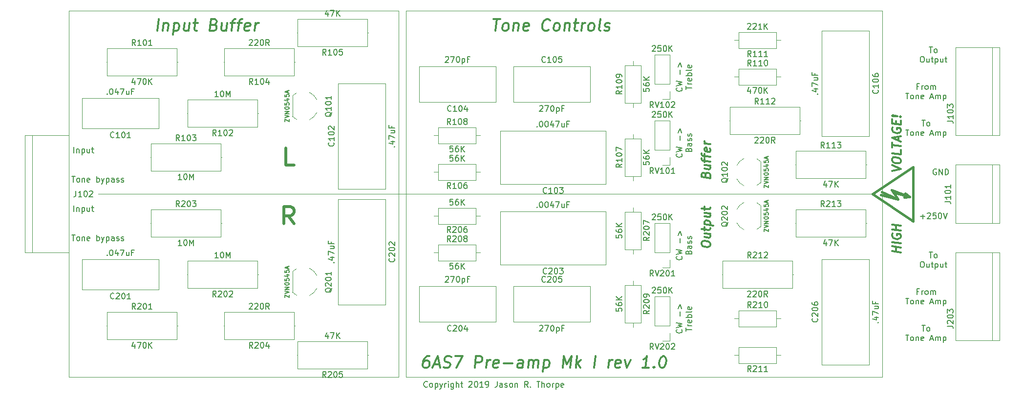
<source format=gbr>
G04 #@! TF.GenerationSoftware,KiCad,Pcbnew,(5.1.4-0-10_14)*
G04 #@! TF.CreationDate,2019-09-24T11:42:35-07:00*
G04 #@! TF.ProjectId,STPre6080PCB,53545072-6536-4303-9830-5043422e6b69,1.0*
G04 #@! TF.SameCoordinates,Original*
G04 #@! TF.FileFunction,Legend,Top*
G04 #@! TF.FilePolarity,Positive*
%FSLAX46Y46*%
G04 Gerber Fmt 4.6, Leading zero omitted, Abs format (unit mm)*
G04 Created by KiCad (PCBNEW (5.1.4-0-10_14)) date 2019-09-24 11:42:35*
%MOMM*%
%LPD*%
G04 APERTURE LIST*
%ADD10C,0.300000*%
%ADD11C,0.150000*%
%ADD12C,0.120000*%
%ADD13C,0.500000*%
%ADD14C,0.381000*%
G04 APERTURE END LIST*
D10*
X190948571Y-111541428D02*
X192448571Y-111228928D01*
X190948571Y-110541428D01*
X190948571Y-109755714D02*
X190948571Y-109470000D01*
X191020000Y-109336071D01*
X191162857Y-109211071D01*
X191448571Y-109175357D01*
X191948571Y-109237857D01*
X192234285Y-109345000D01*
X192377142Y-109505714D01*
X192448571Y-109657500D01*
X192448571Y-109943214D01*
X192377142Y-110077142D01*
X192234285Y-110202142D01*
X191948571Y-110237857D01*
X191448571Y-110175357D01*
X191162857Y-110068214D01*
X191020000Y-109907500D01*
X190948571Y-109755714D01*
X192448571Y-107943214D02*
X192448571Y-108657500D01*
X190948571Y-108470000D01*
X190948571Y-107470000D02*
X190948571Y-106612857D01*
X192448571Y-107228928D02*
X190948571Y-107041428D01*
X192020000Y-106318214D02*
X192020000Y-105603928D01*
X192448571Y-106514642D02*
X190948571Y-105827142D01*
X192448571Y-105514642D01*
X191020000Y-104050357D02*
X190948571Y-104184285D01*
X190948571Y-104398571D01*
X191020000Y-104621785D01*
X191162857Y-104782500D01*
X191305714Y-104871785D01*
X191591428Y-104978928D01*
X191805714Y-105005714D01*
X192091428Y-104970000D01*
X192234285Y-104916428D01*
X192377142Y-104791428D01*
X192448571Y-104586071D01*
X192448571Y-104443214D01*
X192377142Y-104220000D01*
X192305714Y-104139642D01*
X191805714Y-104077142D01*
X191805714Y-104362857D01*
X191662857Y-103416428D02*
X191662857Y-102916428D01*
X192448571Y-102800357D02*
X192448571Y-103514642D01*
X190948571Y-103327142D01*
X190948571Y-102612857D01*
X192305714Y-102139642D02*
X192377142Y-102077142D01*
X192448571Y-102157500D01*
X192377142Y-102220000D01*
X192305714Y-102139642D01*
X192448571Y-102157500D01*
X191877142Y-102086071D02*
X191020000Y-102050357D01*
X190948571Y-101970000D01*
X191020000Y-101907500D01*
X191877142Y-102086071D01*
X190948571Y-101970000D01*
X192448571Y-125667500D02*
X190948571Y-125480000D01*
X191662857Y-125569285D02*
X191662857Y-124712142D01*
X192448571Y-124810357D02*
X190948571Y-124622857D01*
X192448571Y-124096071D02*
X190948571Y-123908571D01*
X191020000Y-122417500D02*
X190948571Y-122551428D01*
X190948571Y-122765714D01*
X191020000Y-122988928D01*
X191162857Y-123149642D01*
X191305714Y-123238928D01*
X191591428Y-123346071D01*
X191805714Y-123372857D01*
X192091428Y-123337142D01*
X192234285Y-123283571D01*
X192377142Y-123158571D01*
X192448571Y-122953214D01*
X192448571Y-122810357D01*
X192377142Y-122587142D01*
X192305714Y-122506785D01*
X191805714Y-122444285D01*
X191805714Y-122730000D01*
X192448571Y-121881785D02*
X190948571Y-121694285D01*
X191662857Y-121783571D02*
X191662857Y-120926428D01*
X192448571Y-121024642D02*
X190948571Y-120837142D01*
D11*
X110420000Y-148947142D02*
X110372380Y-148994761D01*
X110229523Y-149042380D01*
X110134285Y-149042380D01*
X109991428Y-148994761D01*
X109896190Y-148899523D01*
X109848571Y-148804285D01*
X109800952Y-148613809D01*
X109800952Y-148470952D01*
X109848571Y-148280476D01*
X109896190Y-148185238D01*
X109991428Y-148090000D01*
X110134285Y-148042380D01*
X110229523Y-148042380D01*
X110372380Y-148090000D01*
X110420000Y-148137619D01*
X110991428Y-149042380D02*
X110896190Y-148994761D01*
X110848571Y-148947142D01*
X110800952Y-148851904D01*
X110800952Y-148566190D01*
X110848571Y-148470952D01*
X110896190Y-148423333D01*
X110991428Y-148375714D01*
X111134285Y-148375714D01*
X111229523Y-148423333D01*
X111277142Y-148470952D01*
X111324761Y-148566190D01*
X111324761Y-148851904D01*
X111277142Y-148947142D01*
X111229523Y-148994761D01*
X111134285Y-149042380D01*
X110991428Y-149042380D01*
X111753333Y-148375714D02*
X111753333Y-149375714D01*
X111753333Y-148423333D02*
X111848571Y-148375714D01*
X112039047Y-148375714D01*
X112134285Y-148423333D01*
X112181904Y-148470952D01*
X112229523Y-148566190D01*
X112229523Y-148851904D01*
X112181904Y-148947142D01*
X112134285Y-148994761D01*
X112039047Y-149042380D01*
X111848571Y-149042380D01*
X111753333Y-148994761D01*
X112562857Y-148375714D02*
X112800952Y-149042380D01*
X113039047Y-148375714D02*
X112800952Y-149042380D01*
X112705714Y-149280476D01*
X112658095Y-149328095D01*
X112562857Y-149375714D01*
X113420000Y-149042380D02*
X113420000Y-148375714D01*
X113420000Y-148566190D02*
X113467619Y-148470952D01*
X113515238Y-148423333D01*
X113610476Y-148375714D01*
X113705714Y-148375714D01*
X114039047Y-149042380D02*
X114039047Y-148375714D01*
X114039047Y-148042380D02*
X113991428Y-148090000D01*
X114039047Y-148137619D01*
X114086666Y-148090000D01*
X114039047Y-148042380D01*
X114039047Y-148137619D01*
X114943809Y-148375714D02*
X114943809Y-149185238D01*
X114896190Y-149280476D01*
X114848571Y-149328095D01*
X114753333Y-149375714D01*
X114610476Y-149375714D01*
X114515238Y-149328095D01*
X114943809Y-148994761D02*
X114848571Y-149042380D01*
X114658095Y-149042380D01*
X114562857Y-148994761D01*
X114515238Y-148947142D01*
X114467619Y-148851904D01*
X114467619Y-148566190D01*
X114515238Y-148470952D01*
X114562857Y-148423333D01*
X114658095Y-148375714D01*
X114848571Y-148375714D01*
X114943809Y-148423333D01*
X115420000Y-149042380D02*
X115420000Y-148042380D01*
X115848571Y-149042380D02*
X115848571Y-148518571D01*
X115800952Y-148423333D01*
X115705714Y-148375714D01*
X115562857Y-148375714D01*
X115467619Y-148423333D01*
X115420000Y-148470952D01*
X116181904Y-148375714D02*
X116562857Y-148375714D01*
X116324761Y-148042380D02*
X116324761Y-148899523D01*
X116372380Y-148994761D01*
X116467619Y-149042380D01*
X116562857Y-149042380D01*
X117610476Y-148137619D02*
X117658095Y-148090000D01*
X117753333Y-148042380D01*
X117991428Y-148042380D01*
X118086666Y-148090000D01*
X118134285Y-148137619D01*
X118181904Y-148232857D01*
X118181904Y-148328095D01*
X118134285Y-148470952D01*
X117562857Y-149042380D01*
X118181904Y-149042380D01*
X118800952Y-148042380D02*
X118896190Y-148042380D01*
X118991428Y-148090000D01*
X119039047Y-148137619D01*
X119086666Y-148232857D01*
X119134285Y-148423333D01*
X119134285Y-148661428D01*
X119086666Y-148851904D01*
X119039047Y-148947142D01*
X118991428Y-148994761D01*
X118896190Y-149042380D01*
X118800952Y-149042380D01*
X118705714Y-148994761D01*
X118658095Y-148947142D01*
X118610476Y-148851904D01*
X118562857Y-148661428D01*
X118562857Y-148423333D01*
X118610476Y-148232857D01*
X118658095Y-148137619D01*
X118705714Y-148090000D01*
X118800952Y-148042380D01*
X120086666Y-149042380D02*
X119515238Y-149042380D01*
X119800952Y-149042380D02*
X119800952Y-148042380D01*
X119705714Y-148185238D01*
X119610476Y-148280476D01*
X119515238Y-148328095D01*
X120562857Y-149042380D02*
X120753333Y-149042380D01*
X120848571Y-148994761D01*
X120896190Y-148947142D01*
X120991428Y-148804285D01*
X121039047Y-148613809D01*
X121039047Y-148232857D01*
X120991428Y-148137619D01*
X120943809Y-148090000D01*
X120848571Y-148042380D01*
X120658095Y-148042380D01*
X120562857Y-148090000D01*
X120515238Y-148137619D01*
X120467619Y-148232857D01*
X120467619Y-148470952D01*
X120515238Y-148566190D01*
X120562857Y-148613809D01*
X120658095Y-148661428D01*
X120848571Y-148661428D01*
X120943809Y-148613809D01*
X120991428Y-148566190D01*
X121039047Y-148470952D01*
X122515238Y-148042380D02*
X122515238Y-148756666D01*
X122467619Y-148899523D01*
X122372380Y-148994761D01*
X122229523Y-149042380D01*
X122134285Y-149042380D01*
X123420000Y-149042380D02*
X123420000Y-148518571D01*
X123372380Y-148423333D01*
X123277142Y-148375714D01*
X123086666Y-148375714D01*
X122991428Y-148423333D01*
X123420000Y-148994761D02*
X123324761Y-149042380D01*
X123086666Y-149042380D01*
X122991428Y-148994761D01*
X122943809Y-148899523D01*
X122943809Y-148804285D01*
X122991428Y-148709047D01*
X123086666Y-148661428D01*
X123324761Y-148661428D01*
X123420000Y-148613809D01*
X123848571Y-148994761D02*
X123943809Y-149042380D01*
X124134285Y-149042380D01*
X124229523Y-148994761D01*
X124277142Y-148899523D01*
X124277142Y-148851904D01*
X124229523Y-148756666D01*
X124134285Y-148709047D01*
X123991428Y-148709047D01*
X123896190Y-148661428D01*
X123848571Y-148566190D01*
X123848571Y-148518571D01*
X123896190Y-148423333D01*
X123991428Y-148375714D01*
X124134285Y-148375714D01*
X124229523Y-148423333D01*
X124848571Y-149042380D02*
X124753333Y-148994761D01*
X124705714Y-148947142D01*
X124658095Y-148851904D01*
X124658095Y-148566190D01*
X124705714Y-148470952D01*
X124753333Y-148423333D01*
X124848571Y-148375714D01*
X124991428Y-148375714D01*
X125086666Y-148423333D01*
X125134285Y-148470952D01*
X125181904Y-148566190D01*
X125181904Y-148851904D01*
X125134285Y-148947142D01*
X125086666Y-148994761D01*
X124991428Y-149042380D01*
X124848571Y-149042380D01*
X125610476Y-148375714D02*
X125610476Y-149042380D01*
X125610476Y-148470952D02*
X125658095Y-148423333D01*
X125753333Y-148375714D01*
X125896190Y-148375714D01*
X125991428Y-148423333D01*
X126039047Y-148518571D01*
X126039047Y-149042380D01*
X127848571Y-149042380D02*
X127515238Y-148566190D01*
X127277142Y-149042380D02*
X127277142Y-148042380D01*
X127658095Y-148042380D01*
X127753333Y-148090000D01*
X127800952Y-148137619D01*
X127848571Y-148232857D01*
X127848571Y-148375714D01*
X127800952Y-148470952D01*
X127753333Y-148518571D01*
X127658095Y-148566190D01*
X127277142Y-148566190D01*
X128277142Y-148947142D02*
X128324761Y-148994761D01*
X128277142Y-149042380D01*
X128229523Y-148994761D01*
X128277142Y-148947142D01*
X128277142Y-149042380D01*
X129372380Y-148042380D02*
X129943809Y-148042380D01*
X129658095Y-149042380D02*
X129658095Y-148042380D01*
X130277142Y-149042380D02*
X130277142Y-148042380D01*
X130705714Y-149042380D02*
X130705714Y-148518571D01*
X130658095Y-148423333D01*
X130562857Y-148375714D01*
X130420000Y-148375714D01*
X130324761Y-148423333D01*
X130277142Y-148470952D01*
X131324761Y-149042380D02*
X131229523Y-148994761D01*
X131181904Y-148947142D01*
X131134285Y-148851904D01*
X131134285Y-148566190D01*
X131181904Y-148470952D01*
X131229523Y-148423333D01*
X131324761Y-148375714D01*
X131467619Y-148375714D01*
X131562857Y-148423333D01*
X131610476Y-148470952D01*
X131658095Y-148566190D01*
X131658095Y-148851904D01*
X131610476Y-148947142D01*
X131562857Y-148994761D01*
X131467619Y-149042380D01*
X131324761Y-149042380D01*
X132086666Y-149042380D02*
X132086666Y-148375714D01*
X132086666Y-148566190D02*
X132134285Y-148470952D01*
X132181904Y-148423333D01*
X132277142Y-148375714D01*
X132372380Y-148375714D01*
X132705714Y-148375714D02*
X132705714Y-149375714D01*
X132705714Y-148423333D02*
X132800952Y-148375714D01*
X132991428Y-148375714D01*
X133086666Y-148423333D01*
X133134285Y-148470952D01*
X133181904Y-148566190D01*
X133181904Y-148851904D01*
X133134285Y-148947142D01*
X133086666Y-148994761D01*
X132991428Y-149042380D01*
X132800952Y-149042380D01*
X132705714Y-148994761D01*
X133991428Y-148994761D02*
X133896190Y-149042380D01*
X133705714Y-149042380D01*
X133610476Y-148994761D01*
X133562857Y-148899523D01*
X133562857Y-148518571D01*
X133610476Y-148423333D01*
X133705714Y-148375714D01*
X133896190Y-148375714D01*
X133991428Y-148423333D01*
X134039047Y-148518571D01*
X134039047Y-148613809D01*
X133562857Y-148709047D01*
D10*
X110764791Y-143684761D02*
X110383839Y-143684761D01*
X110181458Y-143780000D01*
X110074315Y-143875238D01*
X109848125Y-144160952D01*
X109705267Y-144541904D01*
X109610029Y-145303809D01*
X109681458Y-145494285D01*
X109764791Y-145589523D01*
X109943363Y-145684761D01*
X110324315Y-145684761D01*
X110526696Y-145589523D01*
X110633839Y-145494285D01*
X110752886Y-145303809D01*
X110812410Y-144827619D01*
X110740982Y-144637142D01*
X110657648Y-144541904D01*
X110479077Y-144446666D01*
X110098125Y-144446666D01*
X109895744Y-144541904D01*
X109788601Y-144637142D01*
X109669553Y-144827619D01*
X111538601Y-145113333D02*
X112490982Y-145113333D01*
X111276696Y-145684761D02*
X112193363Y-143684761D01*
X112610029Y-145684761D01*
X113193363Y-145589523D02*
X113467172Y-145684761D01*
X113943363Y-145684761D01*
X114145744Y-145589523D01*
X114252886Y-145494285D01*
X114371934Y-145303809D01*
X114395744Y-145113333D01*
X114324315Y-144922857D01*
X114240982Y-144827619D01*
X114062410Y-144732380D01*
X113693363Y-144637142D01*
X113514791Y-144541904D01*
X113431458Y-144446666D01*
X113360029Y-144256190D01*
X113383839Y-144065714D01*
X113502886Y-143875238D01*
X113610029Y-143780000D01*
X113812410Y-143684761D01*
X114288601Y-143684761D01*
X114562410Y-143780000D01*
X115240982Y-143684761D02*
X116574315Y-143684761D01*
X115467172Y-145684761D01*
X118610029Y-145684761D02*
X118860029Y-143684761D01*
X119621934Y-143684761D01*
X119800505Y-143780000D01*
X119883839Y-143875238D01*
X119955267Y-144065714D01*
X119919553Y-144351428D01*
X119800505Y-144541904D01*
X119693363Y-144637142D01*
X119490982Y-144732380D01*
X118729077Y-144732380D01*
X120610029Y-145684761D02*
X120776696Y-144351428D01*
X120729077Y-144732380D02*
X120848125Y-144541904D01*
X120955267Y-144446666D01*
X121157648Y-144351428D01*
X121348125Y-144351428D01*
X122621934Y-145589523D02*
X122419553Y-145684761D01*
X122038601Y-145684761D01*
X121860029Y-145589523D01*
X121788601Y-145399047D01*
X121883839Y-144637142D01*
X122002886Y-144446666D01*
X122205267Y-144351428D01*
X122586220Y-144351428D01*
X122764791Y-144446666D01*
X122836220Y-144637142D01*
X122812410Y-144827619D01*
X121836220Y-145018095D01*
X123657648Y-144922857D02*
X125181458Y-144922857D01*
X126895744Y-145684761D02*
X127026696Y-144637142D01*
X126955267Y-144446666D01*
X126776696Y-144351428D01*
X126395744Y-144351428D01*
X126193363Y-144446666D01*
X126907648Y-145589523D02*
X126705267Y-145684761D01*
X126229077Y-145684761D01*
X126050505Y-145589523D01*
X125979077Y-145399047D01*
X126002886Y-145208571D01*
X126121934Y-145018095D01*
X126324315Y-144922857D01*
X126800505Y-144922857D01*
X127002886Y-144827619D01*
X127848125Y-145684761D02*
X128014791Y-144351428D01*
X127990982Y-144541904D02*
X128098125Y-144446666D01*
X128300505Y-144351428D01*
X128586220Y-144351428D01*
X128764791Y-144446666D01*
X128836220Y-144637142D01*
X128705267Y-145684761D01*
X128836220Y-144637142D02*
X128955267Y-144446666D01*
X129157648Y-144351428D01*
X129443363Y-144351428D01*
X129621934Y-144446666D01*
X129693363Y-144637142D01*
X129562410Y-145684761D01*
X130681458Y-144351428D02*
X130431458Y-146351428D01*
X130669553Y-144446666D02*
X130871934Y-144351428D01*
X131252886Y-144351428D01*
X131431458Y-144446666D01*
X131514791Y-144541904D01*
X131586220Y-144732380D01*
X131514791Y-145303809D01*
X131395744Y-145494285D01*
X131288601Y-145589523D01*
X131086220Y-145684761D01*
X130705267Y-145684761D01*
X130526696Y-145589523D01*
X133848125Y-145684761D02*
X134098125Y-143684761D01*
X134586220Y-145113333D01*
X135431458Y-143684761D01*
X135181458Y-145684761D01*
X136133839Y-145684761D02*
X136383839Y-143684761D01*
X136419553Y-144922857D02*
X136895744Y-145684761D01*
X137062410Y-144351428D02*
X136205267Y-145113333D01*
X139276696Y-145684761D02*
X139526696Y-143684761D01*
X141752886Y-145684761D02*
X141919553Y-144351428D01*
X141871934Y-144732380D02*
X141990982Y-144541904D01*
X142098125Y-144446666D01*
X142300505Y-144351428D01*
X142490982Y-144351428D01*
X143764791Y-145589523D02*
X143562410Y-145684761D01*
X143181458Y-145684761D01*
X143002886Y-145589523D01*
X142931458Y-145399047D01*
X143026696Y-144637142D01*
X143145744Y-144446666D01*
X143348125Y-144351428D01*
X143729077Y-144351428D01*
X143907648Y-144446666D01*
X143979077Y-144637142D01*
X143955267Y-144827619D01*
X142979077Y-145018095D01*
X144681458Y-144351428D02*
X144990982Y-145684761D01*
X145633839Y-144351428D01*
X148800505Y-145684761D02*
X147657648Y-145684761D01*
X148229077Y-145684761D02*
X148479077Y-143684761D01*
X148252886Y-143970476D01*
X148038601Y-144160952D01*
X147836220Y-144256190D01*
X149681458Y-145494285D02*
X149764791Y-145589523D01*
X149657648Y-145684761D01*
X149574315Y-145589523D01*
X149681458Y-145494285D01*
X149657648Y-145684761D01*
X151240982Y-143684761D02*
X151431458Y-143684761D01*
X151610029Y-143780000D01*
X151693363Y-143875238D01*
X151764791Y-144065714D01*
X151812410Y-144446666D01*
X151752886Y-144922857D01*
X151610029Y-145303809D01*
X151490982Y-145494285D01*
X151383839Y-145589523D01*
X151181458Y-145684761D01*
X150990982Y-145684761D01*
X150812410Y-145589523D01*
X150729077Y-145494285D01*
X150657648Y-145303809D01*
X150610029Y-144922857D01*
X150669553Y-144446666D01*
X150812410Y-144065714D01*
X150931458Y-143875238D01*
X151038601Y-143780000D01*
X151240982Y-143684761D01*
D12*
X53340000Y-115570000D02*
X187960000Y-115570000D01*
D11*
X48792380Y-122642380D02*
X49363809Y-122642380D01*
X49078095Y-123642380D02*
X49078095Y-122642380D01*
X49840000Y-123642380D02*
X49744761Y-123594761D01*
X49697142Y-123547142D01*
X49649523Y-123451904D01*
X49649523Y-123166190D01*
X49697142Y-123070952D01*
X49744761Y-123023333D01*
X49840000Y-122975714D01*
X49982857Y-122975714D01*
X50078095Y-123023333D01*
X50125714Y-123070952D01*
X50173333Y-123166190D01*
X50173333Y-123451904D01*
X50125714Y-123547142D01*
X50078095Y-123594761D01*
X49982857Y-123642380D01*
X49840000Y-123642380D01*
X50601904Y-122975714D02*
X50601904Y-123642380D01*
X50601904Y-123070952D02*
X50649523Y-123023333D01*
X50744761Y-122975714D01*
X50887619Y-122975714D01*
X50982857Y-123023333D01*
X51030476Y-123118571D01*
X51030476Y-123642380D01*
X51887619Y-123594761D02*
X51792380Y-123642380D01*
X51601904Y-123642380D01*
X51506666Y-123594761D01*
X51459047Y-123499523D01*
X51459047Y-123118571D01*
X51506666Y-123023333D01*
X51601904Y-122975714D01*
X51792380Y-122975714D01*
X51887619Y-123023333D01*
X51935238Y-123118571D01*
X51935238Y-123213809D01*
X51459047Y-123309047D01*
X53125714Y-123642380D02*
X53125714Y-122642380D01*
X53125714Y-123023333D02*
X53220952Y-122975714D01*
X53411428Y-122975714D01*
X53506666Y-123023333D01*
X53554285Y-123070952D01*
X53601904Y-123166190D01*
X53601904Y-123451904D01*
X53554285Y-123547142D01*
X53506666Y-123594761D01*
X53411428Y-123642380D01*
X53220952Y-123642380D01*
X53125714Y-123594761D01*
X53935238Y-122975714D02*
X54173333Y-123642380D01*
X54411428Y-122975714D02*
X54173333Y-123642380D01*
X54078095Y-123880476D01*
X54030476Y-123928095D01*
X53935238Y-123975714D01*
X54792380Y-122975714D02*
X54792380Y-123975714D01*
X54792380Y-123023333D02*
X54887619Y-122975714D01*
X55078095Y-122975714D01*
X55173333Y-123023333D01*
X55220952Y-123070952D01*
X55268571Y-123166190D01*
X55268571Y-123451904D01*
X55220952Y-123547142D01*
X55173333Y-123594761D01*
X55078095Y-123642380D01*
X54887619Y-123642380D01*
X54792380Y-123594761D01*
X56125714Y-123642380D02*
X56125714Y-123118571D01*
X56078095Y-123023333D01*
X55982857Y-122975714D01*
X55792380Y-122975714D01*
X55697142Y-123023333D01*
X56125714Y-123594761D02*
X56030476Y-123642380D01*
X55792380Y-123642380D01*
X55697142Y-123594761D01*
X55649523Y-123499523D01*
X55649523Y-123404285D01*
X55697142Y-123309047D01*
X55792380Y-123261428D01*
X56030476Y-123261428D01*
X56125714Y-123213809D01*
X56554285Y-123594761D02*
X56649523Y-123642380D01*
X56840000Y-123642380D01*
X56935238Y-123594761D01*
X56982857Y-123499523D01*
X56982857Y-123451904D01*
X56935238Y-123356666D01*
X56840000Y-123309047D01*
X56697142Y-123309047D01*
X56601904Y-123261428D01*
X56554285Y-123166190D01*
X56554285Y-123118571D01*
X56601904Y-123023333D01*
X56697142Y-122975714D01*
X56840000Y-122975714D01*
X56935238Y-123023333D01*
X57363809Y-123594761D02*
X57459047Y-123642380D01*
X57649523Y-123642380D01*
X57744761Y-123594761D01*
X57792380Y-123499523D01*
X57792380Y-123451904D01*
X57744761Y-123356666D01*
X57649523Y-123309047D01*
X57506666Y-123309047D01*
X57411428Y-123261428D01*
X57363809Y-123166190D01*
X57363809Y-123118571D01*
X57411428Y-123023333D01*
X57506666Y-122975714D01*
X57649523Y-122975714D01*
X57744761Y-123023333D01*
X48792380Y-112482380D02*
X49363809Y-112482380D01*
X49078095Y-113482380D02*
X49078095Y-112482380D01*
X49840000Y-113482380D02*
X49744761Y-113434761D01*
X49697142Y-113387142D01*
X49649523Y-113291904D01*
X49649523Y-113006190D01*
X49697142Y-112910952D01*
X49744761Y-112863333D01*
X49840000Y-112815714D01*
X49982857Y-112815714D01*
X50078095Y-112863333D01*
X50125714Y-112910952D01*
X50173333Y-113006190D01*
X50173333Y-113291904D01*
X50125714Y-113387142D01*
X50078095Y-113434761D01*
X49982857Y-113482380D01*
X49840000Y-113482380D01*
X50601904Y-112815714D02*
X50601904Y-113482380D01*
X50601904Y-112910952D02*
X50649523Y-112863333D01*
X50744761Y-112815714D01*
X50887619Y-112815714D01*
X50982857Y-112863333D01*
X51030476Y-112958571D01*
X51030476Y-113482380D01*
X51887619Y-113434761D02*
X51792380Y-113482380D01*
X51601904Y-113482380D01*
X51506666Y-113434761D01*
X51459047Y-113339523D01*
X51459047Y-112958571D01*
X51506666Y-112863333D01*
X51601904Y-112815714D01*
X51792380Y-112815714D01*
X51887619Y-112863333D01*
X51935238Y-112958571D01*
X51935238Y-113053809D01*
X51459047Y-113149047D01*
X53125714Y-113482380D02*
X53125714Y-112482380D01*
X53125714Y-112863333D02*
X53220952Y-112815714D01*
X53411428Y-112815714D01*
X53506666Y-112863333D01*
X53554285Y-112910952D01*
X53601904Y-113006190D01*
X53601904Y-113291904D01*
X53554285Y-113387142D01*
X53506666Y-113434761D01*
X53411428Y-113482380D01*
X53220952Y-113482380D01*
X53125714Y-113434761D01*
X53935238Y-112815714D02*
X54173333Y-113482380D01*
X54411428Y-112815714D02*
X54173333Y-113482380D01*
X54078095Y-113720476D01*
X54030476Y-113768095D01*
X53935238Y-113815714D01*
X54792380Y-112815714D02*
X54792380Y-113815714D01*
X54792380Y-112863333D02*
X54887619Y-112815714D01*
X55078095Y-112815714D01*
X55173333Y-112863333D01*
X55220952Y-112910952D01*
X55268571Y-113006190D01*
X55268571Y-113291904D01*
X55220952Y-113387142D01*
X55173333Y-113434761D01*
X55078095Y-113482380D01*
X54887619Y-113482380D01*
X54792380Y-113434761D01*
X56125714Y-113482380D02*
X56125714Y-112958571D01*
X56078095Y-112863333D01*
X55982857Y-112815714D01*
X55792380Y-112815714D01*
X55697142Y-112863333D01*
X56125714Y-113434761D02*
X56030476Y-113482380D01*
X55792380Y-113482380D01*
X55697142Y-113434761D01*
X55649523Y-113339523D01*
X55649523Y-113244285D01*
X55697142Y-113149047D01*
X55792380Y-113101428D01*
X56030476Y-113101428D01*
X56125714Y-113053809D01*
X56554285Y-113434761D02*
X56649523Y-113482380D01*
X56840000Y-113482380D01*
X56935238Y-113434761D01*
X56982857Y-113339523D01*
X56982857Y-113291904D01*
X56935238Y-113196666D01*
X56840000Y-113149047D01*
X56697142Y-113149047D01*
X56601904Y-113101428D01*
X56554285Y-113006190D01*
X56554285Y-112958571D01*
X56601904Y-112863333D01*
X56697142Y-112815714D01*
X56840000Y-112815714D01*
X56935238Y-112863333D01*
X57363809Y-113434761D02*
X57459047Y-113482380D01*
X57649523Y-113482380D01*
X57744761Y-113434761D01*
X57792380Y-113339523D01*
X57792380Y-113291904D01*
X57744761Y-113196666D01*
X57649523Y-113149047D01*
X57506666Y-113149047D01*
X57411428Y-113101428D01*
X57363809Y-113006190D01*
X57363809Y-112958571D01*
X57411428Y-112863333D01*
X57506666Y-112815714D01*
X57649523Y-112815714D01*
X57744761Y-112863333D01*
X49157142Y-118562380D02*
X49157142Y-117562380D01*
X49633333Y-117895714D02*
X49633333Y-118562380D01*
X49633333Y-117990952D02*
X49680952Y-117943333D01*
X49776190Y-117895714D01*
X49919047Y-117895714D01*
X50014285Y-117943333D01*
X50061904Y-118038571D01*
X50061904Y-118562380D01*
X50538095Y-117895714D02*
X50538095Y-118895714D01*
X50538095Y-117943333D02*
X50633333Y-117895714D01*
X50823809Y-117895714D01*
X50919047Y-117943333D01*
X50966666Y-117990952D01*
X51014285Y-118086190D01*
X51014285Y-118371904D01*
X50966666Y-118467142D01*
X50919047Y-118514761D01*
X50823809Y-118562380D01*
X50633333Y-118562380D01*
X50538095Y-118514761D01*
X51871428Y-117895714D02*
X51871428Y-118562380D01*
X51442857Y-117895714D02*
X51442857Y-118419523D01*
X51490476Y-118514761D01*
X51585714Y-118562380D01*
X51728571Y-118562380D01*
X51823809Y-118514761D01*
X51871428Y-118467142D01*
X52204761Y-117895714D02*
X52585714Y-117895714D01*
X52347619Y-117562380D02*
X52347619Y-118419523D01*
X52395238Y-118514761D01*
X52490476Y-118562380D01*
X52585714Y-118562380D01*
X49157142Y-108402380D02*
X49157142Y-107402380D01*
X49633333Y-107735714D02*
X49633333Y-108402380D01*
X49633333Y-107830952D02*
X49680952Y-107783333D01*
X49776190Y-107735714D01*
X49919047Y-107735714D01*
X50014285Y-107783333D01*
X50061904Y-107878571D01*
X50061904Y-108402380D01*
X50538095Y-107735714D02*
X50538095Y-108735714D01*
X50538095Y-107783333D02*
X50633333Y-107735714D01*
X50823809Y-107735714D01*
X50919047Y-107783333D01*
X50966666Y-107830952D01*
X51014285Y-107926190D01*
X51014285Y-108211904D01*
X50966666Y-108307142D01*
X50919047Y-108354761D01*
X50823809Y-108402380D01*
X50633333Y-108402380D01*
X50538095Y-108354761D01*
X51871428Y-107735714D02*
X51871428Y-108402380D01*
X51442857Y-107735714D02*
X51442857Y-108259523D01*
X51490476Y-108354761D01*
X51585714Y-108402380D01*
X51728571Y-108402380D01*
X51823809Y-108354761D01*
X51871428Y-108307142D01*
X52204761Y-107735714D02*
X52585714Y-107735714D01*
X52347619Y-107402380D02*
X52347619Y-108259523D01*
X52395238Y-108354761D01*
X52490476Y-108402380D01*
X52585714Y-108402380D01*
D12*
X157480000Y-147320000D02*
X189230000Y-147320000D01*
X157480000Y-83820000D02*
X189230000Y-83820000D01*
D11*
X196111904Y-138327380D02*
X196683333Y-138327380D01*
X196397619Y-139327380D02*
X196397619Y-138327380D01*
X197159523Y-139327380D02*
X197064285Y-139279761D01*
X197016666Y-139232142D01*
X196969047Y-139136904D01*
X196969047Y-138851190D01*
X197016666Y-138755952D01*
X197064285Y-138708333D01*
X197159523Y-138660714D01*
X197302380Y-138660714D01*
X197397619Y-138708333D01*
X197445238Y-138755952D01*
X197492857Y-138851190D01*
X197492857Y-139136904D01*
X197445238Y-139232142D01*
X197397619Y-139279761D01*
X197302380Y-139327380D01*
X197159523Y-139327380D01*
X193302380Y-139977380D02*
X193873809Y-139977380D01*
X193588095Y-140977380D02*
X193588095Y-139977380D01*
X194350000Y-140977380D02*
X194254761Y-140929761D01*
X194207142Y-140882142D01*
X194159523Y-140786904D01*
X194159523Y-140501190D01*
X194207142Y-140405952D01*
X194254761Y-140358333D01*
X194350000Y-140310714D01*
X194492857Y-140310714D01*
X194588095Y-140358333D01*
X194635714Y-140405952D01*
X194683333Y-140501190D01*
X194683333Y-140786904D01*
X194635714Y-140882142D01*
X194588095Y-140929761D01*
X194492857Y-140977380D01*
X194350000Y-140977380D01*
X195111904Y-140310714D02*
X195111904Y-140977380D01*
X195111904Y-140405952D02*
X195159523Y-140358333D01*
X195254761Y-140310714D01*
X195397619Y-140310714D01*
X195492857Y-140358333D01*
X195540476Y-140453571D01*
X195540476Y-140977380D01*
X196397619Y-140929761D02*
X196302380Y-140977380D01*
X196111904Y-140977380D01*
X196016666Y-140929761D01*
X195969047Y-140834523D01*
X195969047Y-140453571D01*
X196016666Y-140358333D01*
X196111904Y-140310714D01*
X196302380Y-140310714D01*
X196397619Y-140358333D01*
X196445238Y-140453571D01*
X196445238Y-140548809D01*
X195969047Y-140644047D01*
X197588095Y-140691666D02*
X198064285Y-140691666D01*
X197492857Y-140977380D02*
X197826190Y-139977380D01*
X198159523Y-140977380D01*
X198492857Y-140977380D02*
X198492857Y-140310714D01*
X198492857Y-140405952D02*
X198540476Y-140358333D01*
X198635714Y-140310714D01*
X198778571Y-140310714D01*
X198873809Y-140358333D01*
X198921428Y-140453571D01*
X198921428Y-140977380D01*
X198921428Y-140453571D02*
X198969047Y-140358333D01*
X199064285Y-140310714D01*
X199207142Y-140310714D01*
X199302380Y-140358333D01*
X199350000Y-140453571D01*
X199350000Y-140977380D01*
X199826190Y-140310714D02*
X199826190Y-141310714D01*
X199826190Y-140358333D02*
X199921428Y-140310714D01*
X200111904Y-140310714D01*
X200207142Y-140358333D01*
X200254761Y-140405952D01*
X200302380Y-140501190D01*
X200302380Y-140786904D01*
X200254761Y-140882142D01*
X200207142Y-140929761D01*
X200111904Y-140977380D01*
X199921428Y-140977380D01*
X199826190Y-140929761D01*
X195564285Y-132453571D02*
X195230952Y-132453571D01*
X195230952Y-132977380D02*
X195230952Y-131977380D01*
X195707142Y-131977380D01*
X196088095Y-132977380D02*
X196088095Y-132310714D01*
X196088095Y-132501190D02*
X196135714Y-132405952D01*
X196183333Y-132358333D01*
X196278571Y-132310714D01*
X196373809Y-132310714D01*
X196850000Y-132977380D02*
X196754761Y-132929761D01*
X196707142Y-132882142D01*
X196659523Y-132786904D01*
X196659523Y-132501190D01*
X196707142Y-132405952D01*
X196754761Y-132358333D01*
X196850000Y-132310714D01*
X196992857Y-132310714D01*
X197088095Y-132358333D01*
X197135714Y-132405952D01*
X197183333Y-132501190D01*
X197183333Y-132786904D01*
X197135714Y-132882142D01*
X197088095Y-132929761D01*
X196992857Y-132977380D01*
X196850000Y-132977380D01*
X197611904Y-132977380D02*
X197611904Y-132310714D01*
X197611904Y-132405952D02*
X197659523Y-132358333D01*
X197754761Y-132310714D01*
X197897619Y-132310714D01*
X197992857Y-132358333D01*
X198040476Y-132453571D01*
X198040476Y-132977380D01*
X198040476Y-132453571D02*
X198088095Y-132358333D01*
X198183333Y-132310714D01*
X198326190Y-132310714D01*
X198421428Y-132358333D01*
X198469047Y-132453571D01*
X198469047Y-132977380D01*
X193302380Y-133627380D02*
X193873809Y-133627380D01*
X193588095Y-134627380D02*
X193588095Y-133627380D01*
X194350000Y-134627380D02*
X194254761Y-134579761D01*
X194207142Y-134532142D01*
X194159523Y-134436904D01*
X194159523Y-134151190D01*
X194207142Y-134055952D01*
X194254761Y-134008333D01*
X194350000Y-133960714D01*
X194492857Y-133960714D01*
X194588095Y-134008333D01*
X194635714Y-134055952D01*
X194683333Y-134151190D01*
X194683333Y-134436904D01*
X194635714Y-134532142D01*
X194588095Y-134579761D01*
X194492857Y-134627380D01*
X194350000Y-134627380D01*
X195111904Y-133960714D02*
X195111904Y-134627380D01*
X195111904Y-134055952D02*
X195159523Y-134008333D01*
X195254761Y-133960714D01*
X195397619Y-133960714D01*
X195492857Y-134008333D01*
X195540476Y-134103571D01*
X195540476Y-134627380D01*
X196397619Y-134579761D02*
X196302380Y-134627380D01*
X196111904Y-134627380D01*
X196016666Y-134579761D01*
X195969047Y-134484523D01*
X195969047Y-134103571D01*
X196016666Y-134008333D01*
X196111904Y-133960714D01*
X196302380Y-133960714D01*
X196397619Y-134008333D01*
X196445238Y-134103571D01*
X196445238Y-134198809D01*
X195969047Y-134294047D01*
X197588095Y-134341666D02*
X198064285Y-134341666D01*
X197492857Y-134627380D02*
X197826190Y-133627380D01*
X198159523Y-134627380D01*
X198492857Y-134627380D02*
X198492857Y-133960714D01*
X198492857Y-134055952D02*
X198540476Y-134008333D01*
X198635714Y-133960714D01*
X198778571Y-133960714D01*
X198873809Y-134008333D01*
X198921428Y-134103571D01*
X198921428Y-134627380D01*
X198921428Y-134103571D02*
X198969047Y-134008333D01*
X199064285Y-133960714D01*
X199207142Y-133960714D01*
X199302380Y-134008333D01*
X199350000Y-134103571D01*
X199350000Y-134627380D01*
X199826190Y-133960714D02*
X199826190Y-134960714D01*
X199826190Y-134008333D02*
X199921428Y-133960714D01*
X200111904Y-133960714D01*
X200207142Y-134008333D01*
X200254761Y-134055952D01*
X200302380Y-134151190D01*
X200302380Y-134436904D01*
X200254761Y-134532142D01*
X200207142Y-134579761D01*
X200111904Y-134627380D01*
X199921428Y-134627380D01*
X199826190Y-134579761D01*
X197381904Y-125627380D02*
X197953333Y-125627380D01*
X197667619Y-126627380D02*
X197667619Y-125627380D01*
X198429523Y-126627380D02*
X198334285Y-126579761D01*
X198286666Y-126532142D01*
X198239047Y-126436904D01*
X198239047Y-126151190D01*
X198286666Y-126055952D01*
X198334285Y-126008333D01*
X198429523Y-125960714D01*
X198572380Y-125960714D01*
X198667619Y-126008333D01*
X198715238Y-126055952D01*
X198762857Y-126151190D01*
X198762857Y-126436904D01*
X198715238Y-126532142D01*
X198667619Y-126579761D01*
X198572380Y-126627380D01*
X198429523Y-126627380D01*
X196096190Y-127277380D02*
X196286666Y-127277380D01*
X196381904Y-127325000D01*
X196477142Y-127420238D01*
X196524761Y-127610714D01*
X196524761Y-127944047D01*
X196477142Y-128134523D01*
X196381904Y-128229761D01*
X196286666Y-128277380D01*
X196096190Y-128277380D01*
X196000952Y-128229761D01*
X195905714Y-128134523D01*
X195858095Y-127944047D01*
X195858095Y-127610714D01*
X195905714Y-127420238D01*
X196000952Y-127325000D01*
X196096190Y-127277380D01*
X197381904Y-127610714D02*
X197381904Y-128277380D01*
X196953333Y-127610714D02*
X196953333Y-128134523D01*
X197000952Y-128229761D01*
X197096190Y-128277380D01*
X197239047Y-128277380D01*
X197334285Y-128229761D01*
X197381904Y-128182142D01*
X197715238Y-127610714D02*
X198096190Y-127610714D01*
X197858095Y-127277380D02*
X197858095Y-128134523D01*
X197905714Y-128229761D01*
X198000952Y-128277380D01*
X198096190Y-128277380D01*
X198429523Y-127610714D02*
X198429523Y-128610714D01*
X198429523Y-127658333D02*
X198524761Y-127610714D01*
X198715238Y-127610714D01*
X198810476Y-127658333D01*
X198858095Y-127705952D01*
X198905714Y-127801190D01*
X198905714Y-128086904D01*
X198858095Y-128182142D01*
X198810476Y-128229761D01*
X198715238Y-128277380D01*
X198524761Y-128277380D01*
X198429523Y-128229761D01*
X199762857Y-127610714D02*
X199762857Y-128277380D01*
X199334285Y-127610714D02*
X199334285Y-128134523D01*
X199381904Y-128229761D01*
X199477142Y-128277380D01*
X199620000Y-128277380D01*
X199715238Y-128229761D01*
X199762857Y-128182142D01*
X200096190Y-127610714D02*
X200477142Y-127610714D01*
X200239047Y-127277380D02*
X200239047Y-128134523D01*
X200286666Y-128229761D01*
X200381904Y-128277380D01*
X200477142Y-128277380D01*
X197381904Y-90067380D02*
X197953333Y-90067380D01*
X197667619Y-91067380D02*
X197667619Y-90067380D01*
X198429523Y-91067380D02*
X198334285Y-91019761D01*
X198286666Y-90972142D01*
X198239047Y-90876904D01*
X198239047Y-90591190D01*
X198286666Y-90495952D01*
X198334285Y-90448333D01*
X198429523Y-90400714D01*
X198572380Y-90400714D01*
X198667619Y-90448333D01*
X198715238Y-90495952D01*
X198762857Y-90591190D01*
X198762857Y-90876904D01*
X198715238Y-90972142D01*
X198667619Y-91019761D01*
X198572380Y-91067380D01*
X198429523Y-91067380D01*
X196096190Y-91717380D02*
X196286666Y-91717380D01*
X196381904Y-91765000D01*
X196477142Y-91860238D01*
X196524761Y-92050714D01*
X196524761Y-92384047D01*
X196477142Y-92574523D01*
X196381904Y-92669761D01*
X196286666Y-92717380D01*
X196096190Y-92717380D01*
X196000952Y-92669761D01*
X195905714Y-92574523D01*
X195858095Y-92384047D01*
X195858095Y-92050714D01*
X195905714Y-91860238D01*
X196000952Y-91765000D01*
X196096190Y-91717380D01*
X197381904Y-92050714D02*
X197381904Y-92717380D01*
X196953333Y-92050714D02*
X196953333Y-92574523D01*
X197000952Y-92669761D01*
X197096190Y-92717380D01*
X197239047Y-92717380D01*
X197334285Y-92669761D01*
X197381904Y-92622142D01*
X197715238Y-92050714D02*
X198096190Y-92050714D01*
X197858095Y-91717380D02*
X197858095Y-92574523D01*
X197905714Y-92669761D01*
X198000952Y-92717380D01*
X198096190Y-92717380D01*
X198429523Y-92050714D02*
X198429523Y-93050714D01*
X198429523Y-92098333D02*
X198524761Y-92050714D01*
X198715238Y-92050714D01*
X198810476Y-92098333D01*
X198858095Y-92145952D01*
X198905714Y-92241190D01*
X198905714Y-92526904D01*
X198858095Y-92622142D01*
X198810476Y-92669761D01*
X198715238Y-92717380D01*
X198524761Y-92717380D01*
X198429523Y-92669761D01*
X199762857Y-92050714D02*
X199762857Y-92717380D01*
X199334285Y-92050714D02*
X199334285Y-92574523D01*
X199381904Y-92669761D01*
X199477142Y-92717380D01*
X199620000Y-92717380D01*
X199715238Y-92669761D01*
X199762857Y-92622142D01*
X200096190Y-92050714D02*
X200477142Y-92050714D01*
X200239047Y-91717380D02*
X200239047Y-92574523D01*
X200286666Y-92669761D01*
X200381904Y-92717380D01*
X200477142Y-92717380D01*
X195564285Y-96893571D02*
X195230952Y-96893571D01*
X195230952Y-97417380D02*
X195230952Y-96417380D01*
X195707142Y-96417380D01*
X196088095Y-97417380D02*
X196088095Y-96750714D01*
X196088095Y-96941190D02*
X196135714Y-96845952D01*
X196183333Y-96798333D01*
X196278571Y-96750714D01*
X196373809Y-96750714D01*
X196850000Y-97417380D02*
X196754761Y-97369761D01*
X196707142Y-97322142D01*
X196659523Y-97226904D01*
X196659523Y-96941190D01*
X196707142Y-96845952D01*
X196754761Y-96798333D01*
X196850000Y-96750714D01*
X196992857Y-96750714D01*
X197088095Y-96798333D01*
X197135714Y-96845952D01*
X197183333Y-96941190D01*
X197183333Y-97226904D01*
X197135714Y-97322142D01*
X197088095Y-97369761D01*
X196992857Y-97417380D01*
X196850000Y-97417380D01*
X197611904Y-97417380D02*
X197611904Y-96750714D01*
X197611904Y-96845952D02*
X197659523Y-96798333D01*
X197754761Y-96750714D01*
X197897619Y-96750714D01*
X197992857Y-96798333D01*
X198040476Y-96893571D01*
X198040476Y-97417380D01*
X198040476Y-96893571D02*
X198088095Y-96798333D01*
X198183333Y-96750714D01*
X198326190Y-96750714D01*
X198421428Y-96798333D01*
X198469047Y-96893571D01*
X198469047Y-97417380D01*
X193302380Y-98067380D02*
X193873809Y-98067380D01*
X193588095Y-99067380D02*
X193588095Y-98067380D01*
X194350000Y-99067380D02*
X194254761Y-99019761D01*
X194207142Y-98972142D01*
X194159523Y-98876904D01*
X194159523Y-98591190D01*
X194207142Y-98495952D01*
X194254761Y-98448333D01*
X194350000Y-98400714D01*
X194492857Y-98400714D01*
X194588095Y-98448333D01*
X194635714Y-98495952D01*
X194683333Y-98591190D01*
X194683333Y-98876904D01*
X194635714Y-98972142D01*
X194588095Y-99019761D01*
X194492857Y-99067380D01*
X194350000Y-99067380D01*
X195111904Y-98400714D02*
X195111904Y-99067380D01*
X195111904Y-98495952D02*
X195159523Y-98448333D01*
X195254761Y-98400714D01*
X195397619Y-98400714D01*
X195492857Y-98448333D01*
X195540476Y-98543571D01*
X195540476Y-99067380D01*
X196397619Y-99019761D02*
X196302380Y-99067380D01*
X196111904Y-99067380D01*
X196016666Y-99019761D01*
X195969047Y-98924523D01*
X195969047Y-98543571D01*
X196016666Y-98448333D01*
X196111904Y-98400714D01*
X196302380Y-98400714D01*
X196397619Y-98448333D01*
X196445238Y-98543571D01*
X196445238Y-98638809D01*
X195969047Y-98734047D01*
X197588095Y-98781666D02*
X198064285Y-98781666D01*
X197492857Y-99067380D02*
X197826190Y-98067380D01*
X198159523Y-99067380D01*
X198492857Y-99067380D02*
X198492857Y-98400714D01*
X198492857Y-98495952D02*
X198540476Y-98448333D01*
X198635714Y-98400714D01*
X198778571Y-98400714D01*
X198873809Y-98448333D01*
X198921428Y-98543571D01*
X198921428Y-99067380D01*
X198921428Y-98543571D02*
X198969047Y-98448333D01*
X199064285Y-98400714D01*
X199207142Y-98400714D01*
X199302380Y-98448333D01*
X199350000Y-98543571D01*
X199350000Y-99067380D01*
X199826190Y-98400714D02*
X199826190Y-99400714D01*
X199826190Y-98448333D02*
X199921428Y-98400714D01*
X200111904Y-98400714D01*
X200207142Y-98448333D01*
X200254761Y-98495952D01*
X200302380Y-98591190D01*
X200302380Y-98876904D01*
X200254761Y-98972142D01*
X200207142Y-99019761D01*
X200111904Y-99067380D01*
X199921428Y-99067380D01*
X199826190Y-99019761D01*
X196111904Y-102767380D02*
X196683333Y-102767380D01*
X196397619Y-103767380D02*
X196397619Y-102767380D01*
X197159523Y-103767380D02*
X197064285Y-103719761D01*
X197016666Y-103672142D01*
X196969047Y-103576904D01*
X196969047Y-103291190D01*
X197016666Y-103195952D01*
X197064285Y-103148333D01*
X197159523Y-103100714D01*
X197302380Y-103100714D01*
X197397619Y-103148333D01*
X197445238Y-103195952D01*
X197492857Y-103291190D01*
X197492857Y-103576904D01*
X197445238Y-103672142D01*
X197397619Y-103719761D01*
X197302380Y-103767380D01*
X197159523Y-103767380D01*
X193302380Y-104417380D02*
X193873809Y-104417380D01*
X193588095Y-105417380D02*
X193588095Y-104417380D01*
X194350000Y-105417380D02*
X194254761Y-105369761D01*
X194207142Y-105322142D01*
X194159523Y-105226904D01*
X194159523Y-104941190D01*
X194207142Y-104845952D01*
X194254761Y-104798333D01*
X194350000Y-104750714D01*
X194492857Y-104750714D01*
X194588095Y-104798333D01*
X194635714Y-104845952D01*
X194683333Y-104941190D01*
X194683333Y-105226904D01*
X194635714Y-105322142D01*
X194588095Y-105369761D01*
X194492857Y-105417380D01*
X194350000Y-105417380D01*
X195111904Y-104750714D02*
X195111904Y-105417380D01*
X195111904Y-104845952D02*
X195159523Y-104798333D01*
X195254761Y-104750714D01*
X195397619Y-104750714D01*
X195492857Y-104798333D01*
X195540476Y-104893571D01*
X195540476Y-105417380D01*
X196397619Y-105369761D02*
X196302380Y-105417380D01*
X196111904Y-105417380D01*
X196016666Y-105369761D01*
X195969047Y-105274523D01*
X195969047Y-104893571D01*
X196016666Y-104798333D01*
X196111904Y-104750714D01*
X196302380Y-104750714D01*
X196397619Y-104798333D01*
X196445238Y-104893571D01*
X196445238Y-104988809D01*
X195969047Y-105084047D01*
X197588095Y-105131666D02*
X198064285Y-105131666D01*
X197492857Y-105417380D02*
X197826190Y-104417380D01*
X198159523Y-105417380D01*
X198492857Y-105417380D02*
X198492857Y-104750714D01*
X198492857Y-104845952D02*
X198540476Y-104798333D01*
X198635714Y-104750714D01*
X198778571Y-104750714D01*
X198873809Y-104798333D01*
X198921428Y-104893571D01*
X198921428Y-105417380D01*
X198921428Y-104893571D02*
X198969047Y-104798333D01*
X199064285Y-104750714D01*
X199207142Y-104750714D01*
X199302380Y-104798333D01*
X199350000Y-104893571D01*
X199350000Y-105417380D01*
X199826190Y-104750714D02*
X199826190Y-105750714D01*
X199826190Y-104798333D02*
X199921428Y-104750714D01*
X200111904Y-104750714D01*
X200207142Y-104798333D01*
X200254761Y-104845952D01*
X200302380Y-104941190D01*
X200302380Y-105226904D01*
X200254761Y-105322142D01*
X200207142Y-105369761D01*
X200111904Y-105417380D01*
X199921428Y-105417380D01*
X199826190Y-105369761D01*
X198628095Y-111260000D02*
X198532857Y-111212380D01*
X198390000Y-111212380D01*
X198247142Y-111260000D01*
X198151904Y-111355238D01*
X198104285Y-111450476D01*
X198056666Y-111640952D01*
X198056666Y-111783809D01*
X198104285Y-111974285D01*
X198151904Y-112069523D01*
X198247142Y-112164761D01*
X198390000Y-112212380D01*
X198485238Y-112212380D01*
X198628095Y-112164761D01*
X198675714Y-112117142D01*
X198675714Y-111783809D01*
X198485238Y-111783809D01*
X199104285Y-112212380D02*
X199104285Y-111212380D01*
X199675714Y-112212380D01*
X199675714Y-111212380D01*
X200151904Y-112212380D02*
X200151904Y-111212380D01*
X200390000Y-111212380D01*
X200532857Y-111260000D01*
X200628095Y-111355238D01*
X200675714Y-111450476D01*
X200723333Y-111640952D01*
X200723333Y-111783809D01*
X200675714Y-111974285D01*
X200628095Y-112069523D01*
X200532857Y-112164761D01*
X200390000Y-112212380D01*
X200151904Y-112212380D01*
X195881904Y-119451428D02*
X196643809Y-119451428D01*
X196262857Y-119832380D02*
X196262857Y-119070476D01*
X197072380Y-118927619D02*
X197120000Y-118880000D01*
X197215238Y-118832380D01*
X197453333Y-118832380D01*
X197548571Y-118880000D01*
X197596190Y-118927619D01*
X197643809Y-119022857D01*
X197643809Y-119118095D01*
X197596190Y-119260952D01*
X197024761Y-119832380D01*
X197643809Y-119832380D01*
X198548571Y-118832380D02*
X198072380Y-118832380D01*
X198024761Y-119308571D01*
X198072380Y-119260952D01*
X198167619Y-119213333D01*
X198405714Y-119213333D01*
X198500952Y-119260952D01*
X198548571Y-119308571D01*
X198596190Y-119403809D01*
X198596190Y-119641904D01*
X198548571Y-119737142D01*
X198500952Y-119784761D01*
X198405714Y-119832380D01*
X198167619Y-119832380D01*
X198072380Y-119784761D01*
X198024761Y-119737142D01*
X199215238Y-118832380D02*
X199310476Y-118832380D01*
X199405714Y-118880000D01*
X199453333Y-118927619D01*
X199500952Y-119022857D01*
X199548571Y-119213333D01*
X199548571Y-119451428D01*
X199500952Y-119641904D01*
X199453333Y-119737142D01*
X199405714Y-119784761D01*
X199310476Y-119832380D01*
X199215238Y-119832380D01*
X199120000Y-119784761D01*
X199072380Y-119737142D01*
X199024761Y-119641904D01*
X198977142Y-119451428D01*
X198977142Y-119213333D01*
X199024761Y-119022857D01*
X199072380Y-118927619D01*
X199120000Y-118880000D01*
X199215238Y-118832380D01*
X199834285Y-118832380D02*
X200167619Y-119832380D01*
X200500952Y-118832380D01*
D12*
X189230000Y-83820000D02*
X189230000Y-147320000D01*
D10*
X157928571Y-124252857D02*
X157928571Y-123967142D01*
X158000000Y-123833214D01*
X158142857Y-123708214D01*
X158428571Y-123672500D01*
X158928571Y-123735000D01*
X159214285Y-123842142D01*
X159357142Y-124002857D01*
X159428571Y-124154642D01*
X159428571Y-124440357D01*
X159357142Y-124574285D01*
X159214285Y-124699285D01*
X158928571Y-124735000D01*
X158428571Y-124672500D01*
X158142857Y-124565357D01*
X158000000Y-124404642D01*
X157928571Y-124252857D01*
X158428571Y-122386785D02*
X159428571Y-122511785D01*
X158428571Y-123029642D02*
X159214285Y-123127857D01*
X159357142Y-123074285D01*
X159428571Y-122940357D01*
X159428571Y-122726071D01*
X159357142Y-122574285D01*
X159285714Y-122493928D01*
X158428571Y-121886785D02*
X158428571Y-121315357D01*
X157928571Y-121610000D02*
X159214285Y-121770714D01*
X159357142Y-121717142D01*
X159428571Y-121583214D01*
X159428571Y-121440357D01*
X158428571Y-120815357D02*
X159928571Y-121002857D01*
X158500000Y-120824285D02*
X158428571Y-120672500D01*
X158428571Y-120386785D01*
X158500000Y-120252857D01*
X158571428Y-120190357D01*
X158714285Y-120136785D01*
X159142857Y-120190357D01*
X159285714Y-120279642D01*
X159357142Y-120360000D01*
X159428571Y-120511785D01*
X159428571Y-120797500D01*
X159357142Y-120931428D01*
X158428571Y-118815357D02*
X159428571Y-118940357D01*
X158428571Y-119458214D02*
X159214285Y-119556428D01*
X159357142Y-119502857D01*
X159428571Y-119368928D01*
X159428571Y-119154642D01*
X159357142Y-119002857D01*
X159285714Y-118922500D01*
X158428571Y-118315357D02*
X158428571Y-117743928D01*
X157928571Y-118038571D02*
X159214285Y-118199285D01*
X159357142Y-118145714D01*
X159428571Y-118011785D01*
X159428571Y-117868928D01*
X158642857Y-112199285D02*
X158714285Y-111993928D01*
X158785714Y-111931428D01*
X158928571Y-111877857D01*
X159142857Y-111904642D01*
X159285714Y-111993928D01*
X159357142Y-112074285D01*
X159428571Y-112226071D01*
X159428571Y-112797500D01*
X157928571Y-112610000D01*
X157928571Y-112110000D01*
X158000000Y-111976071D01*
X158071428Y-111913571D01*
X158214285Y-111860000D01*
X158357142Y-111877857D01*
X158500000Y-111967142D01*
X158571428Y-112047500D01*
X158642857Y-112199285D01*
X158642857Y-112699285D01*
X158428571Y-110529642D02*
X159428571Y-110654642D01*
X158428571Y-111172500D02*
X159214285Y-111270714D01*
X159357142Y-111217142D01*
X159428571Y-111083214D01*
X159428571Y-110868928D01*
X159357142Y-110717142D01*
X159285714Y-110636785D01*
X158428571Y-110029642D02*
X158428571Y-109458214D01*
X159428571Y-109940357D02*
X158142857Y-109779642D01*
X158000000Y-109690357D01*
X157928571Y-109538571D01*
X157928571Y-109395714D01*
X158428571Y-109172500D02*
X158428571Y-108601071D01*
X159428571Y-109083214D02*
X158142857Y-108922500D01*
X158000000Y-108833214D01*
X157928571Y-108681428D01*
X157928571Y-108538571D01*
X159357142Y-107645714D02*
X159428571Y-107797500D01*
X159428571Y-108083214D01*
X159357142Y-108217142D01*
X159214285Y-108270714D01*
X158642857Y-108199285D01*
X158500000Y-108110000D01*
X158428571Y-107958214D01*
X158428571Y-107672500D01*
X158500000Y-107538571D01*
X158642857Y-107485000D01*
X158785714Y-107502857D01*
X158928571Y-108235000D01*
X159428571Y-106940357D02*
X158428571Y-106815357D01*
X158714285Y-106851071D02*
X158571428Y-106761785D01*
X158500000Y-106681428D01*
X158428571Y-106529642D01*
X158428571Y-106386785D01*
D12*
X157480000Y-147320000D02*
X153670000Y-147320000D01*
X154940000Y-83820000D02*
X157480000Y-83820000D01*
D10*
X121891934Y-85264761D02*
X123034791Y-85264761D01*
X122213363Y-87264761D02*
X122463363Y-85264761D01*
X123737172Y-87264761D02*
X123558601Y-87169523D01*
X123475267Y-87074285D01*
X123403839Y-86883809D01*
X123475267Y-86312380D01*
X123594315Y-86121904D01*
X123701458Y-86026666D01*
X123903839Y-85931428D01*
X124189553Y-85931428D01*
X124368125Y-86026666D01*
X124451458Y-86121904D01*
X124522886Y-86312380D01*
X124451458Y-86883809D01*
X124332410Y-87074285D01*
X124225267Y-87169523D01*
X124022886Y-87264761D01*
X123737172Y-87264761D01*
X125427648Y-85931428D02*
X125260982Y-87264761D01*
X125403839Y-86121904D02*
X125510982Y-86026666D01*
X125713363Y-85931428D01*
X125999077Y-85931428D01*
X126177648Y-86026666D01*
X126249077Y-86217142D01*
X126118125Y-87264761D01*
X127844315Y-87169523D02*
X127641934Y-87264761D01*
X127260982Y-87264761D01*
X127082410Y-87169523D01*
X127010982Y-86979047D01*
X127106220Y-86217142D01*
X127225267Y-86026666D01*
X127427648Y-85931428D01*
X127808601Y-85931428D01*
X127987172Y-86026666D01*
X128058601Y-86217142D01*
X128034791Y-86407619D01*
X127058601Y-86598095D01*
X131475267Y-87074285D02*
X131368125Y-87169523D01*
X131070505Y-87264761D01*
X130880029Y-87264761D01*
X130606220Y-87169523D01*
X130439553Y-86979047D01*
X130368125Y-86788571D01*
X130320505Y-86407619D01*
X130356220Y-86121904D01*
X130499077Y-85740952D01*
X130618125Y-85550476D01*
X130832410Y-85360000D01*
X131130029Y-85264761D01*
X131320505Y-85264761D01*
X131594315Y-85360000D01*
X131677648Y-85455238D01*
X132594315Y-87264761D02*
X132415744Y-87169523D01*
X132332410Y-87074285D01*
X132260982Y-86883809D01*
X132332410Y-86312380D01*
X132451458Y-86121904D01*
X132558601Y-86026666D01*
X132760982Y-85931428D01*
X133046696Y-85931428D01*
X133225267Y-86026666D01*
X133308601Y-86121904D01*
X133380029Y-86312380D01*
X133308601Y-86883809D01*
X133189553Y-87074285D01*
X133082410Y-87169523D01*
X132880029Y-87264761D01*
X132594315Y-87264761D01*
X134284791Y-85931428D02*
X134118125Y-87264761D01*
X134260982Y-86121904D02*
X134368125Y-86026666D01*
X134570505Y-85931428D01*
X134856220Y-85931428D01*
X135034791Y-86026666D01*
X135106220Y-86217142D01*
X134975267Y-87264761D01*
X135808601Y-85931428D02*
X136570505Y-85931428D01*
X136177648Y-85264761D02*
X135963363Y-86979047D01*
X136034791Y-87169523D01*
X136213363Y-87264761D01*
X136403839Y-87264761D01*
X137070505Y-87264761D02*
X137237172Y-85931428D01*
X137189553Y-86312380D02*
X137308601Y-86121904D01*
X137415744Y-86026666D01*
X137618125Y-85931428D01*
X137808601Y-85931428D01*
X138594315Y-87264761D02*
X138415744Y-87169523D01*
X138332410Y-87074285D01*
X138260982Y-86883809D01*
X138332410Y-86312380D01*
X138451458Y-86121904D01*
X138558601Y-86026666D01*
X138760982Y-85931428D01*
X139046696Y-85931428D01*
X139225267Y-86026666D01*
X139308601Y-86121904D01*
X139380029Y-86312380D01*
X139308601Y-86883809D01*
X139189553Y-87074285D01*
X139082410Y-87169523D01*
X138880029Y-87264761D01*
X138594315Y-87264761D01*
X140403839Y-87264761D02*
X140225267Y-87169523D01*
X140153839Y-86979047D01*
X140368125Y-85264761D01*
X141082410Y-87169523D02*
X141260982Y-87264761D01*
X141641934Y-87264761D01*
X141844315Y-87169523D01*
X141963363Y-86979047D01*
X141975267Y-86883809D01*
X141903839Y-86693333D01*
X141725267Y-86598095D01*
X141439553Y-86598095D01*
X141260982Y-86502857D01*
X141189553Y-86312380D01*
X141201458Y-86217142D01*
X141320505Y-86026666D01*
X141522886Y-85931428D01*
X141808601Y-85931428D01*
X141987172Y-86026666D01*
D12*
X106680000Y-147320000D02*
X106680000Y-83820000D01*
X154940000Y-147320000D02*
X106680000Y-147320000D01*
X106680000Y-83820000D02*
X154940000Y-83820000D01*
D11*
X154472142Y-139040952D02*
X154519761Y-139088571D01*
X154567380Y-139231428D01*
X154567380Y-139326666D01*
X154519761Y-139469523D01*
X154424523Y-139564761D01*
X154329285Y-139612380D01*
X154138809Y-139660000D01*
X153995952Y-139660000D01*
X153805476Y-139612380D01*
X153710238Y-139564761D01*
X153615000Y-139469523D01*
X153567380Y-139326666D01*
X153567380Y-139231428D01*
X153615000Y-139088571D01*
X153662619Y-139040952D01*
X153567380Y-138707619D02*
X154567380Y-138469523D01*
X153853095Y-138279047D01*
X154567380Y-138088571D01*
X153567380Y-137850476D01*
X154186428Y-136707619D02*
X154186428Y-135945714D01*
X153900714Y-135469523D02*
X154186428Y-134707619D01*
X154472142Y-135469523D01*
X155217380Y-139326666D02*
X155217380Y-138755238D01*
X156217380Y-139040952D02*
X155217380Y-139040952D01*
X156217380Y-138421904D02*
X155550714Y-138421904D01*
X155741190Y-138421904D02*
X155645952Y-138374285D01*
X155598333Y-138326666D01*
X155550714Y-138231428D01*
X155550714Y-138136190D01*
X156169761Y-137421904D02*
X156217380Y-137517142D01*
X156217380Y-137707619D01*
X156169761Y-137802857D01*
X156074523Y-137850476D01*
X155693571Y-137850476D01*
X155598333Y-137802857D01*
X155550714Y-137707619D01*
X155550714Y-137517142D01*
X155598333Y-137421904D01*
X155693571Y-137374285D01*
X155788809Y-137374285D01*
X155884047Y-137850476D01*
X156217380Y-136945714D02*
X155217380Y-136945714D01*
X155598333Y-136945714D02*
X155550714Y-136850476D01*
X155550714Y-136660000D01*
X155598333Y-136564761D01*
X155645952Y-136517142D01*
X155741190Y-136469523D01*
X156026904Y-136469523D01*
X156122142Y-136517142D01*
X156169761Y-136564761D01*
X156217380Y-136660000D01*
X156217380Y-136850476D01*
X156169761Y-136945714D01*
X156217380Y-135898095D02*
X156169761Y-135993333D01*
X156074523Y-136040952D01*
X155217380Y-136040952D01*
X156169761Y-135136190D02*
X156217380Y-135231428D01*
X156217380Y-135421904D01*
X156169761Y-135517142D01*
X156074523Y-135564761D01*
X155693571Y-135564761D01*
X155598333Y-135517142D01*
X155550714Y-135421904D01*
X155550714Y-135231428D01*
X155598333Y-135136190D01*
X155693571Y-135088571D01*
X155788809Y-135088571D01*
X155884047Y-135564761D01*
X154472142Y-97130952D02*
X154519761Y-97178571D01*
X154567380Y-97321428D01*
X154567380Y-97416666D01*
X154519761Y-97559523D01*
X154424523Y-97654761D01*
X154329285Y-97702380D01*
X154138809Y-97750000D01*
X153995952Y-97750000D01*
X153805476Y-97702380D01*
X153710238Y-97654761D01*
X153615000Y-97559523D01*
X153567380Y-97416666D01*
X153567380Y-97321428D01*
X153615000Y-97178571D01*
X153662619Y-97130952D01*
X153567380Y-96797619D02*
X154567380Y-96559523D01*
X153853095Y-96369047D01*
X154567380Y-96178571D01*
X153567380Y-95940476D01*
X154186428Y-94797619D02*
X154186428Y-94035714D01*
X153900714Y-93559523D02*
X154186428Y-92797619D01*
X154472142Y-93559523D01*
X155217380Y-97416666D02*
X155217380Y-96845238D01*
X156217380Y-97130952D02*
X155217380Y-97130952D01*
X156217380Y-96511904D02*
X155550714Y-96511904D01*
X155741190Y-96511904D02*
X155645952Y-96464285D01*
X155598333Y-96416666D01*
X155550714Y-96321428D01*
X155550714Y-96226190D01*
X156169761Y-95511904D02*
X156217380Y-95607142D01*
X156217380Y-95797619D01*
X156169761Y-95892857D01*
X156074523Y-95940476D01*
X155693571Y-95940476D01*
X155598333Y-95892857D01*
X155550714Y-95797619D01*
X155550714Y-95607142D01*
X155598333Y-95511904D01*
X155693571Y-95464285D01*
X155788809Y-95464285D01*
X155884047Y-95940476D01*
X156217380Y-95035714D02*
X155217380Y-95035714D01*
X155598333Y-95035714D02*
X155550714Y-94940476D01*
X155550714Y-94750000D01*
X155598333Y-94654761D01*
X155645952Y-94607142D01*
X155741190Y-94559523D01*
X156026904Y-94559523D01*
X156122142Y-94607142D01*
X156169761Y-94654761D01*
X156217380Y-94750000D01*
X156217380Y-94940476D01*
X156169761Y-95035714D01*
X156217380Y-93988095D02*
X156169761Y-94083333D01*
X156074523Y-94130952D01*
X155217380Y-94130952D01*
X156169761Y-93226190D02*
X156217380Y-93321428D01*
X156217380Y-93511904D01*
X156169761Y-93607142D01*
X156074523Y-93654761D01*
X155693571Y-93654761D01*
X155598333Y-93607142D01*
X155550714Y-93511904D01*
X155550714Y-93321428D01*
X155598333Y-93226190D01*
X155693571Y-93178571D01*
X155788809Y-93178571D01*
X155884047Y-93654761D01*
X154472142Y-126340952D02*
X154519761Y-126388571D01*
X154567380Y-126531428D01*
X154567380Y-126626666D01*
X154519761Y-126769523D01*
X154424523Y-126864761D01*
X154329285Y-126912380D01*
X154138809Y-126960000D01*
X153995952Y-126960000D01*
X153805476Y-126912380D01*
X153710238Y-126864761D01*
X153615000Y-126769523D01*
X153567380Y-126626666D01*
X153567380Y-126531428D01*
X153615000Y-126388571D01*
X153662619Y-126340952D01*
X153567380Y-126007619D02*
X154567380Y-125769523D01*
X153853095Y-125579047D01*
X154567380Y-125388571D01*
X153567380Y-125150476D01*
X154186428Y-124007619D02*
X154186428Y-123245714D01*
X153900714Y-122769523D02*
X154186428Y-122007619D01*
X154472142Y-122769523D01*
X155693571Y-125650476D02*
X155741190Y-125507619D01*
X155788809Y-125460000D01*
X155884047Y-125412380D01*
X156026904Y-125412380D01*
X156122142Y-125460000D01*
X156169761Y-125507619D01*
X156217380Y-125602857D01*
X156217380Y-125983809D01*
X155217380Y-125983809D01*
X155217380Y-125650476D01*
X155265000Y-125555238D01*
X155312619Y-125507619D01*
X155407857Y-125460000D01*
X155503095Y-125460000D01*
X155598333Y-125507619D01*
X155645952Y-125555238D01*
X155693571Y-125650476D01*
X155693571Y-125983809D01*
X156217380Y-124555238D02*
X155693571Y-124555238D01*
X155598333Y-124602857D01*
X155550714Y-124698095D01*
X155550714Y-124888571D01*
X155598333Y-124983809D01*
X156169761Y-124555238D02*
X156217380Y-124650476D01*
X156217380Y-124888571D01*
X156169761Y-124983809D01*
X156074523Y-125031428D01*
X155979285Y-125031428D01*
X155884047Y-124983809D01*
X155836428Y-124888571D01*
X155836428Y-124650476D01*
X155788809Y-124555238D01*
X156169761Y-124126666D02*
X156217380Y-124031428D01*
X156217380Y-123840952D01*
X156169761Y-123745714D01*
X156074523Y-123698095D01*
X156026904Y-123698095D01*
X155931666Y-123745714D01*
X155884047Y-123840952D01*
X155884047Y-123983809D01*
X155836428Y-124079047D01*
X155741190Y-124126666D01*
X155693571Y-124126666D01*
X155598333Y-124079047D01*
X155550714Y-123983809D01*
X155550714Y-123840952D01*
X155598333Y-123745714D01*
X156169761Y-123317142D02*
X156217380Y-123221904D01*
X156217380Y-123031428D01*
X156169761Y-122936190D01*
X156074523Y-122888571D01*
X156026904Y-122888571D01*
X155931666Y-122936190D01*
X155884047Y-123031428D01*
X155884047Y-123174285D01*
X155836428Y-123269523D01*
X155741190Y-123317142D01*
X155693571Y-123317142D01*
X155598333Y-123269523D01*
X155550714Y-123174285D01*
X155550714Y-123031428D01*
X155598333Y-122936190D01*
X154472142Y-108560952D02*
X154519761Y-108608571D01*
X154567380Y-108751428D01*
X154567380Y-108846666D01*
X154519761Y-108989523D01*
X154424523Y-109084761D01*
X154329285Y-109132380D01*
X154138809Y-109180000D01*
X153995952Y-109180000D01*
X153805476Y-109132380D01*
X153710238Y-109084761D01*
X153615000Y-108989523D01*
X153567380Y-108846666D01*
X153567380Y-108751428D01*
X153615000Y-108608571D01*
X153662619Y-108560952D01*
X153567380Y-108227619D02*
X154567380Y-107989523D01*
X153853095Y-107799047D01*
X154567380Y-107608571D01*
X153567380Y-107370476D01*
X154186428Y-106227619D02*
X154186428Y-105465714D01*
X153900714Y-104989523D02*
X154186428Y-104227619D01*
X154472142Y-104989523D01*
X155693571Y-107870476D02*
X155741190Y-107727619D01*
X155788809Y-107680000D01*
X155884047Y-107632380D01*
X156026904Y-107632380D01*
X156122142Y-107680000D01*
X156169761Y-107727619D01*
X156217380Y-107822857D01*
X156217380Y-108203809D01*
X155217380Y-108203809D01*
X155217380Y-107870476D01*
X155265000Y-107775238D01*
X155312619Y-107727619D01*
X155407857Y-107680000D01*
X155503095Y-107680000D01*
X155598333Y-107727619D01*
X155645952Y-107775238D01*
X155693571Y-107870476D01*
X155693571Y-108203809D01*
X156217380Y-106775238D02*
X155693571Y-106775238D01*
X155598333Y-106822857D01*
X155550714Y-106918095D01*
X155550714Y-107108571D01*
X155598333Y-107203809D01*
X156169761Y-106775238D02*
X156217380Y-106870476D01*
X156217380Y-107108571D01*
X156169761Y-107203809D01*
X156074523Y-107251428D01*
X155979285Y-107251428D01*
X155884047Y-107203809D01*
X155836428Y-107108571D01*
X155836428Y-106870476D01*
X155788809Y-106775238D01*
X156169761Y-106346666D02*
X156217380Y-106251428D01*
X156217380Y-106060952D01*
X156169761Y-105965714D01*
X156074523Y-105918095D01*
X156026904Y-105918095D01*
X155931666Y-105965714D01*
X155884047Y-106060952D01*
X155884047Y-106203809D01*
X155836428Y-106299047D01*
X155741190Y-106346666D01*
X155693571Y-106346666D01*
X155598333Y-106299047D01*
X155550714Y-106203809D01*
X155550714Y-106060952D01*
X155598333Y-105965714D01*
X156169761Y-105537142D02*
X156217380Y-105441904D01*
X156217380Y-105251428D01*
X156169761Y-105156190D01*
X156074523Y-105108571D01*
X156026904Y-105108571D01*
X155931666Y-105156190D01*
X155884047Y-105251428D01*
X155884047Y-105394285D01*
X155836428Y-105489523D01*
X155741190Y-105537142D01*
X155693571Y-105537142D01*
X155598333Y-105489523D01*
X155550714Y-105394285D01*
X155550714Y-105251428D01*
X155598333Y-105156190D01*
D12*
X48260000Y-147320000D02*
X48260000Y-83820000D01*
X105410000Y-147320000D02*
X48260000Y-147320000D01*
X105410000Y-83820000D02*
X105410000Y-147320000D01*
X48260000Y-83820000D02*
X105410000Y-83820000D01*
D10*
X63618601Y-87264761D02*
X63868601Y-85264761D01*
X64737648Y-85931428D02*
X64570982Y-87264761D01*
X64713839Y-86121904D02*
X64820982Y-86026666D01*
X65023363Y-85931428D01*
X65309077Y-85931428D01*
X65487648Y-86026666D01*
X65559077Y-86217142D01*
X65428125Y-87264761D01*
X66547172Y-85931428D02*
X66297172Y-87931428D01*
X66535267Y-86026666D02*
X66737648Y-85931428D01*
X67118601Y-85931428D01*
X67297172Y-86026666D01*
X67380505Y-86121904D01*
X67451934Y-86312380D01*
X67380505Y-86883809D01*
X67261458Y-87074285D01*
X67154315Y-87169523D01*
X66951934Y-87264761D01*
X66570982Y-87264761D01*
X66392410Y-87169523D01*
X69213839Y-85931428D02*
X69047172Y-87264761D01*
X68356696Y-85931428D02*
X68225744Y-86979047D01*
X68297172Y-87169523D01*
X68475744Y-87264761D01*
X68761458Y-87264761D01*
X68963839Y-87169523D01*
X69070982Y-87074285D01*
X69880505Y-85931428D02*
X70642410Y-85931428D01*
X70249553Y-85264761D02*
X70035267Y-86979047D01*
X70106696Y-87169523D01*
X70285267Y-87264761D01*
X70475744Y-87264761D01*
X73463839Y-86217142D02*
X73737648Y-86312380D01*
X73820982Y-86407619D01*
X73892410Y-86598095D01*
X73856696Y-86883809D01*
X73737648Y-87074285D01*
X73630505Y-87169523D01*
X73428125Y-87264761D01*
X72666220Y-87264761D01*
X72916220Y-85264761D01*
X73582886Y-85264761D01*
X73761458Y-85360000D01*
X73844791Y-85455238D01*
X73916220Y-85645714D01*
X73892410Y-85836190D01*
X73773363Y-86026666D01*
X73666220Y-86121904D01*
X73463839Y-86217142D01*
X72797172Y-86217142D01*
X75690029Y-85931428D02*
X75523363Y-87264761D01*
X74832886Y-85931428D02*
X74701934Y-86979047D01*
X74773363Y-87169523D01*
X74951934Y-87264761D01*
X75237648Y-87264761D01*
X75440029Y-87169523D01*
X75547172Y-87074285D01*
X76356696Y-85931428D02*
X77118601Y-85931428D01*
X76475744Y-87264761D02*
X76690029Y-85550476D01*
X76809077Y-85360000D01*
X77011458Y-85264761D01*
X77201934Y-85264761D01*
X77499553Y-85931428D02*
X78261458Y-85931428D01*
X77618601Y-87264761D02*
X77832886Y-85550476D01*
X77951934Y-85360000D01*
X78154315Y-85264761D01*
X78344791Y-85264761D01*
X79535267Y-87169523D02*
X79332886Y-87264761D01*
X78951934Y-87264761D01*
X78773363Y-87169523D01*
X78701934Y-86979047D01*
X78797172Y-86217142D01*
X78916220Y-86026666D01*
X79118601Y-85931428D01*
X79499553Y-85931428D01*
X79678125Y-86026666D01*
X79749553Y-86217142D01*
X79725744Y-86407619D01*
X78749553Y-86598095D01*
X80475744Y-87264761D02*
X80642410Y-85931428D01*
X80594791Y-86312380D02*
X80713839Y-86121904D01*
X80820982Y-86026666D01*
X81023363Y-85931428D01*
X81213839Y-85931428D01*
D13*
X87288571Y-120737142D02*
X86288571Y-119308571D01*
X85574285Y-120737142D02*
X85574285Y-117737142D01*
X86717142Y-117737142D01*
X87002857Y-117880000D01*
X87145714Y-118022857D01*
X87288571Y-118308571D01*
X87288571Y-118737142D01*
X87145714Y-119022857D01*
X87002857Y-119165714D01*
X86717142Y-119308571D01*
X85574285Y-119308571D01*
X87288571Y-110577142D02*
X85860000Y-110577142D01*
X85860000Y-107577142D01*
D14*
X194564000Y-120269000D02*
X187579000Y-115570000D01*
X194564000Y-110871000D02*
X194564000Y-120269000D01*
X187579000Y-115570000D02*
X194564000Y-110871000D01*
X193969640Y-116067840D02*
X193070480Y-116169440D01*
X191170560Y-115270280D02*
X193969640Y-116067840D01*
X191970660Y-116469160D02*
X191170560Y-115270280D01*
X188970920Y-115669060D02*
X191970660Y-116469160D01*
X193969640Y-116067840D02*
X193271140Y-115468400D01*
X191970660Y-116469160D02*
X189169040Y-115168680D01*
X190870840Y-114868960D02*
X191269620Y-115468400D01*
X193969640Y-116067840D02*
X190870840Y-114868960D01*
D12*
X87777205Y-102654184D02*
G75*
G02X87050000Y-102130000I1122795J2324184D01*
G01*
X89998371Y-102685457D02*
G75*
G03X91250000Y-101440000I-1098371J2355457D01*
G01*
X90003842Y-97962801D02*
G75*
G02X91250000Y-99190000I-1103842J-2367199D01*
G01*
X87777205Y-98005816D02*
G75*
G03X87050000Y-98530000I1122795J-2324184D01*
G01*
X87050000Y-98530000D02*
X87050000Y-102130000D01*
X167492795Y-109435816D02*
G75*
G02X168220000Y-109960000I-1122795J-2324184D01*
G01*
X165271629Y-109404543D02*
G75*
G03X164020000Y-110650000I1098371J-2355457D01*
G01*
X165266158Y-114127199D02*
G75*
G02X164020000Y-112900000I1103842J2367199D01*
G01*
X167492795Y-114084184D02*
G75*
G03X168220000Y-113560000I-1122795J2324184D01*
G01*
X168220000Y-113560000D02*
X168220000Y-109960000D01*
X87777205Y-133134184D02*
G75*
G02X87050000Y-132610000I1122795J2324184D01*
G01*
X89998371Y-133165457D02*
G75*
G03X91250000Y-131920000I-1098371J2355457D01*
G01*
X90003842Y-128442801D02*
G75*
G02X91250000Y-129670000I-1103842J-2367199D01*
G01*
X87777205Y-128485816D02*
G75*
G03X87050000Y-129010000I1122795J-2324184D01*
G01*
X87050000Y-129010000D02*
X87050000Y-132610000D01*
X167492795Y-117055816D02*
G75*
G02X168220000Y-117580000I-1122795J-2324184D01*
G01*
X165271629Y-117024543D02*
G75*
G03X164020000Y-118270000I1098371J-2355457D01*
G01*
X165266158Y-121747199D02*
G75*
G02X164020000Y-120520000I1103842J2367199D01*
G01*
X167492795Y-121704184D02*
G75*
G03X168220000Y-121180000I-1122795J2324184D01*
G01*
X168220000Y-121180000D02*
X168220000Y-117580000D01*
X75100000Y-138430000D02*
X75210000Y-138430000D01*
X87460000Y-138430000D02*
X87350000Y-138430000D01*
X75210000Y-140800000D02*
X87350000Y-140800000D01*
X75210000Y-136060000D02*
X75210000Y-140800000D01*
X87350000Y-136060000D02*
X75210000Y-136060000D01*
X87350000Y-140800000D02*
X87350000Y-136060000D01*
X63850000Y-104220000D02*
X50610000Y-104220000D01*
X63850000Y-98980000D02*
X50610000Y-98980000D01*
X63850000Y-104220000D02*
X63850000Y-98980000D01*
X50610000Y-104220000D02*
X50610000Y-98980000D01*
X94940000Y-96410000D02*
X103180000Y-96410000D01*
X94940000Y-114650000D02*
X103180000Y-114650000D01*
X103180000Y-114650000D02*
X103180000Y-96410000D01*
X94940000Y-114650000D02*
X94940000Y-96410000D01*
X123080000Y-113840000D02*
X123080000Y-104600000D01*
X141320000Y-113840000D02*
X141320000Y-104600000D01*
X141320000Y-104600000D02*
X123080000Y-104600000D01*
X141320000Y-113840000D02*
X123080000Y-113840000D01*
X122270000Y-99640000D02*
X109030000Y-99640000D01*
X122270000Y-93400000D02*
X109030000Y-93400000D01*
X122270000Y-99640000D02*
X122270000Y-93400000D01*
X109030000Y-99640000D02*
X109030000Y-93400000D01*
X138620000Y-93400000D02*
X138620000Y-99640000D01*
X125380000Y-93400000D02*
X125380000Y-99640000D01*
X125380000Y-99640000D02*
X138620000Y-99640000D01*
X125380000Y-93400000D02*
X138620000Y-93400000D01*
X187000000Y-105520000D02*
X178760000Y-105520000D01*
X187000000Y-87280000D02*
X178760000Y-87280000D01*
X178760000Y-87280000D02*
X178760000Y-105520000D01*
X187000000Y-87280000D02*
X187000000Y-105520000D01*
X50610000Y-132160000D02*
X50610000Y-126920000D01*
X63850000Y-132160000D02*
X63850000Y-126920000D01*
X63850000Y-126920000D02*
X50610000Y-126920000D01*
X63850000Y-132160000D02*
X50610000Y-132160000D01*
X103180000Y-116490000D02*
X103180000Y-134730000D01*
X94940000Y-116490000D02*
X94940000Y-134730000D01*
X103180000Y-116490000D02*
X94940000Y-116490000D01*
X103180000Y-134730000D02*
X94940000Y-134730000D01*
X141320000Y-127810000D02*
X123080000Y-127810000D01*
X141320000Y-118570000D02*
X123080000Y-118570000D01*
X141320000Y-127810000D02*
X141320000Y-118570000D01*
X123080000Y-127810000D02*
X123080000Y-118570000D01*
X122270000Y-137740000D02*
X109030000Y-137740000D01*
X122270000Y-131500000D02*
X109030000Y-131500000D01*
X122270000Y-137740000D02*
X122270000Y-131500000D01*
X109030000Y-137740000D02*
X109030000Y-131500000D01*
X138620000Y-131500000D02*
X138620000Y-137740000D01*
X125380000Y-131500000D02*
X125380000Y-137740000D01*
X125380000Y-137740000D02*
X138620000Y-137740000D01*
X125380000Y-131500000D02*
X138620000Y-131500000D01*
X178760000Y-145130000D02*
X178760000Y-126890000D01*
X187000000Y-145130000D02*
X187000000Y-126890000D01*
X178760000Y-145130000D02*
X187000000Y-145130000D01*
X178760000Y-126890000D02*
X187000000Y-126890000D01*
X208280000Y-110490000D02*
X208280000Y-120650000D01*
X209550000Y-110490000D02*
X201930000Y-110490000D01*
X201930000Y-110490000D02*
X201930000Y-120650000D01*
X201930000Y-120650000D02*
X209550000Y-120650000D01*
X209550000Y-120650000D02*
X209550000Y-110490000D01*
X48260000Y-105410000D02*
X40640000Y-105410000D01*
X40640000Y-125730000D02*
X48260000Y-125730000D01*
X41910000Y-125730000D02*
X41910000Y-105410000D01*
X48260000Y-105410000D02*
X48260000Y-125730000D01*
X40640000Y-105410000D02*
X40640000Y-125730000D01*
X209550000Y-105410000D02*
X209550000Y-90170000D01*
X201930000Y-105410000D02*
X201930000Y-90170000D01*
X208280000Y-105410000D02*
X208280000Y-90170000D01*
X209550000Y-90170000D02*
X201930000Y-90170000D01*
X209550000Y-105410000D02*
X201930000Y-105410000D01*
X209550000Y-140970000D02*
X201930000Y-140970000D01*
X209550000Y-125730000D02*
X201930000Y-125730000D01*
X208280000Y-140970000D02*
X208280000Y-125730000D01*
X201930000Y-140970000D02*
X201930000Y-125730000D01*
X209550000Y-140970000D02*
X209550000Y-125730000D01*
X54890000Y-90340000D02*
X54890000Y-95080000D01*
X54890000Y-95080000D02*
X67030000Y-95080000D01*
X67030000Y-95080000D02*
X67030000Y-90340000D01*
X67030000Y-90340000D02*
X54890000Y-90340000D01*
X54780000Y-92710000D02*
X54890000Y-92710000D01*
X67140000Y-92710000D02*
X67030000Y-92710000D01*
X81000000Y-103970000D02*
X81000000Y-99230000D01*
X81000000Y-99230000D02*
X68860000Y-99230000D01*
X68860000Y-99230000D02*
X68860000Y-103970000D01*
X68860000Y-103970000D02*
X81000000Y-103970000D01*
X81110000Y-101600000D02*
X81000000Y-101600000D01*
X68750000Y-101600000D02*
X68860000Y-101600000D01*
X74760000Y-109220000D02*
X74650000Y-109220000D01*
X62400000Y-109220000D02*
X62510000Y-109220000D01*
X74650000Y-106850000D02*
X62510000Y-106850000D01*
X74650000Y-111590000D02*
X74650000Y-106850000D01*
X62510000Y-111590000D02*
X74650000Y-111590000D01*
X62510000Y-106850000D02*
X62510000Y-111590000D01*
X87350000Y-95080000D02*
X87350000Y-90340000D01*
X87350000Y-90340000D02*
X75210000Y-90340000D01*
X75210000Y-90340000D02*
X75210000Y-95080000D01*
X75210000Y-95080000D02*
X87350000Y-95080000D01*
X87460000Y-92710000D02*
X87350000Y-92710000D01*
X75100000Y-92710000D02*
X75210000Y-92710000D01*
X87800000Y-87630000D02*
X87910000Y-87630000D01*
X100160000Y-87630000D02*
X100050000Y-87630000D01*
X87910000Y-90000000D02*
X100050000Y-90000000D01*
X87910000Y-85260000D02*
X87910000Y-90000000D01*
X100050000Y-85260000D02*
X87910000Y-85260000D01*
X100050000Y-90000000D02*
X100050000Y-85260000D01*
X111530000Y-111760000D02*
X112300000Y-111760000D01*
X119610000Y-111760000D02*
X118840000Y-111760000D01*
X112300000Y-113130000D02*
X118840000Y-113130000D01*
X112300000Y-110390000D02*
X112300000Y-113130000D01*
X118840000Y-110390000D02*
X112300000Y-110390000D01*
X118840000Y-113130000D02*
X118840000Y-110390000D01*
X146050000Y-105180000D02*
X146050000Y-105950000D01*
X146050000Y-113260000D02*
X146050000Y-112490000D01*
X144680000Y-105950000D02*
X144680000Y-112490000D01*
X147420000Y-105950000D02*
X144680000Y-105950000D01*
X147420000Y-112490000D02*
X147420000Y-105950000D01*
X144680000Y-112490000D02*
X147420000Y-112490000D01*
X112300000Y-104040000D02*
X112300000Y-106780000D01*
X112300000Y-106780000D02*
X118840000Y-106780000D01*
X118840000Y-106780000D02*
X118840000Y-104040000D01*
X118840000Y-104040000D02*
X112300000Y-104040000D01*
X111530000Y-105410000D02*
X112300000Y-105410000D01*
X119610000Y-105410000D02*
X118840000Y-105410000D01*
X144680000Y-99790000D02*
X147420000Y-99790000D01*
X147420000Y-99790000D02*
X147420000Y-93250000D01*
X147420000Y-93250000D02*
X144680000Y-93250000D01*
X144680000Y-93250000D02*
X144680000Y-99790000D01*
X146050000Y-100560000D02*
X146050000Y-99790000D01*
X146050000Y-92480000D02*
X146050000Y-93250000D01*
X164370000Y-93880000D02*
X164370000Y-96620000D01*
X164370000Y-96620000D02*
X170910000Y-96620000D01*
X170910000Y-96620000D02*
X170910000Y-93880000D01*
X170910000Y-93880000D02*
X164370000Y-93880000D01*
X163600000Y-95250000D02*
X164370000Y-95250000D01*
X171680000Y-95250000D02*
X170910000Y-95250000D01*
X163600000Y-88900000D02*
X164370000Y-88900000D01*
X171680000Y-88900000D02*
X170910000Y-88900000D01*
X164370000Y-90270000D02*
X170910000Y-90270000D01*
X164370000Y-87530000D02*
X164370000Y-90270000D01*
X170910000Y-87530000D02*
X164370000Y-87530000D01*
X170910000Y-90270000D02*
X170910000Y-87530000D01*
X175090000Y-102870000D02*
X174980000Y-102870000D01*
X162730000Y-102870000D02*
X162840000Y-102870000D01*
X174980000Y-100500000D02*
X162840000Y-100500000D01*
X174980000Y-105240000D02*
X174980000Y-100500000D01*
X162840000Y-105240000D02*
X174980000Y-105240000D01*
X162840000Y-100500000D02*
X162840000Y-105240000D01*
X174270000Y-108120000D02*
X174270000Y-112860000D01*
X174270000Y-112860000D02*
X186410000Y-112860000D01*
X186410000Y-112860000D02*
X186410000Y-108120000D01*
X186410000Y-108120000D02*
X174270000Y-108120000D01*
X174160000Y-110490000D02*
X174270000Y-110490000D01*
X186520000Y-110490000D02*
X186410000Y-110490000D01*
X67140000Y-138430000D02*
X67030000Y-138430000D01*
X54780000Y-138430000D02*
X54890000Y-138430000D01*
X67030000Y-136060000D02*
X54890000Y-136060000D01*
X67030000Y-140800000D02*
X67030000Y-136060000D01*
X54890000Y-140800000D02*
X67030000Y-140800000D01*
X54890000Y-136060000D02*
X54890000Y-140800000D01*
X81000000Y-131910000D02*
X81000000Y-127170000D01*
X81000000Y-127170000D02*
X68860000Y-127170000D01*
X68860000Y-127170000D02*
X68860000Y-131910000D01*
X68860000Y-131910000D02*
X81000000Y-131910000D01*
X81110000Y-129540000D02*
X81000000Y-129540000D01*
X68750000Y-129540000D02*
X68860000Y-129540000D01*
X74760000Y-120650000D02*
X74650000Y-120650000D01*
X62400000Y-120650000D02*
X62510000Y-120650000D01*
X74650000Y-118280000D02*
X62510000Y-118280000D01*
X74650000Y-123020000D02*
X74650000Y-118280000D01*
X62510000Y-123020000D02*
X74650000Y-123020000D01*
X62510000Y-118280000D02*
X62510000Y-123020000D01*
X100050000Y-145880000D02*
X100050000Y-141140000D01*
X100050000Y-141140000D02*
X87910000Y-141140000D01*
X87910000Y-141140000D02*
X87910000Y-145880000D01*
X87910000Y-145880000D02*
X100050000Y-145880000D01*
X100160000Y-143510000D02*
X100050000Y-143510000D01*
X87800000Y-143510000D02*
X87910000Y-143510000D01*
X111530000Y-119380000D02*
X112300000Y-119380000D01*
X119610000Y-119380000D02*
X118840000Y-119380000D01*
X112300000Y-120750000D02*
X118840000Y-120750000D01*
X112300000Y-118010000D02*
X112300000Y-120750000D01*
X118840000Y-118010000D02*
X112300000Y-118010000D01*
X118840000Y-120750000D02*
X118840000Y-118010000D01*
X147420000Y-118650000D02*
X144680000Y-118650000D01*
X144680000Y-118650000D02*
X144680000Y-125190000D01*
X144680000Y-125190000D02*
X147420000Y-125190000D01*
X147420000Y-125190000D02*
X147420000Y-118650000D01*
X146050000Y-117880000D02*
X146050000Y-118650000D01*
X146050000Y-125960000D02*
X146050000Y-125190000D01*
X112300000Y-124360000D02*
X112300000Y-127100000D01*
X112300000Y-127100000D02*
X118840000Y-127100000D01*
X118840000Y-127100000D02*
X118840000Y-124360000D01*
X118840000Y-124360000D02*
X112300000Y-124360000D01*
X111530000Y-125730000D02*
X112300000Y-125730000D01*
X119610000Y-125730000D02*
X118840000Y-125730000D01*
X146050000Y-138660000D02*
X146050000Y-137890000D01*
X146050000Y-130580000D02*
X146050000Y-131350000D01*
X147420000Y-137890000D02*
X147420000Y-131350000D01*
X144680000Y-137890000D02*
X147420000Y-137890000D01*
X144680000Y-131350000D02*
X144680000Y-137890000D01*
X147420000Y-131350000D02*
X144680000Y-131350000D01*
X164370000Y-135790000D02*
X164370000Y-138530000D01*
X164370000Y-138530000D02*
X170910000Y-138530000D01*
X170910000Y-138530000D02*
X170910000Y-135790000D01*
X170910000Y-135790000D02*
X164370000Y-135790000D01*
X163600000Y-137160000D02*
X164370000Y-137160000D01*
X171680000Y-137160000D02*
X170910000Y-137160000D01*
X163600000Y-143510000D02*
X164370000Y-143510000D01*
X171680000Y-143510000D02*
X170910000Y-143510000D01*
X164370000Y-144880000D02*
X170910000Y-144880000D01*
X164370000Y-142140000D02*
X164370000Y-144880000D01*
X170910000Y-142140000D02*
X164370000Y-142140000D01*
X170910000Y-144880000D02*
X170910000Y-142140000D01*
X161570000Y-127170000D02*
X161570000Y-131910000D01*
X161570000Y-131910000D02*
X173710000Y-131910000D01*
X173710000Y-131910000D02*
X173710000Y-127170000D01*
X173710000Y-127170000D02*
X161570000Y-127170000D01*
X161460000Y-129540000D02*
X161570000Y-129540000D01*
X173820000Y-129540000D02*
X173710000Y-129540000D01*
X186520000Y-120650000D02*
X186410000Y-120650000D01*
X174160000Y-120650000D02*
X174270000Y-120650000D01*
X186410000Y-118280000D02*
X174270000Y-118280000D01*
X186410000Y-123020000D02*
X186410000Y-118280000D01*
X174270000Y-123020000D02*
X186410000Y-123020000D01*
X174270000Y-118280000D02*
X174270000Y-123020000D01*
X152460000Y-102810000D02*
X149800000Y-102810000D01*
X152460000Y-107950000D02*
X152460000Y-102810000D01*
X149800000Y-107950000D02*
X149800000Y-102810000D01*
X152460000Y-107950000D02*
X149800000Y-107950000D01*
X152460000Y-109220000D02*
X152460000Y-110550000D01*
X152460000Y-110550000D02*
X151130000Y-110550000D01*
X152460000Y-99120000D02*
X151130000Y-99120000D01*
X152460000Y-97790000D02*
X152460000Y-99120000D01*
X152460000Y-96520000D02*
X149800000Y-96520000D01*
X149800000Y-96520000D02*
X149800000Y-91380000D01*
X152460000Y-96520000D02*
X152460000Y-91380000D01*
X152460000Y-91380000D02*
X149800000Y-91380000D01*
X152460000Y-128330000D02*
X151130000Y-128330000D01*
X152460000Y-127000000D02*
X152460000Y-128330000D01*
X152460000Y-125730000D02*
X149800000Y-125730000D01*
X149800000Y-125730000D02*
X149800000Y-120590000D01*
X152460000Y-125730000D02*
X152460000Y-120590000D01*
X152460000Y-120590000D02*
X149800000Y-120590000D01*
X152460000Y-133290000D02*
X149800000Y-133290000D01*
X152460000Y-138430000D02*
X152460000Y-133290000D01*
X149800000Y-138430000D02*
X149800000Y-133290000D01*
X152460000Y-138430000D02*
X149800000Y-138430000D01*
X152460000Y-139700000D02*
X152460000Y-141030000D01*
X152460000Y-141030000D02*
X151130000Y-141030000D01*
D11*
X93847619Y-101377619D02*
X93800000Y-101472857D01*
X93704761Y-101568095D01*
X93561904Y-101710952D01*
X93514285Y-101806190D01*
X93514285Y-101901428D01*
X93752380Y-101853809D02*
X93704761Y-101949047D01*
X93609523Y-102044285D01*
X93419047Y-102091904D01*
X93085714Y-102091904D01*
X92895238Y-102044285D01*
X92800000Y-101949047D01*
X92752380Y-101853809D01*
X92752380Y-101663333D01*
X92800000Y-101568095D01*
X92895238Y-101472857D01*
X93085714Y-101425238D01*
X93419047Y-101425238D01*
X93609523Y-101472857D01*
X93704761Y-101568095D01*
X93752380Y-101663333D01*
X93752380Y-101853809D01*
X93752380Y-100472857D02*
X93752380Y-101044285D01*
X93752380Y-100758571D02*
X92752380Y-100758571D01*
X92895238Y-100853809D01*
X92990476Y-100949047D01*
X93038095Y-101044285D01*
X92752380Y-99853809D02*
X92752380Y-99758571D01*
X92800000Y-99663333D01*
X92847619Y-99615714D01*
X92942857Y-99568095D01*
X93133333Y-99520476D01*
X93371428Y-99520476D01*
X93561904Y-99568095D01*
X93657142Y-99615714D01*
X93704761Y-99663333D01*
X93752380Y-99758571D01*
X93752380Y-99853809D01*
X93704761Y-99949047D01*
X93657142Y-99996666D01*
X93561904Y-100044285D01*
X93371428Y-100091904D01*
X93133333Y-100091904D01*
X92942857Y-100044285D01*
X92847619Y-99996666D01*
X92800000Y-99949047D01*
X92752380Y-99853809D01*
X93752380Y-98568095D02*
X93752380Y-99139523D01*
X93752380Y-98853809D02*
X92752380Y-98853809D01*
X92895238Y-98949047D01*
X92990476Y-99044285D01*
X93038095Y-99139523D01*
X85699285Y-103044285D02*
X85699285Y-102544285D01*
X86449285Y-103044285D01*
X86449285Y-102544285D01*
X85699285Y-102365714D02*
X86449285Y-102115714D01*
X85699285Y-101865714D01*
X86449285Y-101615714D02*
X85699285Y-101615714D01*
X86449285Y-101187142D01*
X85699285Y-101187142D01*
X85699285Y-100687142D02*
X85699285Y-100615714D01*
X85735000Y-100544285D01*
X85770714Y-100508571D01*
X85842142Y-100472857D01*
X85985000Y-100437142D01*
X86163571Y-100437142D01*
X86306428Y-100472857D01*
X86377857Y-100508571D01*
X86413571Y-100544285D01*
X86449285Y-100615714D01*
X86449285Y-100687142D01*
X86413571Y-100758571D01*
X86377857Y-100794285D01*
X86306428Y-100830000D01*
X86163571Y-100865714D01*
X85985000Y-100865714D01*
X85842142Y-100830000D01*
X85770714Y-100794285D01*
X85735000Y-100758571D01*
X85699285Y-100687142D01*
X85699285Y-99758571D02*
X85699285Y-100115714D01*
X86056428Y-100151428D01*
X86020714Y-100115714D01*
X85985000Y-100044285D01*
X85985000Y-99865714D01*
X86020714Y-99794285D01*
X86056428Y-99758571D01*
X86127857Y-99722857D01*
X86306428Y-99722857D01*
X86377857Y-99758571D01*
X86413571Y-99794285D01*
X86449285Y-99865714D01*
X86449285Y-100044285D01*
X86413571Y-100115714D01*
X86377857Y-100151428D01*
X85949285Y-99080000D02*
X86449285Y-99080000D01*
X85663571Y-99258571D02*
X86199285Y-99437142D01*
X86199285Y-98972857D01*
X85699285Y-98330000D02*
X85699285Y-98687142D01*
X86056428Y-98722857D01*
X86020714Y-98687142D01*
X85985000Y-98615714D01*
X85985000Y-98437142D01*
X86020714Y-98365714D01*
X86056428Y-98330000D01*
X86127857Y-98294285D01*
X86306428Y-98294285D01*
X86377857Y-98330000D01*
X86413571Y-98365714D01*
X86449285Y-98437142D01*
X86449285Y-98615714D01*
X86413571Y-98687142D01*
X86377857Y-98722857D01*
X86235000Y-98008571D02*
X86235000Y-97651428D01*
X86449285Y-98080000D02*
X85699285Y-97830000D01*
X86449285Y-97580000D01*
X162517619Y-112807619D02*
X162470000Y-112902857D01*
X162374761Y-112998095D01*
X162231904Y-113140952D01*
X162184285Y-113236190D01*
X162184285Y-113331428D01*
X162422380Y-113283809D02*
X162374761Y-113379047D01*
X162279523Y-113474285D01*
X162089047Y-113521904D01*
X161755714Y-113521904D01*
X161565238Y-113474285D01*
X161470000Y-113379047D01*
X161422380Y-113283809D01*
X161422380Y-113093333D01*
X161470000Y-112998095D01*
X161565238Y-112902857D01*
X161755714Y-112855238D01*
X162089047Y-112855238D01*
X162279523Y-112902857D01*
X162374761Y-112998095D01*
X162422380Y-113093333D01*
X162422380Y-113283809D01*
X162422380Y-111902857D02*
X162422380Y-112474285D01*
X162422380Y-112188571D02*
X161422380Y-112188571D01*
X161565238Y-112283809D01*
X161660476Y-112379047D01*
X161708095Y-112474285D01*
X161422380Y-111283809D02*
X161422380Y-111188571D01*
X161470000Y-111093333D01*
X161517619Y-111045714D01*
X161612857Y-110998095D01*
X161803333Y-110950476D01*
X162041428Y-110950476D01*
X162231904Y-110998095D01*
X162327142Y-111045714D01*
X162374761Y-111093333D01*
X162422380Y-111188571D01*
X162422380Y-111283809D01*
X162374761Y-111379047D01*
X162327142Y-111426666D01*
X162231904Y-111474285D01*
X162041428Y-111521904D01*
X161803333Y-111521904D01*
X161612857Y-111474285D01*
X161517619Y-111426666D01*
X161470000Y-111379047D01*
X161422380Y-111283809D01*
X161517619Y-110569523D02*
X161470000Y-110521904D01*
X161422380Y-110426666D01*
X161422380Y-110188571D01*
X161470000Y-110093333D01*
X161517619Y-110045714D01*
X161612857Y-109998095D01*
X161708095Y-109998095D01*
X161850952Y-110045714D01*
X162422380Y-110617142D01*
X162422380Y-109998095D01*
X168749285Y-114474285D02*
X168749285Y-113974285D01*
X169499285Y-114474285D01*
X169499285Y-113974285D01*
X168749285Y-113795714D02*
X169499285Y-113545714D01*
X168749285Y-113295714D01*
X169499285Y-113045714D02*
X168749285Y-113045714D01*
X169499285Y-112617142D01*
X168749285Y-112617142D01*
X168749285Y-112117142D02*
X168749285Y-112045714D01*
X168785000Y-111974285D01*
X168820714Y-111938571D01*
X168892142Y-111902857D01*
X169035000Y-111867142D01*
X169213571Y-111867142D01*
X169356428Y-111902857D01*
X169427857Y-111938571D01*
X169463571Y-111974285D01*
X169499285Y-112045714D01*
X169499285Y-112117142D01*
X169463571Y-112188571D01*
X169427857Y-112224285D01*
X169356428Y-112260000D01*
X169213571Y-112295714D01*
X169035000Y-112295714D01*
X168892142Y-112260000D01*
X168820714Y-112224285D01*
X168785000Y-112188571D01*
X168749285Y-112117142D01*
X168749285Y-111188571D02*
X168749285Y-111545714D01*
X169106428Y-111581428D01*
X169070714Y-111545714D01*
X169035000Y-111474285D01*
X169035000Y-111295714D01*
X169070714Y-111224285D01*
X169106428Y-111188571D01*
X169177857Y-111152857D01*
X169356428Y-111152857D01*
X169427857Y-111188571D01*
X169463571Y-111224285D01*
X169499285Y-111295714D01*
X169499285Y-111474285D01*
X169463571Y-111545714D01*
X169427857Y-111581428D01*
X168999285Y-110510000D02*
X169499285Y-110510000D01*
X168713571Y-110688571D02*
X169249285Y-110867142D01*
X169249285Y-110402857D01*
X168749285Y-109760000D02*
X168749285Y-110117142D01*
X169106428Y-110152857D01*
X169070714Y-110117142D01*
X169035000Y-110045714D01*
X169035000Y-109867142D01*
X169070714Y-109795714D01*
X169106428Y-109760000D01*
X169177857Y-109724285D01*
X169356428Y-109724285D01*
X169427857Y-109760000D01*
X169463571Y-109795714D01*
X169499285Y-109867142D01*
X169499285Y-110045714D01*
X169463571Y-110117142D01*
X169427857Y-110152857D01*
X169285000Y-109438571D02*
X169285000Y-109081428D01*
X169499285Y-109510000D02*
X168749285Y-109260000D01*
X169499285Y-109010000D01*
X93847619Y-131857619D02*
X93800000Y-131952857D01*
X93704761Y-132048095D01*
X93561904Y-132190952D01*
X93514285Y-132286190D01*
X93514285Y-132381428D01*
X93752380Y-132333809D02*
X93704761Y-132429047D01*
X93609523Y-132524285D01*
X93419047Y-132571904D01*
X93085714Y-132571904D01*
X92895238Y-132524285D01*
X92800000Y-132429047D01*
X92752380Y-132333809D01*
X92752380Y-132143333D01*
X92800000Y-132048095D01*
X92895238Y-131952857D01*
X93085714Y-131905238D01*
X93419047Y-131905238D01*
X93609523Y-131952857D01*
X93704761Y-132048095D01*
X93752380Y-132143333D01*
X93752380Y-132333809D01*
X92847619Y-131524285D02*
X92800000Y-131476666D01*
X92752380Y-131381428D01*
X92752380Y-131143333D01*
X92800000Y-131048095D01*
X92847619Y-131000476D01*
X92942857Y-130952857D01*
X93038095Y-130952857D01*
X93180952Y-131000476D01*
X93752380Y-131571904D01*
X93752380Y-130952857D01*
X92752380Y-130333809D02*
X92752380Y-130238571D01*
X92800000Y-130143333D01*
X92847619Y-130095714D01*
X92942857Y-130048095D01*
X93133333Y-130000476D01*
X93371428Y-130000476D01*
X93561904Y-130048095D01*
X93657142Y-130095714D01*
X93704761Y-130143333D01*
X93752380Y-130238571D01*
X93752380Y-130333809D01*
X93704761Y-130429047D01*
X93657142Y-130476666D01*
X93561904Y-130524285D01*
X93371428Y-130571904D01*
X93133333Y-130571904D01*
X92942857Y-130524285D01*
X92847619Y-130476666D01*
X92800000Y-130429047D01*
X92752380Y-130333809D01*
X93752380Y-129048095D02*
X93752380Y-129619523D01*
X93752380Y-129333809D02*
X92752380Y-129333809D01*
X92895238Y-129429047D01*
X92990476Y-129524285D01*
X93038095Y-129619523D01*
X85699285Y-133524285D02*
X85699285Y-133024285D01*
X86449285Y-133524285D01*
X86449285Y-133024285D01*
X85699285Y-132845714D02*
X86449285Y-132595714D01*
X85699285Y-132345714D01*
X86449285Y-132095714D02*
X85699285Y-132095714D01*
X86449285Y-131667142D01*
X85699285Y-131667142D01*
X85699285Y-131167142D02*
X85699285Y-131095714D01*
X85735000Y-131024285D01*
X85770714Y-130988571D01*
X85842142Y-130952857D01*
X85985000Y-130917142D01*
X86163571Y-130917142D01*
X86306428Y-130952857D01*
X86377857Y-130988571D01*
X86413571Y-131024285D01*
X86449285Y-131095714D01*
X86449285Y-131167142D01*
X86413571Y-131238571D01*
X86377857Y-131274285D01*
X86306428Y-131310000D01*
X86163571Y-131345714D01*
X85985000Y-131345714D01*
X85842142Y-131310000D01*
X85770714Y-131274285D01*
X85735000Y-131238571D01*
X85699285Y-131167142D01*
X85699285Y-130238571D02*
X85699285Y-130595714D01*
X86056428Y-130631428D01*
X86020714Y-130595714D01*
X85985000Y-130524285D01*
X85985000Y-130345714D01*
X86020714Y-130274285D01*
X86056428Y-130238571D01*
X86127857Y-130202857D01*
X86306428Y-130202857D01*
X86377857Y-130238571D01*
X86413571Y-130274285D01*
X86449285Y-130345714D01*
X86449285Y-130524285D01*
X86413571Y-130595714D01*
X86377857Y-130631428D01*
X85949285Y-129560000D02*
X86449285Y-129560000D01*
X85663571Y-129738571D02*
X86199285Y-129917142D01*
X86199285Y-129452857D01*
X85699285Y-128810000D02*
X85699285Y-129167142D01*
X86056428Y-129202857D01*
X86020714Y-129167142D01*
X85985000Y-129095714D01*
X85985000Y-128917142D01*
X86020714Y-128845714D01*
X86056428Y-128810000D01*
X86127857Y-128774285D01*
X86306428Y-128774285D01*
X86377857Y-128810000D01*
X86413571Y-128845714D01*
X86449285Y-128917142D01*
X86449285Y-129095714D01*
X86413571Y-129167142D01*
X86377857Y-129202857D01*
X86235000Y-128488571D02*
X86235000Y-128131428D01*
X86449285Y-128560000D02*
X85699285Y-128310000D01*
X86449285Y-128060000D01*
X162517619Y-120427619D02*
X162470000Y-120522857D01*
X162374761Y-120618095D01*
X162231904Y-120760952D01*
X162184285Y-120856190D01*
X162184285Y-120951428D01*
X162422380Y-120903809D02*
X162374761Y-120999047D01*
X162279523Y-121094285D01*
X162089047Y-121141904D01*
X161755714Y-121141904D01*
X161565238Y-121094285D01*
X161470000Y-120999047D01*
X161422380Y-120903809D01*
X161422380Y-120713333D01*
X161470000Y-120618095D01*
X161565238Y-120522857D01*
X161755714Y-120475238D01*
X162089047Y-120475238D01*
X162279523Y-120522857D01*
X162374761Y-120618095D01*
X162422380Y-120713333D01*
X162422380Y-120903809D01*
X161517619Y-120094285D02*
X161470000Y-120046666D01*
X161422380Y-119951428D01*
X161422380Y-119713333D01*
X161470000Y-119618095D01*
X161517619Y-119570476D01*
X161612857Y-119522857D01*
X161708095Y-119522857D01*
X161850952Y-119570476D01*
X162422380Y-120141904D01*
X162422380Y-119522857D01*
X161422380Y-118903809D02*
X161422380Y-118808571D01*
X161470000Y-118713333D01*
X161517619Y-118665714D01*
X161612857Y-118618095D01*
X161803333Y-118570476D01*
X162041428Y-118570476D01*
X162231904Y-118618095D01*
X162327142Y-118665714D01*
X162374761Y-118713333D01*
X162422380Y-118808571D01*
X162422380Y-118903809D01*
X162374761Y-118999047D01*
X162327142Y-119046666D01*
X162231904Y-119094285D01*
X162041428Y-119141904D01*
X161803333Y-119141904D01*
X161612857Y-119094285D01*
X161517619Y-119046666D01*
X161470000Y-118999047D01*
X161422380Y-118903809D01*
X161517619Y-118189523D02*
X161470000Y-118141904D01*
X161422380Y-118046666D01*
X161422380Y-117808571D01*
X161470000Y-117713333D01*
X161517619Y-117665714D01*
X161612857Y-117618095D01*
X161708095Y-117618095D01*
X161850952Y-117665714D01*
X162422380Y-118237142D01*
X162422380Y-117618095D01*
X168749285Y-122094285D02*
X168749285Y-121594285D01*
X169499285Y-122094285D01*
X169499285Y-121594285D01*
X168749285Y-121415714D02*
X169499285Y-121165714D01*
X168749285Y-120915714D01*
X169499285Y-120665714D02*
X168749285Y-120665714D01*
X169499285Y-120237142D01*
X168749285Y-120237142D01*
X168749285Y-119737142D02*
X168749285Y-119665714D01*
X168785000Y-119594285D01*
X168820714Y-119558571D01*
X168892142Y-119522857D01*
X169035000Y-119487142D01*
X169213571Y-119487142D01*
X169356428Y-119522857D01*
X169427857Y-119558571D01*
X169463571Y-119594285D01*
X169499285Y-119665714D01*
X169499285Y-119737142D01*
X169463571Y-119808571D01*
X169427857Y-119844285D01*
X169356428Y-119880000D01*
X169213571Y-119915714D01*
X169035000Y-119915714D01*
X168892142Y-119880000D01*
X168820714Y-119844285D01*
X168785000Y-119808571D01*
X168749285Y-119737142D01*
X168749285Y-118808571D02*
X168749285Y-119165714D01*
X169106428Y-119201428D01*
X169070714Y-119165714D01*
X169035000Y-119094285D01*
X169035000Y-118915714D01*
X169070714Y-118844285D01*
X169106428Y-118808571D01*
X169177857Y-118772857D01*
X169356428Y-118772857D01*
X169427857Y-118808571D01*
X169463571Y-118844285D01*
X169499285Y-118915714D01*
X169499285Y-119094285D01*
X169463571Y-119165714D01*
X169427857Y-119201428D01*
X168999285Y-118130000D02*
X169499285Y-118130000D01*
X168713571Y-118308571D02*
X169249285Y-118487142D01*
X169249285Y-118022857D01*
X168749285Y-117380000D02*
X168749285Y-117737142D01*
X169106428Y-117772857D01*
X169070714Y-117737142D01*
X169035000Y-117665714D01*
X169035000Y-117487142D01*
X169070714Y-117415714D01*
X169106428Y-117380000D01*
X169177857Y-117344285D01*
X169356428Y-117344285D01*
X169427857Y-117380000D01*
X169463571Y-117415714D01*
X169499285Y-117487142D01*
X169499285Y-117665714D01*
X169463571Y-117737142D01*
X169427857Y-117772857D01*
X169285000Y-117058571D02*
X169285000Y-116701428D01*
X169499285Y-117130000D02*
X168749285Y-116880000D01*
X169499285Y-116630000D01*
X80160952Y-142252380D02*
X79827619Y-141776190D01*
X79589523Y-142252380D02*
X79589523Y-141252380D01*
X79970476Y-141252380D01*
X80065714Y-141300000D01*
X80113333Y-141347619D01*
X80160952Y-141442857D01*
X80160952Y-141585714D01*
X80113333Y-141680952D01*
X80065714Y-141728571D01*
X79970476Y-141776190D01*
X79589523Y-141776190D01*
X80541904Y-141347619D02*
X80589523Y-141300000D01*
X80684761Y-141252380D01*
X80922857Y-141252380D01*
X81018095Y-141300000D01*
X81065714Y-141347619D01*
X81113333Y-141442857D01*
X81113333Y-141538095D01*
X81065714Y-141680952D01*
X80494285Y-142252380D01*
X81113333Y-142252380D01*
X81732380Y-141252380D02*
X81827619Y-141252380D01*
X81922857Y-141300000D01*
X81970476Y-141347619D01*
X82018095Y-141442857D01*
X82065714Y-141633333D01*
X82065714Y-141871428D01*
X82018095Y-142061904D01*
X81970476Y-142157142D01*
X81922857Y-142204761D01*
X81827619Y-142252380D01*
X81732380Y-142252380D01*
X81637142Y-142204761D01*
X81589523Y-142157142D01*
X81541904Y-142061904D01*
X81494285Y-141871428D01*
X81494285Y-141633333D01*
X81541904Y-141442857D01*
X81589523Y-141347619D01*
X81637142Y-141300000D01*
X81732380Y-141252380D01*
X82922857Y-141585714D02*
X82922857Y-142252380D01*
X82684761Y-141204761D02*
X82446666Y-141919047D01*
X83065714Y-141919047D01*
X79541904Y-134607619D02*
X79589523Y-134560000D01*
X79684761Y-134512380D01*
X79922857Y-134512380D01*
X80018095Y-134560000D01*
X80065714Y-134607619D01*
X80113333Y-134702857D01*
X80113333Y-134798095D01*
X80065714Y-134940952D01*
X79494285Y-135512380D01*
X80113333Y-135512380D01*
X80494285Y-134607619D02*
X80541904Y-134560000D01*
X80637142Y-134512380D01*
X80875238Y-134512380D01*
X80970476Y-134560000D01*
X81018095Y-134607619D01*
X81065714Y-134702857D01*
X81065714Y-134798095D01*
X81018095Y-134940952D01*
X80446666Y-135512380D01*
X81065714Y-135512380D01*
X81684761Y-134512380D02*
X81780000Y-134512380D01*
X81875238Y-134560000D01*
X81922857Y-134607619D01*
X81970476Y-134702857D01*
X82018095Y-134893333D01*
X82018095Y-135131428D01*
X81970476Y-135321904D01*
X81922857Y-135417142D01*
X81875238Y-135464761D01*
X81780000Y-135512380D01*
X81684761Y-135512380D01*
X81589523Y-135464761D01*
X81541904Y-135417142D01*
X81494285Y-135321904D01*
X81446666Y-135131428D01*
X81446666Y-134893333D01*
X81494285Y-134702857D01*
X81541904Y-134607619D01*
X81589523Y-134560000D01*
X81684761Y-134512380D01*
X83018095Y-135512380D02*
X82684761Y-135036190D01*
X82446666Y-135512380D02*
X82446666Y-134512380D01*
X82827619Y-134512380D01*
X82922857Y-134560000D01*
X82970476Y-134607619D01*
X83018095Y-134702857D01*
X83018095Y-134845714D01*
X82970476Y-134940952D01*
X82922857Y-134988571D01*
X82827619Y-135036190D01*
X82446666Y-135036190D01*
X56110952Y-105707142D02*
X56063333Y-105754761D01*
X55920476Y-105802380D01*
X55825238Y-105802380D01*
X55682380Y-105754761D01*
X55587142Y-105659523D01*
X55539523Y-105564285D01*
X55491904Y-105373809D01*
X55491904Y-105230952D01*
X55539523Y-105040476D01*
X55587142Y-104945238D01*
X55682380Y-104850000D01*
X55825238Y-104802380D01*
X55920476Y-104802380D01*
X56063333Y-104850000D01*
X56110952Y-104897619D01*
X57063333Y-105802380D02*
X56491904Y-105802380D01*
X56777619Y-105802380D02*
X56777619Y-104802380D01*
X56682380Y-104945238D01*
X56587142Y-105040476D01*
X56491904Y-105088095D01*
X57682380Y-104802380D02*
X57777619Y-104802380D01*
X57872857Y-104850000D01*
X57920476Y-104897619D01*
X57968095Y-104992857D01*
X58015714Y-105183333D01*
X58015714Y-105421428D01*
X57968095Y-105611904D01*
X57920476Y-105707142D01*
X57872857Y-105754761D01*
X57777619Y-105802380D01*
X57682380Y-105802380D01*
X57587142Y-105754761D01*
X57539523Y-105707142D01*
X57491904Y-105611904D01*
X57444285Y-105421428D01*
X57444285Y-105183333D01*
X57491904Y-104992857D01*
X57539523Y-104897619D01*
X57587142Y-104850000D01*
X57682380Y-104802380D01*
X58968095Y-105802380D02*
X58396666Y-105802380D01*
X58682380Y-105802380D02*
X58682380Y-104802380D01*
X58587142Y-104945238D01*
X58491904Y-105040476D01*
X58396666Y-105088095D01*
X54920476Y-98207142D02*
X54968095Y-98254761D01*
X54920476Y-98302380D01*
X54872857Y-98254761D01*
X54920476Y-98207142D01*
X54920476Y-98302380D01*
X55587142Y-97302380D02*
X55682380Y-97302380D01*
X55777619Y-97350000D01*
X55825238Y-97397619D01*
X55872857Y-97492857D01*
X55920476Y-97683333D01*
X55920476Y-97921428D01*
X55872857Y-98111904D01*
X55825238Y-98207142D01*
X55777619Y-98254761D01*
X55682380Y-98302380D01*
X55587142Y-98302380D01*
X55491904Y-98254761D01*
X55444285Y-98207142D01*
X55396666Y-98111904D01*
X55349047Y-97921428D01*
X55349047Y-97683333D01*
X55396666Y-97492857D01*
X55444285Y-97397619D01*
X55491904Y-97350000D01*
X55587142Y-97302380D01*
X56777619Y-97635714D02*
X56777619Y-98302380D01*
X56539523Y-97254761D02*
X56301428Y-97969047D01*
X56920476Y-97969047D01*
X57206190Y-97302380D02*
X57872857Y-97302380D01*
X57444285Y-98302380D01*
X58682380Y-97635714D02*
X58682380Y-98302380D01*
X58253809Y-97635714D02*
X58253809Y-98159523D01*
X58301428Y-98254761D01*
X58396666Y-98302380D01*
X58539523Y-98302380D01*
X58634761Y-98254761D01*
X58682380Y-98207142D01*
X59491904Y-97778571D02*
X59158571Y-97778571D01*
X59158571Y-98302380D02*
X59158571Y-97302380D01*
X59634761Y-97302380D01*
X94167142Y-106649047D02*
X94214761Y-106696666D01*
X94262380Y-106839523D01*
X94262380Y-106934761D01*
X94214761Y-107077619D01*
X94119523Y-107172857D01*
X94024285Y-107220476D01*
X93833809Y-107268095D01*
X93690952Y-107268095D01*
X93500476Y-107220476D01*
X93405238Y-107172857D01*
X93310000Y-107077619D01*
X93262380Y-106934761D01*
X93262380Y-106839523D01*
X93310000Y-106696666D01*
X93357619Y-106649047D01*
X94262380Y-105696666D02*
X94262380Y-106268095D01*
X94262380Y-105982380D02*
X93262380Y-105982380D01*
X93405238Y-106077619D01*
X93500476Y-106172857D01*
X93548095Y-106268095D01*
X93262380Y-105077619D02*
X93262380Y-104982380D01*
X93310000Y-104887142D01*
X93357619Y-104839523D01*
X93452857Y-104791904D01*
X93643333Y-104744285D01*
X93881428Y-104744285D01*
X94071904Y-104791904D01*
X94167142Y-104839523D01*
X94214761Y-104887142D01*
X94262380Y-104982380D01*
X94262380Y-105077619D01*
X94214761Y-105172857D01*
X94167142Y-105220476D01*
X94071904Y-105268095D01*
X93881428Y-105315714D01*
X93643333Y-105315714D01*
X93452857Y-105268095D01*
X93357619Y-105220476D01*
X93310000Y-105172857D01*
X93262380Y-105077619D01*
X93357619Y-104363333D02*
X93310000Y-104315714D01*
X93262380Y-104220476D01*
X93262380Y-103982380D01*
X93310000Y-103887142D01*
X93357619Y-103839523D01*
X93452857Y-103791904D01*
X93548095Y-103791904D01*
X93690952Y-103839523D01*
X94262380Y-104410952D01*
X94262380Y-103791904D01*
X104667142Y-107363333D02*
X104714761Y-107315714D01*
X104762380Y-107363333D01*
X104714761Y-107410952D01*
X104667142Y-107363333D01*
X104762380Y-107363333D01*
X104095714Y-106458571D02*
X104762380Y-106458571D01*
X103714761Y-106696666D02*
X104429047Y-106934761D01*
X104429047Y-106315714D01*
X103762380Y-106030000D02*
X103762380Y-105363333D01*
X104762380Y-105791904D01*
X104095714Y-104553809D02*
X104762380Y-104553809D01*
X104095714Y-104982380D02*
X104619523Y-104982380D01*
X104714761Y-104934761D01*
X104762380Y-104839523D01*
X104762380Y-104696666D01*
X104714761Y-104601428D01*
X104667142Y-104553809D01*
X104238571Y-103744285D02*
X104238571Y-104077619D01*
X104762380Y-104077619D02*
X103762380Y-104077619D01*
X103762380Y-103601428D01*
X131080952Y-115327142D02*
X131033333Y-115374761D01*
X130890476Y-115422380D01*
X130795238Y-115422380D01*
X130652380Y-115374761D01*
X130557142Y-115279523D01*
X130509523Y-115184285D01*
X130461904Y-114993809D01*
X130461904Y-114850952D01*
X130509523Y-114660476D01*
X130557142Y-114565238D01*
X130652380Y-114470000D01*
X130795238Y-114422380D01*
X130890476Y-114422380D01*
X131033333Y-114470000D01*
X131080952Y-114517619D01*
X132033333Y-115422380D02*
X131461904Y-115422380D01*
X131747619Y-115422380D02*
X131747619Y-114422380D01*
X131652380Y-114565238D01*
X131557142Y-114660476D01*
X131461904Y-114708095D01*
X132652380Y-114422380D02*
X132747619Y-114422380D01*
X132842857Y-114470000D01*
X132890476Y-114517619D01*
X132938095Y-114612857D01*
X132985714Y-114803333D01*
X132985714Y-115041428D01*
X132938095Y-115231904D01*
X132890476Y-115327142D01*
X132842857Y-115374761D01*
X132747619Y-115422380D01*
X132652380Y-115422380D01*
X132557142Y-115374761D01*
X132509523Y-115327142D01*
X132461904Y-115231904D01*
X132414285Y-115041428D01*
X132414285Y-114803333D01*
X132461904Y-114612857D01*
X132509523Y-114517619D01*
X132557142Y-114470000D01*
X132652380Y-114422380D01*
X133319047Y-114422380D02*
X133938095Y-114422380D01*
X133604761Y-114803333D01*
X133747619Y-114803333D01*
X133842857Y-114850952D01*
X133890476Y-114898571D01*
X133938095Y-114993809D01*
X133938095Y-115231904D01*
X133890476Y-115327142D01*
X133842857Y-115374761D01*
X133747619Y-115422380D01*
X133461904Y-115422380D01*
X133366666Y-115374761D01*
X133319047Y-115327142D01*
X129414285Y-103827142D02*
X129461904Y-103874761D01*
X129414285Y-103922380D01*
X129366666Y-103874761D01*
X129414285Y-103827142D01*
X129414285Y-103922380D01*
X130080952Y-102922380D02*
X130176190Y-102922380D01*
X130271428Y-102970000D01*
X130319047Y-103017619D01*
X130366666Y-103112857D01*
X130414285Y-103303333D01*
X130414285Y-103541428D01*
X130366666Y-103731904D01*
X130319047Y-103827142D01*
X130271428Y-103874761D01*
X130176190Y-103922380D01*
X130080952Y-103922380D01*
X129985714Y-103874761D01*
X129938095Y-103827142D01*
X129890476Y-103731904D01*
X129842857Y-103541428D01*
X129842857Y-103303333D01*
X129890476Y-103112857D01*
X129938095Y-103017619D01*
X129985714Y-102970000D01*
X130080952Y-102922380D01*
X131033333Y-102922380D02*
X131128571Y-102922380D01*
X131223809Y-102970000D01*
X131271428Y-103017619D01*
X131319047Y-103112857D01*
X131366666Y-103303333D01*
X131366666Y-103541428D01*
X131319047Y-103731904D01*
X131271428Y-103827142D01*
X131223809Y-103874761D01*
X131128571Y-103922380D01*
X131033333Y-103922380D01*
X130938095Y-103874761D01*
X130890476Y-103827142D01*
X130842857Y-103731904D01*
X130795238Y-103541428D01*
X130795238Y-103303333D01*
X130842857Y-103112857D01*
X130890476Y-103017619D01*
X130938095Y-102970000D01*
X131033333Y-102922380D01*
X132223809Y-103255714D02*
X132223809Y-103922380D01*
X131985714Y-102874761D02*
X131747619Y-103589047D01*
X132366666Y-103589047D01*
X132652380Y-102922380D02*
X133319047Y-102922380D01*
X132890476Y-103922380D01*
X134128571Y-103255714D02*
X134128571Y-103922380D01*
X133700000Y-103255714D02*
X133700000Y-103779523D01*
X133747619Y-103874761D01*
X133842857Y-103922380D01*
X133985714Y-103922380D01*
X134080952Y-103874761D01*
X134128571Y-103827142D01*
X134938095Y-103398571D02*
X134604761Y-103398571D01*
X134604761Y-103922380D02*
X134604761Y-102922380D01*
X135080952Y-102922380D01*
X114530952Y-101127142D02*
X114483333Y-101174761D01*
X114340476Y-101222380D01*
X114245238Y-101222380D01*
X114102380Y-101174761D01*
X114007142Y-101079523D01*
X113959523Y-100984285D01*
X113911904Y-100793809D01*
X113911904Y-100650952D01*
X113959523Y-100460476D01*
X114007142Y-100365238D01*
X114102380Y-100270000D01*
X114245238Y-100222380D01*
X114340476Y-100222380D01*
X114483333Y-100270000D01*
X114530952Y-100317619D01*
X115483333Y-101222380D02*
X114911904Y-101222380D01*
X115197619Y-101222380D02*
X115197619Y-100222380D01*
X115102380Y-100365238D01*
X115007142Y-100460476D01*
X114911904Y-100508095D01*
X116102380Y-100222380D02*
X116197619Y-100222380D01*
X116292857Y-100270000D01*
X116340476Y-100317619D01*
X116388095Y-100412857D01*
X116435714Y-100603333D01*
X116435714Y-100841428D01*
X116388095Y-101031904D01*
X116340476Y-101127142D01*
X116292857Y-101174761D01*
X116197619Y-101222380D01*
X116102380Y-101222380D01*
X116007142Y-101174761D01*
X115959523Y-101127142D01*
X115911904Y-101031904D01*
X115864285Y-100841428D01*
X115864285Y-100603333D01*
X115911904Y-100412857D01*
X115959523Y-100317619D01*
X116007142Y-100270000D01*
X116102380Y-100222380D01*
X117292857Y-100555714D02*
X117292857Y-101222380D01*
X117054761Y-100174761D02*
X116816666Y-100889047D01*
X117435714Y-100889047D01*
X113530952Y-91817619D02*
X113578571Y-91770000D01*
X113673809Y-91722380D01*
X113911904Y-91722380D01*
X114007142Y-91770000D01*
X114054761Y-91817619D01*
X114102380Y-91912857D01*
X114102380Y-92008095D01*
X114054761Y-92150952D01*
X113483333Y-92722380D01*
X114102380Y-92722380D01*
X114435714Y-91722380D02*
X115102380Y-91722380D01*
X114673809Y-92722380D01*
X115673809Y-91722380D02*
X115769047Y-91722380D01*
X115864285Y-91770000D01*
X115911904Y-91817619D01*
X115959523Y-91912857D01*
X116007142Y-92103333D01*
X116007142Y-92341428D01*
X115959523Y-92531904D01*
X115911904Y-92627142D01*
X115864285Y-92674761D01*
X115769047Y-92722380D01*
X115673809Y-92722380D01*
X115578571Y-92674761D01*
X115530952Y-92627142D01*
X115483333Y-92531904D01*
X115435714Y-92341428D01*
X115435714Y-92103333D01*
X115483333Y-91912857D01*
X115530952Y-91817619D01*
X115578571Y-91770000D01*
X115673809Y-91722380D01*
X116435714Y-92055714D02*
X116435714Y-93055714D01*
X116435714Y-92103333D02*
X116530952Y-92055714D01*
X116721428Y-92055714D01*
X116816666Y-92103333D01*
X116864285Y-92150952D01*
X116911904Y-92246190D01*
X116911904Y-92531904D01*
X116864285Y-92627142D01*
X116816666Y-92674761D01*
X116721428Y-92722380D01*
X116530952Y-92722380D01*
X116435714Y-92674761D01*
X117673809Y-92198571D02*
X117340476Y-92198571D01*
X117340476Y-92722380D02*
X117340476Y-91722380D01*
X117816666Y-91722380D01*
X130880952Y-92627142D02*
X130833333Y-92674761D01*
X130690476Y-92722380D01*
X130595238Y-92722380D01*
X130452380Y-92674761D01*
X130357142Y-92579523D01*
X130309523Y-92484285D01*
X130261904Y-92293809D01*
X130261904Y-92150952D01*
X130309523Y-91960476D01*
X130357142Y-91865238D01*
X130452380Y-91770000D01*
X130595238Y-91722380D01*
X130690476Y-91722380D01*
X130833333Y-91770000D01*
X130880952Y-91817619D01*
X131833333Y-92722380D02*
X131261904Y-92722380D01*
X131547619Y-92722380D02*
X131547619Y-91722380D01*
X131452380Y-91865238D01*
X131357142Y-91960476D01*
X131261904Y-92008095D01*
X132452380Y-91722380D02*
X132547619Y-91722380D01*
X132642857Y-91770000D01*
X132690476Y-91817619D01*
X132738095Y-91912857D01*
X132785714Y-92103333D01*
X132785714Y-92341428D01*
X132738095Y-92531904D01*
X132690476Y-92627142D01*
X132642857Y-92674761D01*
X132547619Y-92722380D01*
X132452380Y-92722380D01*
X132357142Y-92674761D01*
X132309523Y-92627142D01*
X132261904Y-92531904D01*
X132214285Y-92341428D01*
X132214285Y-92103333D01*
X132261904Y-91912857D01*
X132309523Y-91817619D01*
X132357142Y-91770000D01*
X132452380Y-91722380D01*
X133690476Y-91722380D02*
X133214285Y-91722380D01*
X133166666Y-92198571D01*
X133214285Y-92150952D01*
X133309523Y-92103333D01*
X133547619Y-92103333D01*
X133642857Y-92150952D01*
X133690476Y-92198571D01*
X133738095Y-92293809D01*
X133738095Y-92531904D01*
X133690476Y-92627142D01*
X133642857Y-92674761D01*
X133547619Y-92722380D01*
X133309523Y-92722380D01*
X133214285Y-92674761D01*
X133166666Y-92627142D01*
X129880952Y-100317619D02*
X129928571Y-100270000D01*
X130023809Y-100222380D01*
X130261904Y-100222380D01*
X130357142Y-100270000D01*
X130404761Y-100317619D01*
X130452380Y-100412857D01*
X130452380Y-100508095D01*
X130404761Y-100650952D01*
X129833333Y-101222380D01*
X130452380Y-101222380D01*
X130785714Y-100222380D02*
X131452380Y-100222380D01*
X131023809Y-101222380D01*
X132023809Y-100222380D02*
X132119047Y-100222380D01*
X132214285Y-100270000D01*
X132261904Y-100317619D01*
X132309523Y-100412857D01*
X132357142Y-100603333D01*
X132357142Y-100841428D01*
X132309523Y-101031904D01*
X132261904Y-101127142D01*
X132214285Y-101174761D01*
X132119047Y-101222380D01*
X132023809Y-101222380D01*
X131928571Y-101174761D01*
X131880952Y-101127142D01*
X131833333Y-101031904D01*
X131785714Y-100841428D01*
X131785714Y-100603333D01*
X131833333Y-100412857D01*
X131880952Y-100317619D01*
X131928571Y-100270000D01*
X132023809Y-100222380D01*
X132785714Y-100555714D02*
X132785714Y-101555714D01*
X132785714Y-100603333D02*
X132880952Y-100555714D01*
X133071428Y-100555714D01*
X133166666Y-100603333D01*
X133214285Y-100650952D01*
X133261904Y-100746190D01*
X133261904Y-101031904D01*
X133214285Y-101127142D01*
X133166666Y-101174761D01*
X133071428Y-101222380D01*
X132880952Y-101222380D01*
X132785714Y-101174761D01*
X134023809Y-100698571D02*
X133690476Y-100698571D01*
X133690476Y-101222380D02*
X133690476Y-100222380D01*
X134166666Y-100222380D01*
X188487142Y-97519047D02*
X188534761Y-97566666D01*
X188582380Y-97709523D01*
X188582380Y-97804761D01*
X188534761Y-97947619D01*
X188439523Y-98042857D01*
X188344285Y-98090476D01*
X188153809Y-98138095D01*
X188010952Y-98138095D01*
X187820476Y-98090476D01*
X187725238Y-98042857D01*
X187630000Y-97947619D01*
X187582380Y-97804761D01*
X187582380Y-97709523D01*
X187630000Y-97566666D01*
X187677619Y-97519047D01*
X188582380Y-96566666D02*
X188582380Y-97138095D01*
X188582380Y-96852380D02*
X187582380Y-96852380D01*
X187725238Y-96947619D01*
X187820476Y-97042857D01*
X187868095Y-97138095D01*
X187582380Y-95947619D02*
X187582380Y-95852380D01*
X187630000Y-95757142D01*
X187677619Y-95709523D01*
X187772857Y-95661904D01*
X187963333Y-95614285D01*
X188201428Y-95614285D01*
X188391904Y-95661904D01*
X188487142Y-95709523D01*
X188534761Y-95757142D01*
X188582380Y-95852380D01*
X188582380Y-95947619D01*
X188534761Y-96042857D01*
X188487142Y-96090476D01*
X188391904Y-96138095D01*
X188201428Y-96185714D01*
X187963333Y-96185714D01*
X187772857Y-96138095D01*
X187677619Y-96090476D01*
X187630000Y-96042857D01*
X187582380Y-95947619D01*
X187582380Y-94757142D02*
X187582380Y-94947619D01*
X187630000Y-95042857D01*
X187677619Y-95090476D01*
X187820476Y-95185714D01*
X188010952Y-95233333D01*
X188391904Y-95233333D01*
X188487142Y-95185714D01*
X188534761Y-95138095D01*
X188582380Y-95042857D01*
X188582380Y-94852380D01*
X188534761Y-94757142D01*
X188487142Y-94709523D01*
X188391904Y-94661904D01*
X188153809Y-94661904D01*
X188058571Y-94709523D01*
X188010952Y-94757142D01*
X187963333Y-94852380D01*
X187963333Y-95042857D01*
X188010952Y-95138095D01*
X188058571Y-95185714D01*
X188153809Y-95233333D01*
X177987142Y-98233333D02*
X178034761Y-98185714D01*
X178082380Y-98233333D01*
X178034761Y-98280952D01*
X177987142Y-98233333D01*
X178082380Y-98233333D01*
X177415714Y-97328571D02*
X178082380Y-97328571D01*
X177034761Y-97566666D02*
X177749047Y-97804761D01*
X177749047Y-97185714D01*
X177082380Y-96900000D02*
X177082380Y-96233333D01*
X178082380Y-96661904D01*
X177415714Y-95423809D02*
X178082380Y-95423809D01*
X177415714Y-95852380D02*
X177939523Y-95852380D01*
X178034761Y-95804761D01*
X178082380Y-95709523D01*
X178082380Y-95566666D01*
X178034761Y-95471428D01*
X177987142Y-95423809D01*
X177558571Y-94614285D02*
X177558571Y-94947619D01*
X178082380Y-94947619D02*
X177082380Y-94947619D01*
X177082380Y-94471428D01*
X56110952Y-133647142D02*
X56063333Y-133694761D01*
X55920476Y-133742380D01*
X55825238Y-133742380D01*
X55682380Y-133694761D01*
X55587142Y-133599523D01*
X55539523Y-133504285D01*
X55491904Y-133313809D01*
X55491904Y-133170952D01*
X55539523Y-132980476D01*
X55587142Y-132885238D01*
X55682380Y-132790000D01*
X55825238Y-132742380D01*
X55920476Y-132742380D01*
X56063333Y-132790000D01*
X56110952Y-132837619D01*
X56491904Y-132837619D02*
X56539523Y-132790000D01*
X56634761Y-132742380D01*
X56872857Y-132742380D01*
X56968095Y-132790000D01*
X57015714Y-132837619D01*
X57063333Y-132932857D01*
X57063333Y-133028095D01*
X57015714Y-133170952D01*
X56444285Y-133742380D01*
X57063333Y-133742380D01*
X57682380Y-132742380D02*
X57777619Y-132742380D01*
X57872857Y-132790000D01*
X57920476Y-132837619D01*
X57968095Y-132932857D01*
X58015714Y-133123333D01*
X58015714Y-133361428D01*
X57968095Y-133551904D01*
X57920476Y-133647142D01*
X57872857Y-133694761D01*
X57777619Y-133742380D01*
X57682380Y-133742380D01*
X57587142Y-133694761D01*
X57539523Y-133647142D01*
X57491904Y-133551904D01*
X57444285Y-133361428D01*
X57444285Y-133123333D01*
X57491904Y-132932857D01*
X57539523Y-132837619D01*
X57587142Y-132790000D01*
X57682380Y-132742380D01*
X58968095Y-133742380D02*
X58396666Y-133742380D01*
X58682380Y-133742380D02*
X58682380Y-132742380D01*
X58587142Y-132885238D01*
X58491904Y-132980476D01*
X58396666Y-133028095D01*
X54920476Y-126147142D02*
X54968095Y-126194761D01*
X54920476Y-126242380D01*
X54872857Y-126194761D01*
X54920476Y-126147142D01*
X54920476Y-126242380D01*
X55587142Y-125242380D02*
X55682380Y-125242380D01*
X55777619Y-125290000D01*
X55825238Y-125337619D01*
X55872857Y-125432857D01*
X55920476Y-125623333D01*
X55920476Y-125861428D01*
X55872857Y-126051904D01*
X55825238Y-126147142D01*
X55777619Y-126194761D01*
X55682380Y-126242380D01*
X55587142Y-126242380D01*
X55491904Y-126194761D01*
X55444285Y-126147142D01*
X55396666Y-126051904D01*
X55349047Y-125861428D01*
X55349047Y-125623333D01*
X55396666Y-125432857D01*
X55444285Y-125337619D01*
X55491904Y-125290000D01*
X55587142Y-125242380D01*
X56777619Y-125575714D02*
X56777619Y-126242380D01*
X56539523Y-125194761D02*
X56301428Y-125909047D01*
X56920476Y-125909047D01*
X57206190Y-125242380D02*
X57872857Y-125242380D01*
X57444285Y-126242380D01*
X58682380Y-125575714D02*
X58682380Y-126242380D01*
X58253809Y-125575714D02*
X58253809Y-126099523D01*
X58301428Y-126194761D01*
X58396666Y-126242380D01*
X58539523Y-126242380D01*
X58634761Y-126194761D01*
X58682380Y-126147142D01*
X59491904Y-125718571D02*
X59158571Y-125718571D01*
X59158571Y-126242380D02*
X59158571Y-125242380D01*
X59634761Y-125242380D01*
X104667142Y-126729047D02*
X104714761Y-126776666D01*
X104762380Y-126919523D01*
X104762380Y-127014761D01*
X104714761Y-127157619D01*
X104619523Y-127252857D01*
X104524285Y-127300476D01*
X104333809Y-127348095D01*
X104190952Y-127348095D01*
X104000476Y-127300476D01*
X103905238Y-127252857D01*
X103810000Y-127157619D01*
X103762380Y-127014761D01*
X103762380Y-126919523D01*
X103810000Y-126776666D01*
X103857619Y-126729047D01*
X103857619Y-126348095D02*
X103810000Y-126300476D01*
X103762380Y-126205238D01*
X103762380Y-125967142D01*
X103810000Y-125871904D01*
X103857619Y-125824285D01*
X103952857Y-125776666D01*
X104048095Y-125776666D01*
X104190952Y-125824285D01*
X104762380Y-126395714D01*
X104762380Y-125776666D01*
X103762380Y-125157619D02*
X103762380Y-125062380D01*
X103810000Y-124967142D01*
X103857619Y-124919523D01*
X103952857Y-124871904D01*
X104143333Y-124824285D01*
X104381428Y-124824285D01*
X104571904Y-124871904D01*
X104667142Y-124919523D01*
X104714761Y-124967142D01*
X104762380Y-125062380D01*
X104762380Y-125157619D01*
X104714761Y-125252857D01*
X104667142Y-125300476D01*
X104571904Y-125348095D01*
X104381428Y-125395714D01*
X104143333Y-125395714D01*
X103952857Y-125348095D01*
X103857619Y-125300476D01*
X103810000Y-125252857D01*
X103762380Y-125157619D01*
X103857619Y-124443333D02*
X103810000Y-124395714D01*
X103762380Y-124300476D01*
X103762380Y-124062380D01*
X103810000Y-123967142D01*
X103857619Y-123919523D01*
X103952857Y-123871904D01*
X104048095Y-123871904D01*
X104190952Y-123919523D01*
X104762380Y-124490952D01*
X104762380Y-123871904D01*
X94167142Y-127443333D02*
X94214761Y-127395714D01*
X94262380Y-127443333D01*
X94214761Y-127490952D01*
X94167142Y-127443333D01*
X94262380Y-127443333D01*
X93595714Y-126538571D02*
X94262380Y-126538571D01*
X93214761Y-126776666D02*
X93929047Y-127014761D01*
X93929047Y-126395714D01*
X93262380Y-126110000D02*
X93262380Y-125443333D01*
X94262380Y-125871904D01*
X93595714Y-124633809D02*
X94262380Y-124633809D01*
X93595714Y-125062380D02*
X94119523Y-125062380D01*
X94214761Y-125014761D01*
X94262380Y-124919523D01*
X94262380Y-124776666D01*
X94214761Y-124681428D01*
X94167142Y-124633809D01*
X93738571Y-123824285D02*
X93738571Y-124157619D01*
X94262380Y-124157619D02*
X93262380Y-124157619D01*
X93262380Y-123681428D01*
X131080952Y-129297142D02*
X131033333Y-129344761D01*
X130890476Y-129392380D01*
X130795238Y-129392380D01*
X130652380Y-129344761D01*
X130557142Y-129249523D01*
X130509523Y-129154285D01*
X130461904Y-128963809D01*
X130461904Y-128820952D01*
X130509523Y-128630476D01*
X130557142Y-128535238D01*
X130652380Y-128440000D01*
X130795238Y-128392380D01*
X130890476Y-128392380D01*
X131033333Y-128440000D01*
X131080952Y-128487619D01*
X131461904Y-128487619D02*
X131509523Y-128440000D01*
X131604761Y-128392380D01*
X131842857Y-128392380D01*
X131938095Y-128440000D01*
X131985714Y-128487619D01*
X132033333Y-128582857D01*
X132033333Y-128678095D01*
X131985714Y-128820952D01*
X131414285Y-129392380D01*
X132033333Y-129392380D01*
X132652380Y-128392380D02*
X132747619Y-128392380D01*
X132842857Y-128440000D01*
X132890476Y-128487619D01*
X132938095Y-128582857D01*
X132985714Y-128773333D01*
X132985714Y-129011428D01*
X132938095Y-129201904D01*
X132890476Y-129297142D01*
X132842857Y-129344761D01*
X132747619Y-129392380D01*
X132652380Y-129392380D01*
X132557142Y-129344761D01*
X132509523Y-129297142D01*
X132461904Y-129201904D01*
X132414285Y-129011428D01*
X132414285Y-128773333D01*
X132461904Y-128582857D01*
X132509523Y-128487619D01*
X132557142Y-128440000D01*
X132652380Y-128392380D01*
X133319047Y-128392380D02*
X133938095Y-128392380D01*
X133604761Y-128773333D01*
X133747619Y-128773333D01*
X133842857Y-128820952D01*
X133890476Y-128868571D01*
X133938095Y-128963809D01*
X133938095Y-129201904D01*
X133890476Y-129297142D01*
X133842857Y-129344761D01*
X133747619Y-129392380D01*
X133461904Y-129392380D01*
X133366666Y-129344761D01*
X133319047Y-129297142D01*
X129414285Y-117797142D02*
X129461904Y-117844761D01*
X129414285Y-117892380D01*
X129366666Y-117844761D01*
X129414285Y-117797142D01*
X129414285Y-117892380D01*
X130080952Y-116892380D02*
X130176190Y-116892380D01*
X130271428Y-116940000D01*
X130319047Y-116987619D01*
X130366666Y-117082857D01*
X130414285Y-117273333D01*
X130414285Y-117511428D01*
X130366666Y-117701904D01*
X130319047Y-117797142D01*
X130271428Y-117844761D01*
X130176190Y-117892380D01*
X130080952Y-117892380D01*
X129985714Y-117844761D01*
X129938095Y-117797142D01*
X129890476Y-117701904D01*
X129842857Y-117511428D01*
X129842857Y-117273333D01*
X129890476Y-117082857D01*
X129938095Y-116987619D01*
X129985714Y-116940000D01*
X130080952Y-116892380D01*
X131033333Y-116892380D02*
X131128571Y-116892380D01*
X131223809Y-116940000D01*
X131271428Y-116987619D01*
X131319047Y-117082857D01*
X131366666Y-117273333D01*
X131366666Y-117511428D01*
X131319047Y-117701904D01*
X131271428Y-117797142D01*
X131223809Y-117844761D01*
X131128571Y-117892380D01*
X131033333Y-117892380D01*
X130938095Y-117844761D01*
X130890476Y-117797142D01*
X130842857Y-117701904D01*
X130795238Y-117511428D01*
X130795238Y-117273333D01*
X130842857Y-117082857D01*
X130890476Y-116987619D01*
X130938095Y-116940000D01*
X131033333Y-116892380D01*
X132223809Y-117225714D02*
X132223809Y-117892380D01*
X131985714Y-116844761D02*
X131747619Y-117559047D01*
X132366666Y-117559047D01*
X132652380Y-116892380D02*
X133319047Y-116892380D01*
X132890476Y-117892380D01*
X134128571Y-117225714D02*
X134128571Y-117892380D01*
X133700000Y-117225714D02*
X133700000Y-117749523D01*
X133747619Y-117844761D01*
X133842857Y-117892380D01*
X133985714Y-117892380D01*
X134080952Y-117844761D01*
X134128571Y-117797142D01*
X134938095Y-117368571D02*
X134604761Y-117368571D01*
X134604761Y-117892380D02*
X134604761Y-116892380D01*
X135080952Y-116892380D01*
X114530952Y-139227142D02*
X114483333Y-139274761D01*
X114340476Y-139322380D01*
X114245238Y-139322380D01*
X114102380Y-139274761D01*
X114007142Y-139179523D01*
X113959523Y-139084285D01*
X113911904Y-138893809D01*
X113911904Y-138750952D01*
X113959523Y-138560476D01*
X114007142Y-138465238D01*
X114102380Y-138370000D01*
X114245238Y-138322380D01*
X114340476Y-138322380D01*
X114483333Y-138370000D01*
X114530952Y-138417619D01*
X114911904Y-138417619D02*
X114959523Y-138370000D01*
X115054761Y-138322380D01*
X115292857Y-138322380D01*
X115388095Y-138370000D01*
X115435714Y-138417619D01*
X115483333Y-138512857D01*
X115483333Y-138608095D01*
X115435714Y-138750952D01*
X114864285Y-139322380D01*
X115483333Y-139322380D01*
X116102380Y-138322380D02*
X116197619Y-138322380D01*
X116292857Y-138370000D01*
X116340476Y-138417619D01*
X116388095Y-138512857D01*
X116435714Y-138703333D01*
X116435714Y-138941428D01*
X116388095Y-139131904D01*
X116340476Y-139227142D01*
X116292857Y-139274761D01*
X116197619Y-139322380D01*
X116102380Y-139322380D01*
X116007142Y-139274761D01*
X115959523Y-139227142D01*
X115911904Y-139131904D01*
X115864285Y-138941428D01*
X115864285Y-138703333D01*
X115911904Y-138512857D01*
X115959523Y-138417619D01*
X116007142Y-138370000D01*
X116102380Y-138322380D01*
X117292857Y-138655714D02*
X117292857Y-139322380D01*
X117054761Y-138274761D02*
X116816666Y-138989047D01*
X117435714Y-138989047D01*
X113530952Y-129917619D02*
X113578571Y-129870000D01*
X113673809Y-129822380D01*
X113911904Y-129822380D01*
X114007142Y-129870000D01*
X114054761Y-129917619D01*
X114102380Y-130012857D01*
X114102380Y-130108095D01*
X114054761Y-130250952D01*
X113483333Y-130822380D01*
X114102380Y-130822380D01*
X114435714Y-129822380D02*
X115102380Y-129822380D01*
X114673809Y-130822380D01*
X115673809Y-129822380D02*
X115769047Y-129822380D01*
X115864285Y-129870000D01*
X115911904Y-129917619D01*
X115959523Y-130012857D01*
X116007142Y-130203333D01*
X116007142Y-130441428D01*
X115959523Y-130631904D01*
X115911904Y-130727142D01*
X115864285Y-130774761D01*
X115769047Y-130822380D01*
X115673809Y-130822380D01*
X115578571Y-130774761D01*
X115530952Y-130727142D01*
X115483333Y-130631904D01*
X115435714Y-130441428D01*
X115435714Y-130203333D01*
X115483333Y-130012857D01*
X115530952Y-129917619D01*
X115578571Y-129870000D01*
X115673809Y-129822380D01*
X116435714Y-130155714D02*
X116435714Y-131155714D01*
X116435714Y-130203333D02*
X116530952Y-130155714D01*
X116721428Y-130155714D01*
X116816666Y-130203333D01*
X116864285Y-130250952D01*
X116911904Y-130346190D01*
X116911904Y-130631904D01*
X116864285Y-130727142D01*
X116816666Y-130774761D01*
X116721428Y-130822380D01*
X116530952Y-130822380D01*
X116435714Y-130774761D01*
X117673809Y-130298571D02*
X117340476Y-130298571D01*
X117340476Y-130822380D02*
X117340476Y-129822380D01*
X117816666Y-129822380D01*
X130880952Y-130727142D02*
X130833333Y-130774761D01*
X130690476Y-130822380D01*
X130595238Y-130822380D01*
X130452380Y-130774761D01*
X130357142Y-130679523D01*
X130309523Y-130584285D01*
X130261904Y-130393809D01*
X130261904Y-130250952D01*
X130309523Y-130060476D01*
X130357142Y-129965238D01*
X130452380Y-129870000D01*
X130595238Y-129822380D01*
X130690476Y-129822380D01*
X130833333Y-129870000D01*
X130880952Y-129917619D01*
X131261904Y-129917619D02*
X131309523Y-129870000D01*
X131404761Y-129822380D01*
X131642857Y-129822380D01*
X131738095Y-129870000D01*
X131785714Y-129917619D01*
X131833333Y-130012857D01*
X131833333Y-130108095D01*
X131785714Y-130250952D01*
X131214285Y-130822380D01*
X131833333Y-130822380D01*
X132452380Y-129822380D02*
X132547619Y-129822380D01*
X132642857Y-129870000D01*
X132690476Y-129917619D01*
X132738095Y-130012857D01*
X132785714Y-130203333D01*
X132785714Y-130441428D01*
X132738095Y-130631904D01*
X132690476Y-130727142D01*
X132642857Y-130774761D01*
X132547619Y-130822380D01*
X132452380Y-130822380D01*
X132357142Y-130774761D01*
X132309523Y-130727142D01*
X132261904Y-130631904D01*
X132214285Y-130441428D01*
X132214285Y-130203333D01*
X132261904Y-130012857D01*
X132309523Y-129917619D01*
X132357142Y-129870000D01*
X132452380Y-129822380D01*
X133690476Y-129822380D02*
X133214285Y-129822380D01*
X133166666Y-130298571D01*
X133214285Y-130250952D01*
X133309523Y-130203333D01*
X133547619Y-130203333D01*
X133642857Y-130250952D01*
X133690476Y-130298571D01*
X133738095Y-130393809D01*
X133738095Y-130631904D01*
X133690476Y-130727142D01*
X133642857Y-130774761D01*
X133547619Y-130822380D01*
X133309523Y-130822380D01*
X133214285Y-130774761D01*
X133166666Y-130727142D01*
X129880952Y-138417619D02*
X129928571Y-138370000D01*
X130023809Y-138322380D01*
X130261904Y-138322380D01*
X130357142Y-138370000D01*
X130404761Y-138417619D01*
X130452380Y-138512857D01*
X130452380Y-138608095D01*
X130404761Y-138750952D01*
X129833333Y-139322380D01*
X130452380Y-139322380D01*
X130785714Y-138322380D02*
X131452380Y-138322380D01*
X131023809Y-139322380D01*
X132023809Y-138322380D02*
X132119047Y-138322380D01*
X132214285Y-138370000D01*
X132261904Y-138417619D01*
X132309523Y-138512857D01*
X132357142Y-138703333D01*
X132357142Y-138941428D01*
X132309523Y-139131904D01*
X132261904Y-139227142D01*
X132214285Y-139274761D01*
X132119047Y-139322380D01*
X132023809Y-139322380D01*
X131928571Y-139274761D01*
X131880952Y-139227142D01*
X131833333Y-139131904D01*
X131785714Y-138941428D01*
X131785714Y-138703333D01*
X131833333Y-138512857D01*
X131880952Y-138417619D01*
X131928571Y-138370000D01*
X132023809Y-138322380D01*
X132785714Y-138655714D02*
X132785714Y-139655714D01*
X132785714Y-138703333D02*
X132880952Y-138655714D01*
X133071428Y-138655714D01*
X133166666Y-138703333D01*
X133214285Y-138750952D01*
X133261904Y-138846190D01*
X133261904Y-139131904D01*
X133214285Y-139227142D01*
X133166666Y-139274761D01*
X133071428Y-139322380D01*
X132880952Y-139322380D01*
X132785714Y-139274761D01*
X134023809Y-138798571D02*
X133690476Y-138798571D01*
X133690476Y-139322380D02*
X133690476Y-138322380D01*
X134166666Y-138322380D01*
X177987142Y-137129047D02*
X178034761Y-137176666D01*
X178082380Y-137319523D01*
X178082380Y-137414761D01*
X178034761Y-137557619D01*
X177939523Y-137652857D01*
X177844285Y-137700476D01*
X177653809Y-137748095D01*
X177510952Y-137748095D01*
X177320476Y-137700476D01*
X177225238Y-137652857D01*
X177130000Y-137557619D01*
X177082380Y-137414761D01*
X177082380Y-137319523D01*
X177130000Y-137176666D01*
X177177619Y-137129047D01*
X177177619Y-136748095D02*
X177130000Y-136700476D01*
X177082380Y-136605238D01*
X177082380Y-136367142D01*
X177130000Y-136271904D01*
X177177619Y-136224285D01*
X177272857Y-136176666D01*
X177368095Y-136176666D01*
X177510952Y-136224285D01*
X178082380Y-136795714D01*
X178082380Y-136176666D01*
X177082380Y-135557619D02*
X177082380Y-135462380D01*
X177130000Y-135367142D01*
X177177619Y-135319523D01*
X177272857Y-135271904D01*
X177463333Y-135224285D01*
X177701428Y-135224285D01*
X177891904Y-135271904D01*
X177987142Y-135319523D01*
X178034761Y-135367142D01*
X178082380Y-135462380D01*
X178082380Y-135557619D01*
X178034761Y-135652857D01*
X177987142Y-135700476D01*
X177891904Y-135748095D01*
X177701428Y-135795714D01*
X177463333Y-135795714D01*
X177272857Y-135748095D01*
X177177619Y-135700476D01*
X177130000Y-135652857D01*
X177082380Y-135557619D01*
X177082380Y-134367142D02*
X177082380Y-134557619D01*
X177130000Y-134652857D01*
X177177619Y-134700476D01*
X177320476Y-134795714D01*
X177510952Y-134843333D01*
X177891904Y-134843333D01*
X177987142Y-134795714D01*
X178034761Y-134748095D01*
X178082380Y-134652857D01*
X178082380Y-134462380D01*
X178034761Y-134367142D01*
X177987142Y-134319523D01*
X177891904Y-134271904D01*
X177653809Y-134271904D01*
X177558571Y-134319523D01*
X177510952Y-134367142D01*
X177463333Y-134462380D01*
X177463333Y-134652857D01*
X177510952Y-134748095D01*
X177558571Y-134795714D01*
X177653809Y-134843333D01*
X188487142Y-137843333D02*
X188534761Y-137795714D01*
X188582380Y-137843333D01*
X188534761Y-137890952D01*
X188487142Y-137843333D01*
X188582380Y-137843333D01*
X187915714Y-136938571D02*
X188582380Y-136938571D01*
X187534761Y-137176666D02*
X188249047Y-137414761D01*
X188249047Y-136795714D01*
X187582380Y-136510000D02*
X187582380Y-135843333D01*
X188582380Y-136271904D01*
X187915714Y-135033809D02*
X188582380Y-135033809D01*
X187915714Y-135462380D02*
X188439523Y-135462380D01*
X188534761Y-135414761D01*
X188582380Y-135319523D01*
X188582380Y-135176666D01*
X188534761Y-135081428D01*
X188487142Y-135033809D01*
X188058571Y-134224285D02*
X188058571Y-134557619D01*
X188582380Y-134557619D02*
X187582380Y-134557619D01*
X187582380Y-134081428D01*
X200112380Y-116855714D02*
X200826666Y-116855714D01*
X200969523Y-116903333D01*
X201064761Y-116998571D01*
X201112380Y-117141428D01*
X201112380Y-117236666D01*
X201112380Y-115855714D02*
X201112380Y-116427142D01*
X201112380Y-116141428D02*
X200112380Y-116141428D01*
X200255238Y-116236666D01*
X200350476Y-116331904D01*
X200398095Y-116427142D01*
X200112380Y-115236666D02*
X200112380Y-115141428D01*
X200160000Y-115046190D01*
X200207619Y-114998571D01*
X200302857Y-114950952D01*
X200493333Y-114903333D01*
X200731428Y-114903333D01*
X200921904Y-114950952D01*
X201017142Y-114998571D01*
X201064761Y-115046190D01*
X201112380Y-115141428D01*
X201112380Y-115236666D01*
X201064761Y-115331904D01*
X201017142Y-115379523D01*
X200921904Y-115427142D01*
X200731428Y-115474761D01*
X200493333Y-115474761D01*
X200302857Y-115427142D01*
X200207619Y-115379523D01*
X200160000Y-115331904D01*
X200112380Y-115236666D01*
X201112380Y-113950952D02*
X201112380Y-114522380D01*
X201112380Y-114236666D02*
X200112380Y-114236666D01*
X200255238Y-114331904D01*
X200350476Y-114427142D01*
X200398095Y-114522380D01*
X49514285Y-115022380D02*
X49514285Y-115736666D01*
X49466666Y-115879523D01*
X49371428Y-115974761D01*
X49228571Y-116022380D01*
X49133333Y-116022380D01*
X50514285Y-116022380D02*
X49942857Y-116022380D01*
X50228571Y-116022380D02*
X50228571Y-115022380D01*
X50133333Y-115165238D01*
X50038095Y-115260476D01*
X49942857Y-115308095D01*
X51133333Y-115022380D02*
X51228571Y-115022380D01*
X51323809Y-115070000D01*
X51371428Y-115117619D01*
X51419047Y-115212857D01*
X51466666Y-115403333D01*
X51466666Y-115641428D01*
X51419047Y-115831904D01*
X51371428Y-115927142D01*
X51323809Y-115974761D01*
X51228571Y-116022380D01*
X51133333Y-116022380D01*
X51038095Y-115974761D01*
X50990476Y-115927142D01*
X50942857Y-115831904D01*
X50895238Y-115641428D01*
X50895238Y-115403333D01*
X50942857Y-115212857D01*
X50990476Y-115117619D01*
X51038095Y-115070000D01*
X51133333Y-115022380D01*
X51847619Y-115117619D02*
X51895238Y-115070000D01*
X51990476Y-115022380D01*
X52228571Y-115022380D01*
X52323809Y-115070000D01*
X52371428Y-115117619D01*
X52419047Y-115212857D01*
X52419047Y-115308095D01*
X52371428Y-115450952D01*
X51800000Y-116022380D01*
X52419047Y-116022380D01*
X200542380Y-102885714D02*
X201256666Y-102885714D01*
X201399523Y-102933333D01*
X201494761Y-103028571D01*
X201542380Y-103171428D01*
X201542380Y-103266666D01*
X201542380Y-101885714D02*
X201542380Y-102457142D01*
X201542380Y-102171428D02*
X200542380Y-102171428D01*
X200685238Y-102266666D01*
X200780476Y-102361904D01*
X200828095Y-102457142D01*
X200542380Y-101266666D02*
X200542380Y-101171428D01*
X200590000Y-101076190D01*
X200637619Y-101028571D01*
X200732857Y-100980952D01*
X200923333Y-100933333D01*
X201161428Y-100933333D01*
X201351904Y-100980952D01*
X201447142Y-101028571D01*
X201494761Y-101076190D01*
X201542380Y-101171428D01*
X201542380Y-101266666D01*
X201494761Y-101361904D01*
X201447142Y-101409523D01*
X201351904Y-101457142D01*
X201161428Y-101504761D01*
X200923333Y-101504761D01*
X200732857Y-101457142D01*
X200637619Y-101409523D01*
X200590000Y-101361904D01*
X200542380Y-101266666D01*
X200542380Y-100600000D02*
X200542380Y-99980952D01*
X200923333Y-100314285D01*
X200923333Y-100171428D01*
X200970952Y-100076190D01*
X201018571Y-100028571D01*
X201113809Y-99980952D01*
X201351904Y-99980952D01*
X201447142Y-100028571D01*
X201494761Y-100076190D01*
X201542380Y-100171428D01*
X201542380Y-100457142D01*
X201494761Y-100552380D01*
X201447142Y-100600000D01*
X200542380Y-138445714D02*
X201256666Y-138445714D01*
X201399523Y-138493333D01*
X201494761Y-138588571D01*
X201542380Y-138731428D01*
X201542380Y-138826666D01*
X200637619Y-138017142D02*
X200590000Y-137969523D01*
X200542380Y-137874285D01*
X200542380Y-137636190D01*
X200590000Y-137540952D01*
X200637619Y-137493333D01*
X200732857Y-137445714D01*
X200828095Y-137445714D01*
X200970952Y-137493333D01*
X201542380Y-138064761D01*
X201542380Y-137445714D01*
X200542380Y-136826666D02*
X200542380Y-136731428D01*
X200590000Y-136636190D01*
X200637619Y-136588571D01*
X200732857Y-136540952D01*
X200923333Y-136493333D01*
X201161428Y-136493333D01*
X201351904Y-136540952D01*
X201447142Y-136588571D01*
X201494761Y-136636190D01*
X201542380Y-136731428D01*
X201542380Y-136826666D01*
X201494761Y-136921904D01*
X201447142Y-136969523D01*
X201351904Y-137017142D01*
X201161428Y-137064761D01*
X200923333Y-137064761D01*
X200732857Y-137017142D01*
X200637619Y-136969523D01*
X200590000Y-136921904D01*
X200542380Y-136826666D01*
X200542380Y-136160000D02*
X200542380Y-135540952D01*
X200923333Y-135874285D01*
X200923333Y-135731428D01*
X200970952Y-135636190D01*
X201018571Y-135588571D01*
X201113809Y-135540952D01*
X201351904Y-135540952D01*
X201447142Y-135588571D01*
X201494761Y-135636190D01*
X201542380Y-135731428D01*
X201542380Y-136017142D01*
X201494761Y-136112380D01*
X201447142Y-136160000D01*
X59840952Y-89792380D02*
X59507619Y-89316190D01*
X59269523Y-89792380D02*
X59269523Y-88792380D01*
X59650476Y-88792380D01*
X59745714Y-88840000D01*
X59793333Y-88887619D01*
X59840952Y-88982857D01*
X59840952Y-89125714D01*
X59793333Y-89220952D01*
X59745714Y-89268571D01*
X59650476Y-89316190D01*
X59269523Y-89316190D01*
X60793333Y-89792380D02*
X60221904Y-89792380D01*
X60507619Y-89792380D02*
X60507619Y-88792380D01*
X60412380Y-88935238D01*
X60317142Y-89030476D01*
X60221904Y-89078095D01*
X61412380Y-88792380D02*
X61507619Y-88792380D01*
X61602857Y-88840000D01*
X61650476Y-88887619D01*
X61698095Y-88982857D01*
X61745714Y-89173333D01*
X61745714Y-89411428D01*
X61698095Y-89601904D01*
X61650476Y-89697142D01*
X61602857Y-89744761D01*
X61507619Y-89792380D01*
X61412380Y-89792380D01*
X61317142Y-89744761D01*
X61269523Y-89697142D01*
X61221904Y-89601904D01*
X61174285Y-89411428D01*
X61174285Y-89173333D01*
X61221904Y-88982857D01*
X61269523Y-88887619D01*
X61317142Y-88840000D01*
X61412380Y-88792380D01*
X62698095Y-89792380D02*
X62126666Y-89792380D01*
X62412380Y-89792380D02*
X62412380Y-88792380D01*
X62317142Y-88935238D01*
X62221904Y-89030476D01*
X62126666Y-89078095D01*
X59698095Y-95865714D02*
X59698095Y-96532380D01*
X59460000Y-95484761D02*
X59221904Y-96199047D01*
X59840952Y-96199047D01*
X60126666Y-95532380D02*
X60793333Y-95532380D01*
X60364761Y-96532380D01*
X61364761Y-95532380D02*
X61460000Y-95532380D01*
X61555238Y-95580000D01*
X61602857Y-95627619D01*
X61650476Y-95722857D01*
X61698095Y-95913333D01*
X61698095Y-96151428D01*
X61650476Y-96341904D01*
X61602857Y-96437142D01*
X61555238Y-96484761D01*
X61460000Y-96532380D01*
X61364761Y-96532380D01*
X61269523Y-96484761D01*
X61221904Y-96437142D01*
X61174285Y-96341904D01*
X61126666Y-96151428D01*
X61126666Y-95913333D01*
X61174285Y-95722857D01*
X61221904Y-95627619D01*
X61269523Y-95580000D01*
X61364761Y-95532380D01*
X62126666Y-96532380D02*
X62126666Y-95532380D01*
X62698095Y-96532380D02*
X62269523Y-95960952D01*
X62698095Y-95532380D02*
X62126666Y-96103809D01*
X73810952Y-105422380D02*
X73477619Y-104946190D01*
X73239523Y-105422380D02*
X73239523Y-104422380D01*
X73620476Y-104422380D01*
X73715714Y-104470000D01*
X73763333Y-104517619D01*
X73810952Y-104612857D01*
X73810952Y-104755714D01*
X73763333Y-104850952D01*
X73715714Y-104898571D01*
X73620476Y-104946190D01*
X73239523Y-104946190D01*
X74763333Y-105422380D02*
X74191904Y-105422380D01*
X74477619Y-105422380D02*
X74477619Y-104422380D01*
X74382380Y-104565238D01*
X74287142Y-104660476D01*
X74191904Y-104708095D01*
X75382380Y-104422380D02*
X75477619Y-104422380D01*
X75572857Y-104470000D01*
X75620476Y-104517619D01*
X75668095Y-104612857D01*
X75715714Y-104803333D01*
X75715714Y-105041428D01*
X75668095Y-105231904D01*
X75620476Y-105327142D01*
X75572857Y-105374761D01*
X75477619Y-105422380D01*
X75382380Y-105422380D01*
X75287142Y-105374761D01*
X75239523Y-105327142D01*
X75191904Y-105231904D01*
X75144285Y-105041428D01*
X75144285Y-104803333D01*
X75191904Y-104612857D01*
X75239523Y-104517619D01*
X75287142Y-104470000D01*
X75382380Y-104422380D01*
X76096666Y-104517619D02*
X76144285Y-104470000D01*
X76239523Y-104422380D01*
X76477619Y-104422380D01*
X76572857Y-104470000D01*
X76620476Y-104517619D01*
X76668095Y-104612857D01*
X76668095Y-104708095D01*
X76620476Y-104850952D01*
X76049047Y-105422380D01*
X76668095Y-105422380D01*
X74168095Y-98682380D02*
X73596666Y-98682380D01*
X73882380Y-98682380D02*
X73882380Y-97682380D01*
X73787142Y-97825238D01*
X73691904Y-97920476D01*
X73596666Y-97968095D01*
X74787142Y-97682380D02*
X74882380Y-97682380D01*
X74977619Y-97730000D01*
X75025238Y-97777619D01*
X75072857Y-97872857D01*
X75120476Y-98063333D01*
X75120476Y-98301428D01*
X75072857Y-98491904D01*
X75025238Y-98587142D01*
X74977619Y-98634761D01*
X74882380Y-98682380D01*
X74787142Y-98682380D01*
X74691904Y-98634761D01*
X74644285Y-98587142D01*
X74596666Y-98491904D01*
X74549047Y-98301428D01*
X74549047Y-98063333D01*
X74596666Y-97872857D01*
X74644285Y-97777619D01*
X74691904Y-97730000D01*
X74787142Y-97682380D01*
X75549047Y-98682380D02*
X75549047Y-97682380D01*
X75882380Y-98396666D01*
X76215714Y-97682380D01*
X76215714Y-98682380D01*
X67460952Y-106302380D02*
X67127619Y-105826190D01*
X66889523Y-106302380D02*
X66889523Y-105302380D01*
X67270476Y-105302380D01*
X67365714Y-105350000D01*
X67413333Y-105397619D01*
X67460952Y-105492857D01*
X67460952Y-105635714D01*
X67413333Y-105730952D01*
X67365714Y-105778571D01*
X67270476Y-105826190D01*
X66889523Y-105826190D01*
X68413333Y-106302380D02*
X67841904Y-106302380D01*
X68127619Y-106302380D02*
X68127619Y-105302380D01*
X68032380Y-105445238D01*
X67937142Y-105540476D01*
X67841904Y-105588095D01*
X69032380Y-105302380D02*
X69127619Y-105302380D01*
X69222857Y-105350000D01*
X69270476Y-105397619D01*
X69318095Y-105492857D01*
X69365714Y-105683333D01*
X69365714Y-105921428D01*
X69318095Y-106111904D01*
X69270476Y-106207142D01*
X69222857Y-106254761D01*
X69127619Y-106302380D01*
X69032380Y-106302380D01*
X68937142Y-106254761D01*
X68889523Y-106207142D01*
X68841904Y-106111904D01*
X68794285Y-105921428D01*
X68794285Y-105683333D01*
X68841904Y-105492857D01*
X68889523Y-105397619D01*
X68937142Y-105350000D01*
X69032380Y-105302380D01*
X69699047Y-105302380D02*
X70318095Y-105302380D01*
X69984761Y-105683333D01*
X70127619Y-105683333D01*
X70222857Y-105730952D01*
X70270476Y-105778571D01*
X70318095Y-105873809D01*
X70318095Y-106111904D01*
X70270476Y-106207142D01*
X70222857Y-106254761D01*
X70127619Y-106302380D01*
X69841904Y-106302380D01*
X69746666Y-106254761D01*
X69699047Y-106207142D01*
X67818095Y-113042380D02*
X67246666Y-113042380D01*
X67532380Y-113042380D02*
X67532380Y-112042380D01*
X67437142Y-112185238D01*
X67341904Y-112280476D01*
X67246666Y-112328095D01*
X68437142Y-112042380D02*
X68532380Y-112042380D01*
X68627619Y-112090000D01*
X68675238Y-112137619D01*
X68722857Y-112232857D01*
X68770476Y-112423333D01*
X68770476Y-112661428D01*
X68722857Y-112851904D01*
X68675238Y-112947142D01*
X68627619Y-112994761D01*
X68532380Y-113042380D01*
X68437142Y-113042380D01*
X68341904Y-112994761D01*
X68294285Y-112947142D01*
X68246666Y-112851904D01*
X68199047Y-112661428D01*
X68199047Y-112423333D01*
X68246666Y-112232857D01*
X68294285Y-112137619D01*
X68341904Y-112090000D01*
X68437142Y-112042380D01*
X69199047Y-113042380D02*
X69199047Y-112042380D01*
X69532380Y-112756666D01*
X69865714Y-112042380D01*
X69865714Y-113042380D01*
X80160952Y-96532380D02*
X79827619Y-96056190D01*
X79589523Y-96532380D02*
X79589523Y-95532380D01*
X79970476Y-95532380D01*
X80065714Y-95580000D01*
X80113333Y-95627619D01*
X80160952Y-95722857D01*
X80160952Y-95865714D01*
X80113333Y-95960952D01*
X80065714Y-96008571D01*
X79970476Y-96056190D01*
X79589523Y-96056190D01*
X81113333Y-96532380D02*
X80541904Y-96532380D01*
X80827619Y-96532380D02*
X80827619Y-95532380D01*
X80732380Y-95675238D01*
X80637142Y-95770476D01*
X80541904Y-95818095D01*
X81732380Y-95532380D02*
X81827619Y-95532380D01*
X81922857Y-95580000D01*
X81970476Y-95627619D01*
X82018095Y-95722857D01*
X82065714Y-95913333D01*
X82065714Y-96151428D01*
X82018095Y-96341904D01*
X81970476Y-96437142D01*
X81922857Y-96484761D01*
X81827619Y-96532380D01*
X81732380Y-96532380D01*
X81637142Y-96484761D01*
X81589523Y-96437142D01*
X81541904Y-96341904D01*
X81494285Y-96151428D01*
X81494285Y-95913333D01*
X81541904Y-95722857D01*
X81589523Y-95627619D01*
X81637142Y-95580000D01*
X81732380Y-95532380D01*
X82922857Y-95865714D02*
X82922857Y-96532380D01*
X82684761Y-95484761D02*
X82446666Y-96199047D01*
X83065714Y-96199047D01*
X79541904Y-88887619D02*
X79589523Y-88840000D01*
X79684761Y-88792380D01*
X79922857Y-88792380D01*
X80018095Y-88840000D01*
X80065714Y-88887619D01*
X80113333Y-88982857D01*
X80113333Y-89078095D01*
X80065714Y-89220952D01*
X79494285Y-89792380D01*
X80113333Y-89792380D01*
X80494285Y-88887619D02*
X80541904Y-88840000D01*
X80637142Y-88792380D01*
X80875238Y-88792380D01*
X80970476Y-88840000D01*
X81018095Y-88887619D01*
X81065714Y-88982857D01*
X81065714Y-89078095D01*
X81018095Y-89220952D01*
X80446666Y-89792380D01*
X81065714Y-89792380D01*
X81684761Y-88792380D02*
X81780000Y-88792380D01*
X81875238Y-88840000D01*
X81922857Y-88887619D01*
X81970476Y-88982857D01*
X82018095Y-89173333D01*
X82018095Y-89411428D01*
X81970476Y-89601904D01*
X81922857Y-89697142D01*
X81875238Y-89744761D01*
X81780000Y-89792380D01*
X81684761Y-89792380D01*
X81589523Y-89744761D01*
X81541904Y-89697142D01*
X81494285Y-89601904D01*
X81446666Y-89411428D01*
X81446666Y-89173333D01*
X81494285Y-88982857D01*
X81541904Y-88887619D01*
X81589523Y-88840000D01*
X81684761Y-88792380D01*
X83018095Y-89792380D02*
X82684761Y-89316190D01*
X82446666Y-89792380D02*
X82446666Y-88792380D01*
X82827619Y-88792380D01*
X82922857Y-88840000D01*
X82970476Y-88887619D01*
X83018095Y-88982857D01*
X83018095Y-89125714D01*
X82970476Y-89220952D01*
X82922857Y-89268571D01*
X82827619Y-89316190D01*
X82446666Y-89316190D01*
X92860952Y-91452380D02*
X92527619Y-90976190D01*
X92289523Y-91452380D02*
X92289523Y-90452380D01*
X92670476Y-90452380D01*
X92765714Y-90500000D01*
X92813333Y-90547619D01*
X92860952Y-90642857D01*
X92860952Y-90785714D01*
X92813333Y-90880952D01*
X92765714Y-90928571D01*
X92670476Y-90976190D01*
X92289523Y-90976190D01*
X93813333Y-91452380D02*
X93241904Y-91452380D01*
X93527619Y-91452380D02*
X93527619Y-90452380D01*
X93432380Y-90595238D01*
X93337142Y-90690476D01*
X93241904Y-90738095D01*
X94432380Y-90452380D02*
X94527619Y-90452380D01*
X94622857Y-90500000D01*
X94670476Y-90547619D01*
X94718095Y-90642857D01*
X94765714Y-90833333D01*
X94765714Y-91071428D01*
X94718095Y-91261904D01*
X94670476Y-91357142D01*
X94622857Y-91404761D01*
X94527619Y-91452380D01*
X94432380Y-91452380D01*
X94337142Y-91404761D01*
X94289523Y-91357142D01*
X94241904Y-91261904D01*
X94194285Y-91071428D01*
X94194285Y-90833333D01*
X94241904Y-90642857D01*
X94289523Y-90547619D01*
X94337142Y-90500000D01*
X94432380Y-90452380D01*
X95670476Y-90452380D02*
X95194285Y-90452380D01*
X95146666Y-90928571D01*
X95194285Y-90880952D01*
X95289523Y-90833333D01*
X95527619Y-90833333D01*
X95622857Y-90880952D01*
X95670476Y-90928571D01*
X95718095Y-91023809D01*
X95718095Y-91261904D01*
X95670476Y-91357142D01*
X95622857Y-91404761D01*
X95527619Y-91452380D01*
X95289523Y-91452380D01*
X95194285Y-91404761D01*
X95146666Y-91357142D01*
X93194285Y-84045714D02*
X93194285Y-84712380D01*
X92956190Y-83664761D02*
X92718095Y-84379047D01*
X93337142Y-84379047D01*
X93622857Y-83712380D02*
X94289523Y-83712380D01*
X93860952Y-84712380D01*
X94670476Y-84712380D02*
X94670476Y-83712380D01*
X95241904Y-84712380D02*
X94813333Y-84140952D01*
X95241904Y-83712380D02*
X94670476Y-84283809D01*
X114450952Y-114582380D02*
X114117619Y-114106190D01*
X113879523Y-114582380D02*
X113879523Y-113582380D01*
X114260476Y-113582380D01*
X114355714Y-113630000D01*
X114403333Y-113677619D01*
X114450952Y-113772857D01*
X114450952Y-113915714D01*
X114403333Y-114010952D01*
X114355714Y-114058571D01*
X114260476Y-114106190D01*
X113879523Y-114106190D01*
X115403333Y-114582380D02*
X114831904Y-114582380D01*
X115117619Y-114582380D02*
X115117619Y-113582380D01*
X115022380Y-113725238D01*
X114927142Y-113820476D01*
X114831904Y-113868095D01*
X116022380Y-113582380D02*
X116117619Y-113582380D01*
X116212857Y-113630000D01*
X116260476Y-113677619D01*
X116308095Y-113772857D01*
X116355714Y-113963333D01*
X116355714Y-114201428D01*
X116308095Y-114391904D01*
X116260476Y-114487142D01*
X116212857Y-114534761D01*
X116117619Y-114582380D01*
X116022380Y-114582380D01*
X115927142Y-114534761D01*
X115879523Y-114487142D01*
X115831904Y-114391904D01*
X115784285Y-114201428D01*
X115784285Y-113963333D01*
X115831904Y-113772857D01*
X115879523Y-113677619D01*
X115927142Y-113630000D01*
X116022380Y-113582380D01*
X117212857Y-113582380D02*
X117022380Y-113582380D01*
X116927142Y-113630000D01*
X116879523Y-113677619D01*
X116784285Y-113820476D01*
X116736666Y-114010952D01*
X116736666Y-114391904D01*
X116784285Y-114487142D01*
X116831904Y-114534761D01*
X116927142Y-114582380D01*
X117117619Y-114582380D01*
X117212857Y-114534761D01*
X117260476Y-114487142D01*
X117308095Y-114391904D01*
X117308095Y-114153809D01*
X117260476Y-114058571D01*
X117212857Y-114010952D01*
X117117619Y-113963333D01*
X116927142Y-113963333D01*
X116831904Y-114010952D01*
X116784285Y-114058571D01*
X116736666Y-114153809D01*
X114831904Y-108842380D02*
X114355714Y-108842380D01*
X114308095Y-109318571D01*
X114355714Y-109270952D01*
X114450952Y-109223333D01*
X114689047Y-109223333D01*
X114784285Y-109270952D01*
X114831904Y-109318571D01*
X114879523Y-109413809D01*
X114879523Y-109651904D01*
X114831904Y-109747142D01*
X114784285Y-109794761D01*
X114689047Y-109842380D01*
X114450952Y-109842380D01*
X114355714Y-109794761D01*
X114308095Y-109747142D01*
X115736666Y-108842380D02*
X115546190Y-108842380D01*
X115450952Y-108890000D01*
X115403333Y-108937619D01*
X115308095Y-109080476D01*
X115260476Y-109270952D01*
X115260476Y-109651904D01*
X115308095Y-109747142D01*
X115355714Y-109794761D01*
X115450952Y-109842380D01*
X115641428Y-109842380D01*
X115736666Y-109794761D01*
X115784285Y-109747142D01*
X115831904Y-109651904D01*
X115831904Y-109413809D01*
X115784285Y-109318571D01*
X115736666Y-109270952D01*
X115641428Y-109223333D01*
X115450952Y-109223333D01*
X115355714Y-109270952D01*
X115308095Y-109318571D01*
X115260476Y-109413809D01*
X116260476Y-109842380D02*
X116260476Y-108842380D01*
X116831904Y-109842380D02*
X116403333Y-109270952D01*
X116831904Y-108842380D02*
X116260476Y-109413809D01*
X144132380Y-110339047D02*
X143656190Y-110672380D01*
X144132380Y-110910476D02*
X143132380Y-110910476D01*
X143132380Y-110529523D01*
X143180000Y-110434285D01*
X143227619Y-110386666D01*
X143322857Y-110339047D01*
X143465714Y-110339047D01*
X143560952Y-110386666D01*
X143608571Y-110434285D01*
X143656190Y-110529523D01*
X143656190Y-110910476D01*
X144132380Y-109386666D02*
X144132380Y-109958095D01*
X144132380Y-109672380D02*
X143132380Y-109672380D01*
X143275238Y-109767619D01*
X143370476Y-109862857D01*
X143418095Y-109958095D01*
X143132380Y-108767619D02*
X143132380Y-108672380D01*
X143180000Y-108577142D01*
X143227619Y-108529523D01*
X143322857Y-108481904D01*
X143513333Y-108434285D01*
X143751428Y-108434285D01*
X143941904Y-108481904D01*
X144037142Y-108529523D01*
X144084761Y-108577142D01*
X144132380Y-108672380D01*
X144132380Y-108767619D01*
X144084761Y-108862857D01*
X144037142Y-108910476D01*
X143941904Y-108958095D01*
X143751428Y-109005714D01*
X143513333Y-109005714D01*
X143322857Y-108958095D01*
X143227619Y-108910476D01*
X143180000Y-108862857D01*
X143132380Y-108767619D01*
X143132380Y-108100952D02*
X143132380Y-107434285D01*
X144132380Y-107862857D01*
X147872380Y-109958095D02*
X147872380Y-110434285D01*
X148348571Y-110481904D01*
X148300952Y-110434285D01*
X148253333Y-110339047D01*
X148253333Y-110100952D01*
X148300952Y-110005714D01*
X148348571Y-109958095D01*
X148443809Y-109910476D01*
X148681904Y-109910476D01*
X148777142Y-109958095D01*
X148824761Y-110005714D01*
X148872380Y-110100952D01*
X148872380Y-110339047D01*
X148824761Y-110434285D01*
X148777142Y-110481904D01*
X147872380Y-109053333D02*
X147872380Y-109243809D01*
X147920000Y-109339047D01*
X147967619Y-109386666D01*
X148110476Y-109481904D01*
X148300952Y-109529523D01*
X148681904Y-109529523D01*
X148777142Y-109481904D01*
X148824761Y-109434285D01*
X148872380Y-109339047D01*
X148872380Y-109148571D01*
X148824761Y-109053333D01*
X148777142Y-109005714D01*
X148681904Y-108958095D01*
X148443809Y-108958095D01*
X148348571Y-109005714D01*
X148300952Y-109053333D01*
X148253333Y-109148571D01*
X148253333Y-109339047D01*
X148300952Y-109434285D01*
X148348571Y-109481904D01*
X148443809Y-109529523D01*
X148872380Y-108529523D02*
X147872380Y-108529523D01*
X148872380Y-107958095D02*
X148300952Y-108386666D01*
X147872380Y-107958095D02*
X148443809Y-108529523D01*
X114450952Y-103492380D02*
X114117619Y-103016190D01*
X113879523Y-103492380D02*
X113879523Y-102492380D01*
X114260476Y-102492380D01*
X114355714Y-102540000D01*
X114403333Y-102587619D01*
X114450952Y-102682857D01*
X114450952Y-102825714D01*
X114403333Y-102920952D01*
X114355714Y-102968571D01*
X114260476Y-103016190D01*
X113879523Y-103016190D01*
X115403333Y-103492380D02*
X114831904Y-103492380D01*
X115117619Y-103492380D02*
X115117619Y-102492380D01*
X115022380Y-102635238D01*
X114927142Y-102730476D01*
X114831904Y-102778095D01*
X116022380Y-102492380D02*
X116117619Y-102492380D01*
X116212857Y-102540000D01*
X116260476Y-102587619D01*
X116308095Y-102682857D01*
X116355714Y-102873333D01*
X116355714Y-103111428D01*
X116308095Y-103301904D01*
X116260476Y-103397142D01*
X116212857Y-103444761D01*
X116117619Y-103492380D01*
X116022380Y-103492380D01*
X115927142Y-103444761D01*
X115879523Y-103397142D01*
X115831904Y-103301904D01*
X115784285Y-103111428D01*
X115784285Y-102873333D01*
X115831904Y-102682857D01*
X115879523Y-102587619D01*
X115927142Y-102540000D01*
X116022380Y-102492380D01*
X116927142Y-102920952D02*
X116831904Y-102873333D01*
X116784285Y-102825714D01*
X116736666Y-102730476D01*
X116736666Y-102682857D01*
X116784285Y-102587619D01*
X116831904Y-102540000D01*
X116927142Y-102492380D01*
X117117619Y-102492380D01*
X117212857Y-102540000D01*
X117260476Y-102587619D01*
X117308095Y-102682857D01*
X117308095Y-102730476D01*
X117260476Y-102825714D01*
X117212857Y-102873333D01*
X117117619Y-102920952D01*
X116927142Y-102920952D01*
X116831904Y-102968571D01*
X116784285Y-103016190D01*
X116736666Y-103111428D01*
X116736666Y-103301904D01*
X116784285Y-103397142D01*
X116831904Y-103444761D01*
X116927142Y-103492380D01*
X117117619Y-103492380D01*
X117212857Y-103444761D01*
X117260476Y-103397142D01*
X117308095Y-103301904D01*
X117308095Y-103111428D01*
X117260476Y-103016190D01*
X117212857Y-102968571D01*
X117117619Y-102920952D01*
X114831904Y-107232380D02*
X114355714Y-107232380D01*
X114308095Y-107708571D01*
X114355714Y-107660952D01*
X114450952Y-107613333D01*
X114689047Y-107613333D01*
X114784285Y-107660952D01*
X114831904Y-107708571D01*
X114879523Y-107803809D01*
X114879523Y-108041904D01*
X114831904Y-108137142D01*
X114784285Y-108184761D01*
X114689047Y-108232380D01*
X114450952Y-108232380D01*
X114355714Y-108184761D01*
X114308095Y-108137142D01*
X115736666Y-107232380D02*
X115546190Y-107232380D01*
X115450952Y-107280000D01*
X115403333Y-107327619D01*
X115308095Y-107470476D01*
X115260476Y-107660952D01*
X115260476Y-108041904D01*
X115308095Y-108137142D01*
X115355714Y-108184761D01*
X115450952Y-108232380D01*
X115641428Y-108232380D01*
X115736666Y-108184761D01*
X115784285Y-108137142D01*
X115831904Y-108041904D01*
X115831904Y-107803809D01*
X115784285Y-107708571D01*
X115736666Y-107660952D01*
X115641428Y-107613333D01*
X115450952Y-107613333D01*
X115355714Y-107660952D01*
X115308095Y-107708571D01*
X115260476Y-107803809D01*
X116260476Y-108232380D02*
X116260476Y-107232380D01*
X116831904Y-108232380D02*
X116403333Y-107660952D01*
X116831904Y-107232380D02*
X116260476Y-107803809D01*
X144132380Y-97639047D02*
X143656190Y-97972380D01*
X144132380Y-98210476D02*
X143132380Y-98210476D01*
X143132380Y-97829523D01*
X143180000Y-97734285D01*
X143227619Y-97686666D01*
X143322857Y-97639047D01*
X143465714Y-97639047D01*
X143560952Y-97686666D01*
X143608571Y-97734285D01*
X143656190Y-97829523D01*
X143656190Y-98210476D01*
X144132380Y-96686666D02*
X144132380Y-97258095D01*
X144132380Y-96972380D02*
X143132380Y-96972380D01*
X143275238Y-97067619D01*
X143370476Y-97162857D01*
X143418095Y-97258095D01*
X143132380Y-96067619D02*
X143132380Y-95972380D01*
X143180000Y-95877142D01*
X143227619Y-95829523D01*
X143322857Y-95781904D01*
X143513333Y-95734285D01*
X143751428Y-95734285D01*
X143941904Y-95781904D01*
X144037142Y-95829523D01*
X144084761Y-95877142D01*
X144132380Y-95972380D01*
X144132380Y-96067619D01*
X144084761Y-96162857D01*
X144037142Y-96210476D01*
X143941904Y-96258095D01*
X143751428Y-96305714D01*
X143513333Y-96305714D01*
X143322857Y-96258095D01*
X143227619Y-96210476D01*
X143180000Y-96162857D01*
X143132380Y-96067619D01*
X144132380Y-95258095D02*
X144132380Y-95067619D01*
X144084761Y-94972380D01*
X144037142Y-94924761D01*
X143894285Y-94829523D01*
X143703809Y-94781904D01*
X143322857Y-94781904D01*
X143227619Y-94829523D01*
X143180000Y-94877142D01*
X143132380Y-94972380D01*
X143132380Y-95162857D01*
X143180000Y-95258095D01*
X143227619Y-95305714D01*
X143322857Y-95353333D01*
X143560952Y-95353333D01*
X143656190Y-95305714D01*
X143703809Y-95258095D01*
X143751428Y-95162857D01*
X143751428Y-94972380D01*
X143703809Y-94877142D01*
X143656190Y-94829523D01*
X143560952Y-94781904D01*
X147872380Y-97258095D02*
X147872380Y-97734285D01*
X148348571Y-97781904D01*
X148300952Y-97734285D01*
X148253333Y-97639047D01*
X148253333Y-97400952D01*
X148300952Y-97305714D01*
X148348571Y-97258095D01*
X148443809Y-97210476D01*
X148681904Y-97210476D01*
X148777142Y-97258095D01*
X148824761Y-97305714D01*
X148872380Y-97400952D01*
X148872380Y-97639047D01*
X148824761Y-97734285D01*
X148777142Y-97781904D01*
X147872380Y-96353333D02*
X147872380Y-96543809D01*
X147920000Y-96639047D01*
X147967619Y-96686666D01*
X148110476Y-96781904D01*
X148300952Y-96829523D01*
X148681904Y-96829523D01*
X148777142Y-96781904D01*
X148824761Y-96734285D01*
X148872380Y-96639047D01*
X148872380Y-96448571D01*
X148824761Y-96353333D01*
X148777142Y-96305714D01*
X148681904Y-96258095D01*
X148443809Y-96258095D01*
X148348571Y-96305714D01*
X148300952Y-96353333D01*
X148253333Y-96448571D01*
X148253333Y-96639047D01*
X148300952Y-96734285D01*
X148348571Y-96781904D01*
X148443809Y-96829523D01*
X148872380Y-95829523D02*
X147872380Y-95829523D01*
X148872380Y-95258095D02*
X148300952Y-95686666D01*
X147872380Y-95258095D02*
X148443809Y-95829523D01*
X166520952Y-93332380D02*
X166187619Y-92856190D01*
X165949523Y-93332380D02*
X165949523Y-92332380D01*
X166330476Y-92332380D01*
X166425714Y-92380000D01*
X166473333Y-92427619D01*
X166520952Y-92522857D01*
X166520952Y-92665714D01*
X166473333Y-92760952D01*
X166425714Y-92808571D01*
X166330476Y-92856190D01*
X165949523Y-92856190D01*
X167473333Y-93332380D02*
X166901904Y-93332380D01*
X167187619Y-93332380D02*
X167187619Y-92332380D01*
X167092380Y-92475238D01*
X166997142Y-92570476D01*
X166901904Y-92618095D01*
X168425714Y-93332380D02*
X167854285Y-93332380D01*
X168140000Y-93332380D02*
X168140000Y-92332380D01*
X168044761Y-92475238D01*
X167949523Y-92570476D01*
X167854285Y-92618095D01*
X169044761Y-92332380D02*
X169140000Y-92332380D01*
X169235238Y-92380000D01*
X169282857Y-92427619D01*
X169330476Y-92522857D01*
X169378095Y-92713333D01*
X169378095Y-92951428D01*
X169330476Y-93141904D01*
X169282857Y-93237142D01*
X169235238Y-93284761D01*
X169140000Y-93332380D01*
X169044761Y-93332380D01*
X168949523Y-93284761D01*
X168901904Y-93237142D01*
X168854285Y-93141904D01*
X168806666Y-92951428D01*
X168806666Y-92713333D01*
X168854285Y-92522857D01*
X168901904Y-92427619D01*
X168949523Y-92380000D01*
X169044761Y-92332380D01*
X166378095Y-97405714D02*
X166378095Y-98072380D01*
X166140000Y-97024761D02*
X165901904Y-97739047D01*
X166520952Y-97739047D01*
X166806666Y-97072380D02*
X167473333Y-97072380D01*
X167044761Y-98072380D01*
X168044761Y-97072380D02*
X168140000Y-97072380D01*
X168235238Y-97120000D01*
X168282857Y-97167619D01*
X168330476Y-97262857D01*
X168378095Y-97453333D01*
X168378095Y-97691428D01*
X168330476Y-97881904D01*
X168282857Y-97977142D01*
X168235238Y-98024761D01*
X168140000Y-98072380D01*
X168044761Y-98072380D01*
X167949523Y-98024761D01*
X167901904Y-97977142D01*
X167854285Y-97881904D01*
X167806666Y-97691428D01*
X167806666Y-97453333D01*
X167854285Y-97262857D01*
X167901904Y-97167619D01*
X167949523Y-97120000D01*
X168044761Y-97072380D01*
X168806666Y-98072380D02*
X168806666Y-97072380D01*
X169378095Y-98072380D02*
X168949523Y-97500952D01*
X169378095Y-97072380D02*
X168806666Y-97643809D01*
X166520952Y-91722380D02*
X166187619Y-91246190D01*
X165949523Y-91722380D02*
X165949523Y-90722380D01*
X166330476Y-90722380D01*
X166425714Y-90770000D01*
X166473333Y-90817619D01*
X166520952Y-90912857D01*
X166520952Y-91055714D01*
X166473333Y-91150952D01*
X166425714Y-91198571D01*
X166330476Y-91246190D01*
X165949523Y-91246190D01*
X167473333Y-91722380D02*
X166901904Y-91722380D01*
X167187619Y-91722380D02*
X167187619Y-90722380D01*
X167092380Y-90865238D01*
X166997142Y-90960476D01*
X166901904Y-91008095D01*
X168425714Y-91722380D02*
X167854285Y-91722380D01*
X168140000Y-91722380D02*
X168140000Y-90722380D01*
X168044761Y-90865238D01*
X167949523Y-90960476D01*
X167854285Y-91008095D01*
X169378095Y-91722380D02*
X168806666Y-91722380D01*
X169092380Y-91722380D02*
X169092380Y-90722380D01*
X168997142Y-90865238D01*
X168901904Y-90960476D01*
X168806666Y-91008095D01*
X165901904Y-86077619D02*
X165949523Y-86030000D01*
X166044761Y-85982380D01*
X166282857Y-85982380D01*
X166378095Y-86030000D01*
X166425714Y-86077619D01*
X166473333Y-86172857D01*
X166473333Y-86268095D01*
X166425714Y-86410952D01*
X165854285Y-86982380D01*
X166473333Y-86982380D01*
X166854285Y-86077619D02*
X166901904Y-86030000D01*
X166997142Y-85982380D01*
X167235238Y-85982380D01*
X167330476Y-86030000D01*
X167378095Y-86077619D01*
X167425714Y-86172857D01*
X167425714Y-86268095D01*
X167378095Y-86410952D01*
X166806666Y-86982380D01*
X167425714Y-86982380D01*
X168378095Y-86982380D02*
X167806666Y-86982380D01*
X168092380Y-86982380D02*
X168092380Y-85982380D01*
X167997142Y-86125238D01*
X167901904Y-86220476D01*
X167806666Y-86268095D01*
X168806666Y-86982380D02*
X168806666Y-85982380D01*
X169378095Y-86982380D02*
X168949523Y-86410952D01*
X169378095Y-85982380D02*
X168806666Y-86553809D01*
X167790952Y-99952380D02*
X167457619Y-99476190D01*
X167219523Y-99952380D02*
X167219523Y-98952380D01*
X167600476Y-98952380D01*
X167695714Y-99000000D01*
X167743333Y-99047619D01*
X167790952Y-99142857D01*
X167790952Y-99285714D01*
X167743333Y-99380952D01*
X167695714Y-99428571D01*
X167600476Y-99476190D01*
X167219523Y-99476190D01*
X168743333Y-99952380D02*
X168171904Y-99952380D01*
X168457619Y-99952380D02*
X168457619Y-98952380D01*
X168362380Y-99095238D01*
X168267142Y-99190476D01*
X168171904Y-99238095D01*
X169695714Y-99952380D02*
X169124285Y-99952380D01*
X169410000Y-99952380D02*
X169410000Y-98952380D01*
X169314761Y-99095238D01*
X169219523Y-99190476D01*
X169124285Y-99238095D01*
X170076666Y-99047619D02*
X170124285Y-99000000D01*
X170219523Y-98952380D01*
X170457619Y-98952380D01*
X170552857Y-99000000D01*
X170600476Y-99047619D01*
X170648095Y-99142857D01*
X170648095Y-99238095D01*
X170600476Y-99380952D01*
X170029047Y-99952380D01*
X170648095Y-99952380D01*
X167171904Y-105787619D02*
X167219523Y-105740000D01*
X167314761Y-105692380D01*
X167552857Y-105692380D01*
X167648095Y-105740000D01*
X167695714Y-105787619D01*
X167743333Y-105882857D01*
X167743333Y-105978095D01*
X167695714Y-106120952D01*
X167124285Y-106692380D01*
X167743333Y-106692380D01*
X168124285Y-105787619D02*
X168171904Y-105740000D01*
X168267142Y-105692380D01*
X168505238Y-105692380D01*
X168600476Y-105740000D01*
X168648095Y-105787619D01*
X168695714Y-105882857D01*
X168695714Y-105978095D01*
X168648095Y-106120952D01*
X168076666Y-106692380D01*
X168695714Y-106692380D01*
X169314761Y-105692380D02*
X169410000Y-105692380D01*
X169505238Y-105740000D01*
X169552857Y-105787619D01*
X169600476Y-105882857D01*
X169648095Y-106073333D01*
X169648095Y-106311428D01*
X169600476Y-106501904D01*
X169552857Y-106597142D01*
X169505238Y-106644761D01*
X169410000Y-106692380D01*
X169314761Y-106692380D01*
X169219523Y-106644761D01*
X169171904Y-106597142D01*
X169124285Y-106501904D01*
X169076666Y-106311428D01*
X169076666Y-106073333D01*
X169124285Y-105882857D01*
X169171904Y-105787619D01*
X169219523Y-105740000D01*
X169314761Y-105692380D01*
X170648095Y-106692380D02*
X170314761Y-106216190D01*
X170076666Y-106692380D02*
X170076666Y-105692380D01*
X170457619Y-105692380D01*
X170552857Y-105740000D01*
X170600476Y-105787619D01*
X170648095Y-105882857D01*
X170648095Y-106025714D01*
X170600476Y-106120952D01*
X170552857Y-106168571D01*
X170457619Y-106216190D01*
X170076666Y-106216190D01*
X179220952Y-107572380D02*
X178887619Y-107096190D01*
X178649523Y-107572380D02*
X178649523Y-106572380D01*
X179030476Y-106572380D01*
X179125714Y-106620000D01*
X179173333Y-106667619D01*
X179220952Y-106762857D01*
X179220952Y-106905714D01*
X179173333Y-107000952D01*
X179125714Y-107048571D01*
X179030476Y-107096190D01*
X178649523Y-107096190D01*
X180173333Y-107572380D02*
X179601904Y-107572380D01*
X179887619Y-107572380D02*
X179887619Y-106572380D01*
X179792380Y-106715238D01*
X179697142Y-106810476D01*
X179601904Y-106858095D01*
X181125714Y-107572380D02*
X180554285Y-107572380D01*
X180840000Y-107572380D02*
X180840000Y-106572380D01*
X180744761Y-106715238D01*
X180649523Y-106810476D01*
X180554285Y-106858095D01*
X181459047Y-106572380D02*
X182078095Y-106572380D01*
X181744761Y-106953333D01*
X181887619Y-106953333D01*
X181982857Y-107000952D01*
X182030476Y-107048571D01*
X182078095Y-107143809D01*
X182078095Y-107381904D01*
X182030476Y-107477142D01*
X181982857Y-107524761D01*
X181887619Y-107572380D01*
X181601904Y-107572380D01*
X181506666Y-107524761D01*
X181459047Y-107477142D01*
X179554285Y-113645714D02*
X179554285Y-114312380D01*
X179316190Y-113264761D02*
X179078095Y-113979047D01*
X179697142Y-113979047D01*
X179982857Y-113312380D02*
X180649523Y-113312380D01*
X180220952Y-114312380D01*
X181030476Y-114312380D02*
X181030476Y-113312380D01*
X181601904Y-114312380D02*
X181173333Y-113740952D01*
X181601904Y-113312380D02*
X181030476Y-113883809D01*
X59840952Y-135512380D02*
X59507619Y-135036190D01*
X59269523Y-135512380D02*
X59269523Y-134512380D01*
X59650476Y-134512380D01*
X59745714Y-134560000D01*
X59793333Y-134607619D01*
X59840952Y-134702857D01*
X59840952Y-134845714D01*
X59793333Y-134940952D01*
X59745714Y-134988571D01*
X59650476Y-135036190D01*
X59269523Y-135036190D01*
X60221904Y-134607619D02*
X60269523Y-134560000D01*
X60364761Y-134512380D01*
X60602857Y-134512380D01*
X60698095Y-134560000D01*
X60745714Y-134607619D01*
X60793333Y-134702857D01*
X60793333Y-134798095D01*
X60745714Y-134940952D01*
X60174285Y-135512380D01*
X60793333Y-135512380D01*
X61412380Y-134512380D02*
X61507619Y-134512380D01*
X61602857Y-134560000D01*
X61650476Y-134607619D01*
X61698095Y-134702857D01*
X61745714Y-134893333D01*
X61745714Y-135131428D01*
X61698095Y-135321904D01*
X61650476Y-135417142D01*
X61602857Y-135464761D01*
X61507619Y-135512380D01*
X61412380Y-135512380D01*
X61317142Y-135464761D01*
X61269523Y-135417142D01*
X61221904Y-135321904D01*
X61174285Y-135131428D01*
X61174285Y-134893333D01*
X61221904Y-134702857D01*
X61269523Y-134607619D01*
X61317142Y-134560000D01*
X61412380Y-134512380D01*
X62698095Y-135512380D02*
X62126666Y-135512380D01*
X62412380Y-135512380D02*
X62412380Y-134512380D01*
X62317142Y-134655238D01*
X62221904Y-134750476D01*
X62126666Y-134798095D01*
X59698095Y-141585714D02*
X59698095Y-142252380D01*
X59460000Y-141204761D02*
X59221904Y-141919047D01*
X59840952Y-141919047D01*
X60126666Y-141252380D02*
X60793333Y-141252380D01*
X60364761Y-142252380D01*
X61364761Y-141252380D02*
X61460000Y-141252380D01*
X61555238Y-141300000D01*
X61602857Y-141347619D01*
X61650476Y-141442857D01*
X61698095Y-141633333D01*
X61698095Y-141871428D01*
X61650476Y-142061904D01*
X61602857Y-142157142D01*
X61555238Y-142204761D01*
X61460000Y-142252380D01*
X61364761Y-142252380D01*
X61269523Y-142204761D01*
X61221904Y-142157142D01*
X61174285Y-142061904D01*
X61126666Y-141871428D01*
X61126666Y-141633333D01*
X61174285Y-141442857D01*
X61221904Y-141347619D01*
X61269523Y-141300000D01*
X61364761Y-141252380D01*
X62126666Y-142252380D02*
X62126666Y-141252380D01*
X62698095Y-142252380D02*
X62269523Y-141680952D01*
X62698095Y-141252380D02*
X62126666Y-141823809D01*
X73810952Y-133362380D02*
X73477619Y-132886190D01*
X73239523Y-133362380D02*
X73239523Y-132362380D01*
X73620476Y-132362380D01*
X73715714Y-132410000D01*
X73763333Y-132457619D01*
X73810952Y-132552857D01*
X73810952Y-132695714D01*
X73763333Y-132790952D01*
X73715714Y-132838571D01*
X73620476Y-132886190D01*
X73239523Y-132886190D01*
X74191904Y-132457619D02*
X74239523Y-132410000D01*
X74334761Y-132362380D01*
X74572857Y-132362380D01*
X74668095Y-132410000D01*
X74715714Y-132457619D01*
X74763333Y-132552857D01*
X74763333Y-132648095D01*
X74715714Y-132790952D01*
X74144285Y-133362380D01*
X74763333Y-133362380D01*
X75382380Y-132362380D02*
X75477619Y-132362380D01*
X75572857Y-132410000D01*
X75620476Y-132457619D01*
X75668095Y-132552857D01*
X75715714Y-132743333D01*
X75715714Y-132981428D01*
X75668095Y-133171904D01*
X75620476Y-133267142D01*
X75572857Y-133314761D01*
X75477619Y-133362380D01*
X75382380Y-133362380D01*
X75287142Y-133314761D01*
X75239523Y-133267142D01*
X75191904Y-133171904D01*
X75144285Y-132981428D01*
X75144285Y-132743333D01*
X75191904Y-132552857D01*
X75239523Y-132457619D01*
X75287142Y-132410000D01*
X75382380Y-132362380D01*
X76096666Y-132457619D02*
X76144285Y-132410000D01*
X76239523Y-132362380D01*
X76477619Y-132362380D01*
X76572857Y-132410000D01*
X76620476Y-132457619D01*
X76668095Y-132552857D01*
X76668095Y-132648095D01*
X76620476Y-132790952D01*
X76049047Y-133362380D01*
X76668095Y-133362380D01*
X74168095Y-126622380D02*
X73596666Y-126622380D01*
X73882380Y-126622380D02*
X73882380Y-125622380D01*
X73787142Y-125765238D01*
X73691904Y-125860476D01*
X73596666Y-125908095D01*
X74787142Y-125622380D02*
X74882380Y-125622380D01*
X74977619Y-125670000D01*
X75025238Y-125717619D01*
X75072857Y-125812857D01*
X75120476Y-126003333D01*
X75120476Y-126241428D01*
X75072857Y-126431904D01*
X75025238Y-126527142D01*
X74977619Y-126574761D01*
X74882380Y-126622380D01*
X74787142Y-126622380D01*
X74691904Y-126574761D01*
X74644285Y-126527142D01*
X74596666Y-126431904D01*
X74549047Y-126241428D01*
X74549047Y-126003333D01*
X74596666Y-125812857D01*
X74644285Y-125717619D01*
X74691904Y-125670000D01*
X74787142Y-125622380D01*
X75549047Y-126622380D02*
X75549047Y-125622380D01*
X75882380Y-126336666D01*
X76215714Y-125622380D01*
X76215714Y-126622380D01*
X67460952Y-117732380D02*
X67127619Y-117256190D01*
X66889523Y-117732380D02*
X66889523Y-116732380D01*
X67270476Y-116732380D01*
X67365714Y-116780000D01*
X67413333Y-116827619D01*
X67460952Y-116922857D01*
X67460952Y-117065714D01*
X67413333Y-117160952D01*
X67365714Y-117208571D01*
X67270476Y-117256190D01*
X66889523Y-117256190D01*
X67841904Y-116827619D02*
X67889523Y-116780000D01*
X67984761Y-116732380D01*
X68222857Y-116732380D01*
X68318095Y-116780000D01*
X68365714Y-116827619D01*
X68413333Y-116922857D01*
X68413333Y-117018095D01*
X68365714Y-117160952D01*
X67794285Y-117732380D01*
X68413333Y-117732380D01*
X69032380Y-116732380D02*
X69127619Y-116732380D01*
X69222857Y-116780000D01*
X69270476Y-116827619D01*
X69318095Y-116922857D01*
X69365714Y-117113333D01*
X69365714Y-117351428D01*
X69318095Y-117541904D01*
X69270476Y-117637142D01*
X69222857Y-117684761D01*
X69127619Y-117732380D01*
X69032380Y-117732380D01*
X68937142Y-117684761D01*
X68889523Y-117637142D01*
X68841904Y-117541904D01*
X68794285Y-117351428D01*
X68794285Y-117113333D01*
X68841904Y-116922857D01*
X68889523Y-116827619D01*
X68937142Y-116780000D01*
X69032380Y-116732380D01*
X69699047Y-116732380D02*
X70318095Y-116732380D01*
X69984761Y-117113333D01*
X70127619Y-117113333D01*
X70222857Y-117160952D01*
X70270476Y-117208571D01*
X70318095Y-117303809D01*
X70318095Y-117541904D01*
X70270476Y-117637142D01*
X70222857Y-117684761D01*
X70127619Y-117732380D01*
X69841904Y-117732380D01*
X69746666Y-117684761D01*
X69699047Y-117637142D01*
X67818095Y-124472380D02*
X67246666Y-124472380D01*
X67532380Y-124472380D02*
X67532380Y-123472380D01*
X67437142Y-123615238D01*
X67341904Y-123710476D01*
X67246666Y-123758095D01*
X68437142Y-123472380D02*
X68532380Y-123472380D01*
X68627619Y-123520000D01*
X68675238Y-123567619D01*
X68722857Y-123662857D01*
X68770476Y-123853333D01*
X68770476Y-124091428D01*
X68722857Y-124281904D01*
X68675238Y-124377142D01*
X68627619Y-124424761D01*
X68532380Y-124472380D01*
X68437142Y-124472380D01*
X68341904Y-124424761D01*
X68294285Y-124377142D01*
X68246666Y-124281904D01*
X68199047Y-124091428D01*
X68199047Y-123853333D01*
X68246666Y-123662857D01*
X68294285Y-123567619D01*
X68341904Y-123520000D01*
X68437142Y-123472380D01*
X69199047Y-124472380D02*
X69199047Y-123472380D01*
X69532380Y-124186666D01*
X69865714Y-123472380D01*
X69865714Y-124472380D01*
X92860952Y-147332380D02*
X92527619Y-146856190D01*
X92289523Y-147332380D02*
X92289523Y-146332380D01*
X92670476Y-146332380D01*
X92765714Y-146380000D01*
X92813333Y-146427619D01*
X92860952Y-146522857D01*
X92860952Y-146665714D01*
X92813333Y-146760952D01*
X92765714Y-146808571D01*
X92670476Y-146856190D01*
X92289523Y-146856190D01*
X93241904Y-146427619D02*
X93289523Y-146380000D01*
X93384761Y-146332380D01*
X93622857Y-146332380D01*
X93718095Y-146380000D01*
X93765714Y-146427619D01*
X93813333Y-146522857D01*
X93813333Y-146618095D01*
X93765714Y-146760952D01*
X93194285Y-147332380D01*
X93813333Y-147332380D01*
X94432380Y-146332380D02*
X94527619Y-146332380D01*
X94622857Y-146380000D01*
X94670476Y-146427619D01*
X94718095Y-146522857D01*
X94765714Y-146713333D01*
X94765714Y-146951428D01*
X94718095Y-147141904D01*
X94670476Y-147237142D01*
X94622857Y-147284761D01*
X94527619Y-147332380D01*
X94432380Y-147332380D01*
X94337142Y-147284761D01*
X94289523Y-147237142D01*
X94241904Y-147141904D01*
X94194285Y-146951428D01*
X94194285Y-146713333D01*
X94241904Y-146522857D01*
X94289523Y-146427619D01*
X94337142Y-146380000D01*
X94432380Y-146332380D01*
X95670476Y-146332380D02*
X95194285Y-146332380D01*
X95146666Y-146808571D01*
X95194285Y-146760952D01*
X95289523Y-146713333D01*
X95527619Y-146713333D01*
X95622857Y-146760952D01*
X95670476Y-146808571D01*
X95718095Y-146903809D01*
X95718095Y-147141904D01*
X95670476Y-147237142D01*
X95622857Y-147284761D01*
X95527619Y-147332380D01*
X95289523Y-147332380D01*
X95194285Y-147284761D01*
X95146666Y-147237142D01*
X93194285Y-139925714D02*
X93194285Y-140592380D01*
X92956190Y-139544761D02*
X92718095Y-140259047D01*
X93337142Y-140259047D01*
X93622857Y-139592380D02*
X94289523Y-139592380D01*
X93860952Y-140592380D01*
X94670476Y-140592380D02*
X94670476Y-139592380D01*
X95241904Y-140592380D02*
X94813333Y-140020952D01*
X95241904Y-139592380D02*
X94670476Y-140163809D01*
X114450952Y-122202380D02*
X114117619Y-121726190D01*
X113879523Y-122202380D02*
X113879523Y-121202380D01*
X114260476Y-121202380D01*
X114355714Y-121250000D01*
X114403333Y-121297619D01*
X114450952Y-121392857D01*
X114450952Y-121535714D01*
X114403333Y-121630952D01*
X114355714Y-121678571D01*
X114260476Y-121726190D01*
X113879523Y-121726190D01*
X114831904Y-121297619D02*
X114879523Y-121250000D01*
X114974761Y-121202380D01*
X115212857Y-121202380D01*
X115308095Y-121250000D01*
X115355714Y-121297619D01*
X115403333Y-121392857D01*
X115403333Y-121488095D01*
X115355714Y-121630952D01*
X114784285Y-122202380D01*
X115403333Y-122202380D01*
X116022380Y-121202380D02*
X116117619Y-121202380D01*
X116212857Y-121250000D01*
X116260476Y-121297619D01*
X116308095Y-121392857D01*
X116355714Y-121583333D01*
X116355714Y-121821428D01*
X116308095Y-122011904D01*
X116260476Y-122107142D01*
X116212857Y-122154761D01*
X116117619Y-122202380D01*
X116022380Y-122202380D01*
X115927142Y-122154761D01*
X115879523Y-122107142D01*
X115831904Y-122011904D01*
X115784285Y-121821428D01*
X115784285Y-121583333D01*
X115831904Y-121392857D01*
X115879523Y-121297619D01*
X115927142Y-121250000D01*
X116022380Y-121202380D01*
X117212857Y-121202380D02*
X117022380Y-121202380D01*
X116927142Y-121250000D01*
X116879523Y-121297619D01*
X116784285Y-121440476D01*
X116736666Y-121630952D01*
X116736666Y-122011904D01*
X116784285Y-122107142D01*
X116831904Y-122154761D01*
X116927142Y-122202380D01*
X117117619Y-122202380D01*
X117212857Y-122154761D01*
X117260476Y-122107142D01*
X117308095Y-122011904D01*
X117308095Y-121773809D01*
X117260476Y-121678571D01*
X117212857Y-121630952D01*
X117117619Y-121583333D01*
X116927142Y-121583333D01*
X116831904Y-121630952D01*
X116784285Y-121678571D01*
X116736666Y-121773809D01*
X114831904Y-116462380D02*
X114355714Y-116462380D01*
X114308095Y-116938571D01*
X114355714Y-116890952D01*
X114450952Y-116843333D01*
X114689047Y-116843333D01*
X114784285Y-116890952D01*
X114831904Y-116938571D01*
X114879523Y-117033809D01*
X114879523Y-117271904D01*
X114831904Y-117367142D01*
X114784285Y-117414761D01*
X114689047Y-117462380D01*
X114450952Y-117462380D01*
X114355714Y-117414761D01*
X114308095Y-117367142D01*
X115736666Y-116462380D02*
X115546190Y-116462380D01*
X115450952Y-116510000D01*
X115403333Y-116557619D01*
X115308095Y-116700476D01*
X115260476Y-116890952D01*
X115260476Y-117271904D01*
X115308095Y-117367142D01*
X115355714Y-117414761D01*
X115450952Y-117462380D01*
X115641428Y-117462380D01*
X115736666Y-117414761D01*
X115784285Y-117367142D01*
X115831904Y-117271904D01*
X115831904Y-117033809D01*
X115784285Y-116938571D01*
X115736666Y-116890952D01*
X115641428Y-116843333D01*
X115450952Y-116843333D01*
X115355714Y-116890952D01*
X115308095Y-116938571D01*
X115260476Y-117033809D01*
X116260476Y-117462380D02*
X116260476Y-116462380D01*
X116831904Y-117462380D02*
X116403333Y-116890952D01*
X116831904Y-116462380D02*
X116260476Y-117033809D01*
X148872380Y-123039047D02*
X148396190Y-123372380D01*
X148872380Y-123610476D02*
X147872380Y-123610476D01*
X147872380Y-123229523D01*
X147920000Y-123134285D01*
X147967619Y-123086666D01*
X148062857Y-123039047D01*
X148205714Y-123039047D01*
X148300952Y-123086666D01*
X148348571Y-123134285D01*
X148396190Y-123229523D01*
X148396190Y-123610476D01*
X147967619Y-122658095D02*
X147920000Y-122610476D01*
X147872380Y-122515238D01*
X147872380Y-122277142D01*
X147920000Y-122181904D01*
X147967619Y-122134285D01*
X148062857Y-122086666D01*
X148158095Y-122086666D01*
X148300952Y-122134285D01*
X148872380Y-122705714D01*
X148872380Y-122086666D01*
X147872380Y-121467619D02*
X147872380Y-121372380D01*
X147920000Y-121277142D01*
X147967619Y-121229523D01*
X148062857Y-121181904D01*
X148253333Y-121134285D01*
X148491428Y-121134285D01*
X148681904Y-121181904D01*
X148777142Y-121229523D01*
X148824761Y-121277142D01*
X148872380Y-121372380D01*
X148872380Y-121467619D01*
X148824761Y-121562857D01*
X148777142Y-121610476D01*
X148681904Y-121658095D01*
X148491428Y-121705714D01*
X148253333Y-121705714D01*
X148062857Y-121658095D01*
X147967619Y-121610476D01*
X147920000Y-121562857D01*
X147872380Y-121467619D01*
X147872380Y-120800952D02*
X147872380Y-120134285D01*
X148872380Y-120562857D01*
X143132380Y-122658095D02*
X143132380Y-123134285D01*
X143608571Y-123181904D01*
X143560952Y-123134285D01*
X143513333Y-123039047D01*
X143513333Y-122800952D01*
X143560952Y-122705714D01*
X143608571Y-122658095D01*
X143703809Y-122610476D01*
X143941904Y-122610476D01*
X144037142Y-122658095D01*
X144084761Y-122705714D01*
X144132380Y-122800952D01*
X144132380Y-123039047D01*
X144084761Y-123134285D01*
X144037142Y-123181904D01*
X143132380Y-121753333D02*
X143132380Y-121943809D01*
X143180000Y-122039047D01*
X143227619Y-122086666D01*
X143370476Y-122181904D01*
X143560952Y-122229523D01*
X143941904Y-122229523D01*
X144037142Y-122181904D01*
X144084761Y-122134285D01*
X144132380Y-122039047D01*
X144132380Y-121848571D01*
X144084761Y-121753333D01*
X144037142Y-121705714D01*
X143941904Y-121658095D01*
X143703809Y-121658095D01*
X143608571Y-121705714D01*
X143560952Y-121753333D01*
X143513333Y-121848571D01*
X143513333Y-122039047D01*
X143560952Y-122134285D01*
X143608571Y-122181904D01*
X143703809Y-122229523D01*
X144132380Y-121229523D02*
X143132380Y-121229523D01*
X144132380Y-120658095D02*
X143560952Y-121086666D01*
X143132380Y-120658095D02*
X143703809Y-121229523D01*
X114450952Y-123812380D02*
X114117619Y-123336190D01*
X113879523Y-123812380D02*
X113879523Y-122812380D01*
X114260476Y-122812380D01*
X114355714Y-122860000D01*
X114403333Y-122907619D01*
X114450952Y-123002857D01*
X114450952Y-123145714D01*
X114403333Y-123240952D01*
X114355714Y-123288571D01*
X114260476Y-123336190D01*
X113879523Y-123336190D01*
X114831904Y-122907619D02*
X114879523Y-122860000D01*
X114974761Y-122812380D01*
X115212857Y-122812380D01*
X115308095Y-122860000D01*
X115355714Y-122907619D01*
X115403333Y-123002857D01*
X115403333Y-123098095D01*
X115355714Y-123240952D01*
X114784285Y-123812380D01*
X115403333Y-123812380D01*
X116022380Y-122812380D02*
X116117619Y-122812380D01*
X116212857Y-122860000D01*
X116260476Y-122907619D01*
X116308095Y-123002857D01*
X116355714Y-123193333D01*
X116355714Y-123431428D01*
X116308095Y-123621904D01*
X116260476Y-123717142D01*
X116212857Y-123764761D01*
X116117619Y-123812380D01*
X116022380Y-123812380D01*
X115927142Y-123764761D01*
X115879523Y-123717142D01*
X115831904Y-123621904D01*
X115784285Y-123431428D01*
X115784285Y-123193333D01*
X115831904Y-123002857D01*
X115879523Y-122907619D01*
X115927142Y-122860000D01*
X116022380Y-122812380D01*
X116927142Y-123240952D02*
X116831904Y-123193333D01*
X116784285Y-123145714D01*
X116736666Y-123050476D01*
X116736666Y-123002857D01*
X116784285Y-122907619D01*
X116831904Y-122860000D01*
X116927142Y-122812380D01*
X117117619Y-122812380D01*
X117212857Y-122860000D01*
X117260476Y-122907619D01*
X117308095Y-123002857D01*
X117308095Y-123050476D01*
X117260476Y-123145714D01*
X117212857Y-123193333D01*
X117117619Y-123240952D01*
X116927142Y-123240952D01*
X116831904Y-123288571D01*
X116784285Y-123336190D01*
X116736666Y-123431428D01*
X116736666Y-123621904D01*
X116784285Y-123717142D01*
X116831904Y-123764761D01*
X116927142Y-123812380D01*
X117117619Y-123812380D01*
X117212857Y-123764761D01*
X117260476Y-123717142D01*
X117308095Y-123621904D01*
X117308095Y-123431428D01*
X117260476Y-123336190D01*
X117212857Y-123288571D01*
X117117619Y-123240952D01*
X114831904Y-127552380D02*
X114355714Y-127552380D01*
X114308095Y-128028571D01*
X114355714Y-127980952D01*
X114450952Y-127933333D01*
X114689047Y-127933333D01*
X114784285Y-127980952D01*
X114831904Y-128028571D01*
X114879523Y-128123809D01*
X114879523Y-128361904D01*
X114831904Y-128457142D01*
X114784285Y-128504761D01*
X114689047Y-128552380D01*
X114450952Y-128552380D01*
X114355714Y-128504761D01*
X114308095Y-128457142D01*
X115736666Y-127552380D02*
X115546190Y-127552380D01*
X115450952Y-127600000D01*
X115403333Y-127647619D01*
X115308095Y-127790476D01*
X115260476Y-127980952D01*
X115260476Y-128361904D01*
X115308095Y-128457142D01*
X115355714Y-128504761D01*
X115450952Y-128552380D01*
X115641428Y-128552380D01*
X115736666Y-128504761D01*
X115784285Y-128457142D01*
X115831904Y-128361904D01*
X115831904Y-128123809D01*
X115784285Y-128028571D01*
X115736666Y-127980952D01*
X115641428Y-127933333D01*
X115450952Y-127933333D01*
X115355714Y-127980952D01*
X115308095Y-128028571D01*
X115260476Y-128123809D01*
X116260476Y-128552380D02*
X116260476Y-127552380D01*
X116831904Y-128552380D02*
X116403333Y-127980952D01*
X116831904Y-127552380D02*
X116260476Y-128123809D01*
X148872380Y-135739047D02*
X148396190Y-136072380D01*
X148872380Y-136310476D02*
X147872380Y-136310476D01*
X147872380Y-135929523D01*
X147920000Y-135834285D01*
X147967619Y-135786666D01*
X148062857Y-135739047D01*
X148205714Y-135739047D01*
X148300952Y-135786666D01*
X148348571Y-135834285D01*
X148396190Y-135929523D01*
X148396190Y-136310476D01*
X147967619Y-135358095D02*
X147920000Y-135310476D01*
X147872380Y-135215238D01*
X147872380Y-134977142D01*
X147920000Y-134881904D01*
X147967619Y-134834285D01*
X148062857Y-134786666D01*
X148158095Y-134786666D01*
X148300952Y-134834285D01*
X148872380Y-135405714D01*
X148872380Y-134786666D01*
X147872380Y-134167619D02*
X147872380Y-134072380D01*
X147920000Y-133977142D01*
X147967619Y-133929523D01*
X148062857Y-133881904D01*
X148253333Y-133834285D01*
X148491428Y-133834285D01*
X148681904Y-133881904D01*
X148777142Y-133929523D01*
X148824761Y-133977142D01*
X148872380Y-134072380D01*
X148872380Y-134167619D01*
X148824761Y-134262857D01*
X148777142Y-134310476D01*
X148681904Y-134358095D01*
X148491428Y-134405714D01*
X148253333Y-134405714D01*
X148062857Y-134358095D01*
X147967619Y-134310476D01*
X147920000Y-134262857D01*
X147872380Y-134167619D01*
X148872380Y-133358095D02*
X148872380Y-133167619D01*
X148824761Y-133072380D01*
X148777142Y-133024761D01*
X148634285Y-132929523D01*
X148443809Y-132881904D01*
X148062857Y-132881904D01*
X147967619Y-132929523D01*
X147920000Y-132977142D01*
X147872380Y-133072380D01*
X147872380Y-133262857D01*
X147920000Y-133358095D01*
X147967619Y-133405714D01*
X148062857Y-133453333D01*
X148300952Y-133453333D01*
X148396190Y-133405714D01*
X148443809Y-133358095D01*
X148491428Y-133262857D01*
X148491428Y-133072380D01*
X148443809Y-132977142D01*
X148396190Y-132929523D01*
X148300952Y-132881904D01*
X143132380Y-135358095D02*
X143132380Y-135834285D01*
X143608571Y-135881904D01*
X143560952Y-135834285D01*
X143513333Y-135739047D01*
X143513333Y-135500952D01*
X143560952Y-135405714D01*
X143608571Y-135358095D01*
X143703809Y-135310476D01*
X143941904Y-135310476D01*
X144037142Y-135358095D01*
X144084761Y-135405714D01*
X144132380Y-135500952D01*
X144132380Y-135739047D01*
X144084761Y-135834285D01*
X144037142Y-135881904D01*
X143132380Y-134453333D02*
X143132380Y-134643809D01*
X143180000Y-134739047D01*
X143227619Y-134786666D01*
X143370476Y-134881904D01*
X143560952Y-134929523D01*
X143941904Y-134929523D01*
X144037142Y-134881904D01*
X144084761Y-134834285D01*
X144132380Y-134739047D01*
X144132380Y-134548571D01*
X144084761Y-134453333D01*
X144037142Y-134405714D01*
X143941904Y-134358095D01*
X143703809Y-134358095D01*
X143608571Y-134405714D01*
X143560952Y-134453333D01*
X143513333Y-134548571D01*
X143513333Y-134739047D01*
X143560952Y-134834285D01*
X143608571Y-134881904D01*
X143703809Y-134929523D01*
X144132380Y-133929523D02*
X143132380Y-133929523D01*
X144132380Y-133358095D02*
X143560952Y-133786666D01*
X143132380Y-133358095D02*
X143703809Y-133929523D01*
X166520952Y-135242380D02*
X166187619Y-134766190D01*
X165949523Y-135242380D02*
X165949523Y-134242380D01*
X166330476Y-134242380D01*
X166425714Y-134290000D01*
X166473333Y-134337619D01*
X166520952Y-134432857D01*
X166520952Y-134575714D01*
X166473333Y-134670952D01*
X166425714Y-134718571D01*
X166330476Y-134766190D01*
X165949523Y-134766190D01*
X166901904Y-134337619D02*
X166949523Y-134290000D01*
X167044761Y-134242380D01*
X167282857Y-134242380D01*
X167378095Y-134290000D01*
X167425714Y-134337619D01*
X167473333Y-134432857D01*
X167473333Y-134528095D01*
X167425714Y-134670952D01*
X166854285Y-135242380D01*
X167473333Y-135242380D01*
X168425714Y-135242380D02*
X167854285Y-135242380D01*
X168140000Y-135242380D02*
X168140000Y-134242380D01*
X168044761Y-134385238D01*
X167949523Y-134480476D01*
X167854285Y-134528095D01*
X169044761Y-134242380D02*
X169140000Y-134242380D01*
X169235238Y-134290000D01*
X169282857Y-134337619D01*
X169330476Y-134432857D01*
X169378095Y-134623333D01*
X169378095Y-134861428D01*
X169330476Y-135051904D01*
X169282857Y-135147142D01*
X169235238Y-135194761D01*
X169140000Y-135242380D01*
X169044761Y-135242380D01*
X168949523Y-135194761D01*
X168901904Y-135147142D01*
X168854285Y-135051904D01*
X168806666Y-134861428D01*
X168806666Y-134623333D01*
X168854285Y-134432857D01*
X168901904Y-134337619D01*
X168949523Y-134290000D01*
X169044761Y-134242380D01*
X166520952Y-146332380D02*
X166187619Y-145856190D01*
X165949523Y-146332380D02*
X165949523Y-145332380D01*
X166330476Y-145332380D01*
X166425714Y-145380000D01*
X166473333Y-145427619D01*
X166520952Y-145522857D01*
X166520952Y-145665714D01*
X166473333Y-145760952D01*
X166425714Y-145808571D01*
X166330476Y-145856190D01*
X165949523Y-145856190D01*
X166901904Y-145427619D02*
X166949523Y-145380000D01*
X167044761Y-145332380D01*
X167282857Y-145332380D01*
X167378095Y-145380000D01*
X167425714Y-145427619D01*
X167473333Y-145522857D01*
X167473333Y-145618095D01*
X167425714Y-145760952D01*
X166854285Y-146332380D01*
X167473333Y-146332380D01*
X168425714Y-146332380D02*
X167854285Y-146332380D01*
X168140000Y-146332380D02*
X168140000Y-145332380D01*
X168044761Y-145475238D01*
X167949523Y-145570476D01*
X167854285Y-145618095D01*
X169378095Y-146332380D02*
X168806666Y-146332380D01*
X169092380Y-146332380D02*
X169092380Y-145332380D01*
X168997142Y-145475238D01*
X168901904Y-145570476D01*
X168806666Y-145618095D01*
X166520952Y-126622380D02*
X166187619Y-126146190D01*
X165949523Y-126622380D02*
X165949523Y-125622380D01*
X166330476Y-125622380D01*
X166425714Y-125670000D01*
X166473333Y-125717619D01*
X166520952Y-125812857D01*
X166520952Y-125955714D01*
X166473333Y-126050952D01*
X166425714Y-126098571D01*
X166330476Y-126146190D01*
X165949523Y-126146190D01*
X166901904Y-125717619D02*
X166949523Y-125670000D01*
X167044761Y-125622380D01*
X167282857Y-125622380D01*
X167378095Y-125670000D01*
X167425714Y-125717619D01*
X167473333Y-125812857D01*
X167473333Y-125908095D01*
X167425714Y-126050952D01*
X166854285Y-126622380D01*
X167473333Y-126622380D01*
X168425714Y-126622380D02*
X167854285Y-126622380D01*
X168140000Y-126622380D02*
X168140000Y-125622380D01*
X168044761Y-125765238D01*
X167949523Y-125860476D01*
X167854285Y-125908095D01*
X168806666Y-125717619D02*
X168854285Y-125670000D01*
X168949523Y-125622380D01*
X169187619Y-125622380D01*
X169282857Y-125670000D01*
X169330476Y-125717619D01*
X169378095Y-125812857D01*
X169378095Y-125908095D01*
X169330476Y-126050952D01*
X168759047Y-126622380D01*
X169378095Y-126622380D01*
X165901904Y-132457619D02*
X165949523Y-132410000D01*
X166044761Y-132362380D01*
X166282857Y-132362380D01*
X166378095Y-132410000D01*
X166425714Y-132457619D01*
X166473333Y-132552857D01*
X166473333Y-132648095D01*
X166425714Y-132790952D01*
X165854285Y-133362380D01*
X166473333Y-133362380D01*
X166854285Y-132457619D02*
X166901904Y-132410000D01*
X166997142Y-132362380D01*
X167235238Y-132362380D01*
X167330476Y-132410000D01*
X167378095Y-132457619D01*
X167425714Y-132552857D01*
X167425714Y-132648095D01*
X167378095Y-132790952D01*
X166806666Y-133362380D01*
X167425714Y-133362380D01*
X168044761Y-132362380D02*
X168140000Y-132362380D01*
X168235238Y-132410000D01*
X168282857Y-132457619D01*
X168330476Y-132552857D01*
X168378095Y-132743333D01*
X168378095Y-132981428D01*
X168330476Y-133171904D01*
X168282857Y-133267142D01*
X168235238Y-133314761D01*
X168140000Y-133362380D01*
X168044761Y-133362380D01*
X167949523Y-133314761D01*
X167901904Y-133267142D01*
X167854285Y-133171904D01*
X167806666Y-132981428D01*
X167806666Y-132743333D01*
X167854285Y-132552857D01*
X167901904Y-132457619D01*
X167949523Y-132410000D01*
X168044761Y-132362380D01*
X169378095Y-133362380D02*
X169044761Y-132886190D01*
X168806666Y-133362380D02*
X168806666Y-132362380D01*
X169187619Y-132362380D01*
X169282857Y-132410000D01*
X169330476Y-132457619D01*
X169378095Y-132552857D01*
X169378095Y-132695714D01*
X169330476Y-132790952D01*
X169282857Y-132838571D01*
X169187619Y-132886190D01*
X168806666Y-132886190D01*
X179220952Y-117732380D02*
X178887619Y-117256190D01*
X178649523Y-117732380D02*
X178649523Y-116732380D01*
X179030476Y-116732380D01*
X179125714Y-116780000D01*
X179173333Y-116827619D01*
X179220952Y-116922857D01*
X179220952Y-117065714D01*
X179173333Y-117160952D01*
X179125714Y-117208571D01*
X179030476Y-117256190D01*
X178649523Y-117256190D01*
X179601904Y-116827619D02*
X179649523Y-116780000D01*
X179744761Y-116732380D01*
X179982857Y-116732380D01*
X180078095Y-116780000D01*
X180125714Y-116827619D01*
X180173333Y-116922857D01*
X180173333Y-117018095D01*
X180125714Y-117160952D01*
X179554285Y-117732380D01*
X180173333Y-117732380D01*
X181125714Y-117732380D02*
X180554285Y-117732380D01*
X180840000Y-117732380D02*
X180840000Y-116732380D01*
X180744761Y-116875238D01*
X180649523Y-116970476D01*
X180554285Y-117018095D01*
X181459047Y-116732380D02*
X182078095Y-116732380D01*
X181744761Y-117113333D01*
X181887619Y-117113333D01*
X181982857Y-117160952D01*
X182030476Y-117208571D01*
X182078095Y-117303809D01*
X182078095Y-117541904D01*
X182030476Y-117637142D01*
X181982857Y-117684761D01*
X181887619Y-117732380D01*
X181601904Y-117732380D01*
X181506666Y-117684761D01*
X181459047Y-117637142D01*
X179554285Y-123805714D02*
X179554285Y-124472380D01*
X179316190Y-123424761D02*
X179078095Y-124139047D01*
X179697142Y-124139047D01*
X179982857Y-123472380D02*
X180649523Y-123472380D01*
X180220952Y-124472380D01*
X181030476Y-124472380D02*
X181030476Y-123472380D01*
X181601904Y-124472380D02*
X181173333Y-123900952D01*
X181601904Y-123472380D02*
X181030476Y-124043809D01*
X149582380Y-112002380D02*
X149249047Y-111526190D01*
X149010952Y-112002380D02*
X149010952Y-111002380D01*
X149391904Y-111002380D01*
X149487142Y-111050000D01*
X149534761Y-111097619D01*
X149582380Y-111192857D01*
X149582380Y-111335714D01*
X149534761Y-111430952D01*
X149487142Y-111478571D01*
X149391904Y-111526190D01*
X149010952Y-111526190D01*
X149868095Y-111002380D02*
X150201428Y-112002380D01*
X150534761Y-111002380D01*
X151391904Y-112002380D02*
X150820476Y-112002380D01*
X151106190Y-112002380D02*
X151106190Y-111002380D01*
X151010952Y-111145238D01*
X150915714Y-111240476D01*
X150820476Y-111288095D01*
X152010952Y-111002380D02*
X152106190Y-111002380D01*
X152201428Y-111050000D01*
X152249047Y-111097619D01*
X152296666Y-111192857D01*
X152344285Y-111383333D01*
X152344285Y-111621428D01*
X152296666Y-111811904D01*
X152249047Y-111907142D01*
X152201428Y-111954761D01*
X152106190Y-112002380D01*
X152010952Y-112002380D01*
X151915714Y-111954761D01*
X151868095Y-111907142D01*
X151820476Y-111811904D01*
X151772857Y-111621428D01*
X151772857Y-111383333D01*
X151820476Y-111192857D01*
X151868095Y-111097619D01*
X151915714Y-111050000D01*
X152010952Y-111002380D01*
X153296666Y-112002380D02*
X152725238Y-112002380D01*
X153010952Y-112002380D02*
X153010952Y-111002380D01*
X152915714Y-111145238D01*
X152820476Y-111240476D01*
X152725238Y-111288095D01*
X149391904Y-101357619D02*
X149439523Y-101310000D01*
X149534761Y-101262380D01*
X149772857Y-101262380D01*
X149868095Y-101310000D01*
X149915714Y-101357619D01*
X149963333Y-101452857D01*
X149963333Y-101548095D01*
X149915714Y-101690952D01*
X149344285Y-102262380D01*
X149963333Y-102262380D01*
X150868095Y-101262380D02*
X150391904Y-101262380D01*
X150344285Y-101738571D01*
X150391904Y-101690952D01*
X150487142Y-101643333D01*
X150725238Y-101643333D01*
X150820476Y-101690952D01*
X150868095Y-101738571D01*
X150915714Y-101833809D01*
X150915714Y-102071904D01*
X150868095Y-102167142D01*
X150820476Y-102214761D01*
X150725238Y-102262380D01*
X150487142Y-102262380D01*
X150391904Y-102214761D01*
X150344285Y-102167142D01*
X151534761Y-101262380D02*
X151630000Y-101262380D01*
X151725238Y-101310000D01*
X151772857Y-101357619D01*
X151820476Y-101452857D01*
X151868095Y-101643333D01*
X151868095Y-101881428D01*
X151820476Y-102071904D01*
X151772857Y-102167142D01*
X151725238Y-102214761D01*
X151630000Y-102262380D01*
X151534761Y-102262380D01*
X151439523Y-102214761D01*
X151391904Y-102167142D01*
X151344285Y-102071904D01*
X151296666Y-101881428D01*
X151296666Y-101643333D01*
X151344285Y-101452857D01*
X151391904Y-101357619D01*
X151439523Y-101310000D01*
X151534761Y-101262380D01*
X152296666Y-102262380D02*
X152296666Y-101262380D01*
X152868095Y-102262380D02*
X152439523Y-101690952D01*
X152868095Y-101262380D02*
X152296666Y-101833809D01*
X149582380Y-100572380D02*
X149249047Y-100096190D01*
X149010952Y-100572380D02*
X149010952Y-99572380D01*
X149391904Y-99572380D01*
X149487142Y-99620000D01*
X149534761Y-99667619D01*
X149582380Y-99762857D01*
X149582380Y-99905714D01*
X149534761Y-100000952D01*
X149487142Y-100048571D01*
X149391904Y-100096190D01*
X149010952Y-100096190D01*
X149868095Y-99572380D02*
X150201428Y-100572380D01*
X150534761Y-99572380D01*
X151391904Y-100572380D02*
X150820476Y-100572380D01*
X151106190Y-100572380D02*
X151106190Y-99572380D01*
X151010952Y-99715238D01*
X150915714Y-99810476D01*
X150820476Y-99858095D01*
X152010952Y-99572380D02*
X152106190Y-99572380D01*
X152201428Y-99620000D01*
X152249047Y-99667619D01*
X152296666Y-99762857D01*
X152344285Y-99953333D01*
X152344285Y-100191428D01*
X152296666Y-100381904D01*
X152249047Y-100477142D01*
X152201428Y-100524761D01*
X152106190Y-100572380D01*
X152010952Y-100572380D01*
X151915714Y-100524761D01*
X151868095Y-100477142D01*
X151820476Y-100381904D01*
X151772857Y-100191428D01*
X151772857Y-99953333D01*
X151820476Y-99762857D01*
X151868095Y-99667619D01*
X151915714Y-99620000D01*
X152010952Y-99572380D01*
X152725238Y-99667619D02*
X152772857Y-99620000D01*
X152868095Y-99572380D01*
X153106190Y-99572380D01*
X153201428Y-99620000D01*
X153249047Y-99667619D01*
X153296666Y-99762857D01*
X153296666Y-99858095D01*
X153249047Y-100000952D01*
X152677619Y-100572380D01*
X153296666Y-100572380D01*
X149391904Y-89927619D02*
X149439523Y-89880000D01*
X149534761Y-89832380D01*
X149772857Y-89832380D01*
X149868095Y-89880000D01*
X149915714Y-89927619D01*
X149963333Y-90022857D01*
X149963333Y-90118095D01*
X149915714Y-90260952D01*
X149344285Y-90832380D01*
X149963333Y-90832380D01*
X150868095Y-89832380D02*
X150391904Y-89832380D01*
X150344285Y-90308571D01*
X150391904Y-90260952D01*
X150487142Y-90213333D01*
X150725238Y-90213333D01*
X150820476Y-90260952D01*
X150868095Y-90308571D01*
X150915714Y-90403809D01*
X150915714Y-90641904D01*
X150868095Y-90737142D01*
X150820476Y-90784761D01*
X150725238Y-90832380D01*
X150487142Y-90832380D01*
X150391904Y-90784761D01*
X150344285Y-90737142D01*
X151534761Y-89832380D02*
X151630000Y-89832380D01*
X151725238Y-89880000D01*
X151772857Y-89927619D01*
X151820476Y-90022857D01*
X151868095Y-90213333D01*
X151868095Y-90451428D01*
X151820476Y-90641904D01*
X151772857Y-90737142D01*
X151725238Y-90784761D01*
X151630000Y-90832380D01*
X151534761Y-90832380D01*
X151439523Y-90784761D01*
X151391904Y-90737142D01*
X151344285Y-90641904D01*
X151296666Y-90451428D01*
X151296666Y-90213333D01*
X151344285Y-90022857D01*
X151391904Y-89927619D01*
X151439523Y-89880000D01*
X151534761Y-89832380D01*
X152296666Y-90832380D02*
X152296666Y-89832380D01*
X152868095Y-90832380D02*
X152439523Y-90260952D01*
X152868095Y-89832380D02*
X152296666Y-90403809D01*
X149582380Y-129782380D02*
X149249047Y-129306190D01*
X149010952Y-129782380D02*
X149010952Y-128782380D01*
X149391904Y-128782380D01*
X149487142Y-128830000D01*
X149534761Y-128877619D01*
X149582380Y-128972857D01*
X149582380Y-129115714D01*
X149534761Y-129210952D01*
X149487142Y-129258571D01*
X149391904Y-129306190D01*
X149010952Y-129306190D01*
X149868095Y-128782380D02*
X150201428Y-129782380D01*
X150534761Y-128782380D01*
X150820476Y-128877619D02*
X150868095Y-128830000D01*
X150963333Y-128782380D01*
X151201428Y-128782380D01*
X151296666Y-128830000D01*
X151344285Y-128877619D01*
X151391904Y-128972857D01*
X151391904Y-129068095D01*
X151344285Y-129210952D01*
X150772857Y-129782380D01*
X151391904Y-129782380D01*
X152010952Y-128782380D02*
X152106190Y-128782380D01*
X152201428Y-128830000D01*
X152249047Y-128877619D01*
X152296666Y-128972857D01*
X152344285Y-129163333D01*
X152344285Y-129401428D01*
X152296666Y-129591904D01*
X152249047Y-129687142D01*
X152201428Y-129734761D01*
X152106190Y-129782380D01*
X152010952Y-129782380D01*
X151915714Y-129734761D01*
X151868095Y-129687142D01*
X151820476Y-129591904D01*
X151772857Y-129401428D01*
X151772857Y-129163333D01*
X151820476Y-128972857D01*
X151868095Y-128877619D01*
X151915714Y-128830000D01*
X152010952Y-128782380D01*
X153296666Y-129782380D02*
X152725238Y-129782380D01*
X153010952Y-129782380D02*
X153010952Y-128782380D01*
X152915714Y-128925238D01*
X152820476Y-129020476D01*
X152725238Y-129068095D01*
X149391904Y-119137619D02*
X149439523Y-119090000D01*
X149534761Y-119042380D01*
X149772857Y-119042380D01*
X149868095Y-119090000D01*
X149915714Y-119137619D01*
X149963333Y-119232857D01*
X149963333Y-119328095D01*
X149915714Y-119470952D01*
X149344285Y-120042380D01*
X149963333Y-120042380D01*
X150868095Y-119042380D02*
X150391904Y-119042380D01*
X150344285Y-119518571D01*
X150391904Y-119470952D01*
X150487142Y-119423333D01*
X150725238Y-119423333D01*
X150820476Y-119470952D01*
X150868095Y-119518571D01*
X150915714Y-119613809D01*
X150915714Y-119851904D01*
X150868095Y-119947142D01*
X150820476Y-119994761D01*
X150725238Y-120042380D01*
X150487142Y-120042380D01*
X150391904Y-119994761D01*
X150344285Y-119947142D01*
X151534761Y-119042380D02*
X151630000Y-119042380D01*
X151725238Y-119090000D01*
X151772857Y-119137619D01*
X151820476Y-119232857D01*
X151868095Y-119423333D01*
X151868095Y-119661428D01*
X151820476Y-119851904D01*
X151772857Y-119947142D01*
X151725238Y-119994761D01*
X151630000Y-120042380D01*
X151534761Y-120042380D01*
X151439523Y-119994761D01*
X151391904Y-119947142D01*
X151344285Y-119851904D01*
X151296666Y-119661428D01*
X151296666Y-119423333D01*
X151344285Y-119232857D01*
X151391904Y-119137619D01*
X151439523Y-119090000D01*
X151534761Y-119042380D01*
X152296666Y-120042380D02*
X152296666Y-119042380D01*
X152868095Y-120042380D02*
X152439523Y-119470952D01*
X152868095Y-119042380D02*
X152296666Y-119613809D01*
X149582380Y-142482380D02*
X149249047Y-142006190D01*
X149010952Y-142482380D02*
X149010952Y-141482380D01*
X149391904Y-141482380D01*
X149487142Y-141530000D01*
X149534761Y-141577619D01*
X149582380Y-141672857D01*
X149582380Y-141815714D01*
X149534761Y-141910952D01*
X149487142Y-141958571D01*
X149391904Y-142006190D01*
X149010952Y-142006190D01*
X149868095Y-141482380D02*
X150201428Y-142482380D01*
X150534761Y-141482380D01*
X150820476Y-141577619D02*
X150868095Y-141530000D01*
X150963333Y-141482380D01*
X151201428Y-141482380D01*
X151296666Y-141530000D01*
X151344285Y-141577619D01*
X151391904Y-141672857D01*
X151391904Y-141768095D01*
X151344285Y-141910952D01*
X150772857Y-142482380D01*
X151391904Y-142482380D01*
X152010952Y-141482380D02*
X152106190Y-141482380D01*
X152201428Y-141530000D01*
X152249047Y-141577619D01*
X152296666Y-141672857D01*
X152344285Y-141863333D01*
X152344285Y-142101428D01*
X152296666Y-142291904D01*
X152249047Y-142387142D01*
X152201428Y-142434761D01*
X152106190Y-142482380D01*
X152010952Y-142482380D01*
X151915714Y-142434761D01*
X151868095Y-142387142D01*
X151820476Y-142291904D01*
X151772857Y-142101428D01*
X151772857Y-141863333D01*
X151820476Y-141672857D01*
X151868095Y-141577619D01*
X151915714Y-141530000D01*
X152010952Y-141482380D01*
X152725238Y-141577619D02*
X152772857Y-141530000D01*
X152868095Y-141482380D01*
X153106190Y-141482380D01*
X153201428Y-141530000D01*
X153249047Y-141577619D01*
X153296666Y-141672857D01*
X153296666Y-141768095D01*
X153249047Y-141910952D01*
X152677619Y-142482380D01*
X153296666Y-142482380D01*
X149391904Y-131837619D02*
X149439523Y-131790000D01*
X149534761Y-131742380D01*
X149772857Y-131742380D01*
X149868095Y-131790000D01*
X149915714Y-131837619D01*
X149963333Y-131932857D01*
X149963333Y-132028095D01*
X149915714Y-132170952D01*
X149344285Y-132742380D01*
X149963333Y-132742380D01*
X150868095Y-131742380D02*
X150391904Y-131742380D01*
X150344285Y-132218571D01*
X150391904Y-132170952D01*
X150487142Y-132123333D01*
X150725238Y-132123333D01*
X150820476Y-132170952D01*
X150868095Y-132218571D01*
X150915714Y-132313809D01*
X150915714Y-132551904D01*
X150868095Y-132647142D01*
X150820476Y-132694761D01*
X150725238Y-132742380D01*
X150487142Y-132742380D01*
X150391904Y-132694761D01*
X150344285Y-132647142D01*
X151534761Y-131742380D02*
X151630000Y-131742380D01*
X151725238Y-131790000D01*
X151772857Y-131837619D01*
X151820476Y-131932857D01*
X151868095Y-132123333D01*
X151868095Y-132361428D01*
X151820476Y-132551904D01*
X151772857Y-132647142D01*
X151725238Y-132694761D01*
X151630000Y-132742380D01*
X151534761Y-132742380D01*
X151439523Y-132694761D01*
X151391904Y-132647142D01*
X151344285Y-132551904D01*
X151296666Y-132361428D01*
X151296666Y-132123333D01*
X151344285Y-131932857D01*
X151391904Y-131837619D01*
X151439523Y-131790000D01*
X151534761Y-131742380D01*
X152296666Y-132742380D02*
X152296666Y-131742380D01*
X152868095Y-132742380D02*
X152439523Y-132170952D01*
X152868095Y-131742380D02*
X152296666Y-132313809D01*
M02*

</source>
